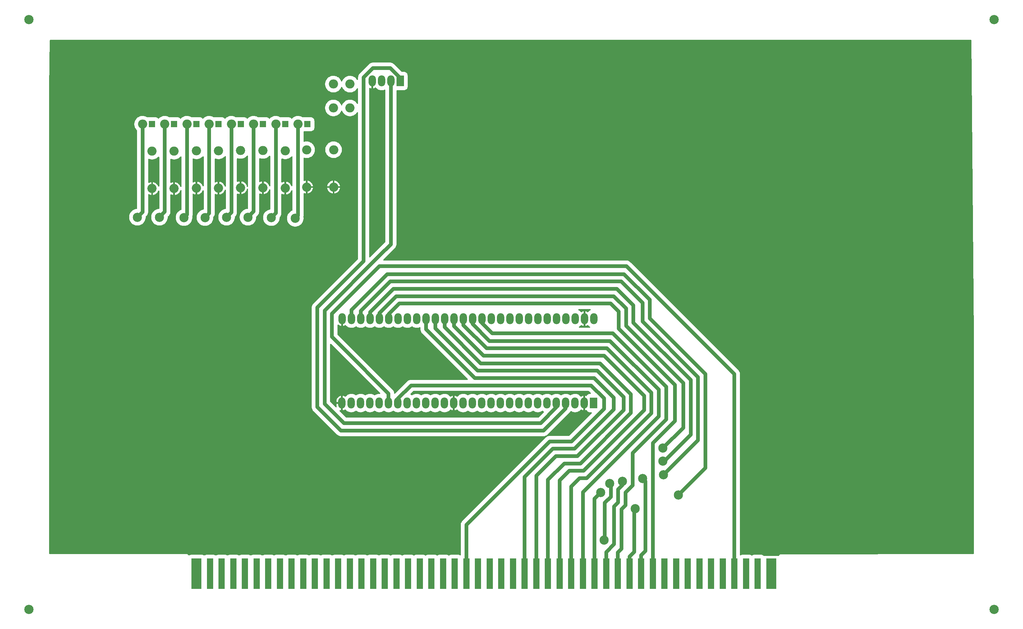
<source format=gbr>
%TF.GenerationSoftware,KiCad,Pcbnew,9.0.2-9.0.2-0~ubuntu22.04.1*%
%TF.CreationDate,2025-06-24T09:43:12-03:00*%
%TF.ProjectId,ram_tester,72616d5f-7465-4737-9465-722e6b696361,rev?*%
%TF.SameCoordinates,Original*%
%TF.FileFunction,Copper,L1,Top*%
%TF.FilePolarity,Positive*%
%FSLAX46Y46*%
G04 Gerber Fmt 4.6, Leading zero omitted, Abs format (unit mm)*
G04 Created by KiCad (PCBNEW 9.0.2-9.0.2-0~ubuntu22.04.1) date 2025-06-24 09:43:12*
%MOMM*%
%LPD*%
G01*
G04 APERTURE LIST*
%TA.AperFunction,ComponentPad*%
%ADD10O,2.000000X3.000000*%
%TD*%
%TA.AperFunction,ComponentPad*%
%ADD11R,2.000000X3.000000*%
%TD*%
%TA.AperFunction,ComponentPad*%
%ADD12O,2.500000X2.500000*%
%TD*%
%TA.AperFunction,ComponentPad*%
%ADD13R,1.800000X1.800000*%
%TD*%
%TA.AperFunction,ConnectorPad*%
%ADD14R,2.794000X8.382000*%
%TD*%
%TA.AperFunction,ConnectorPad*%
%ADD15R,1.778000X8.382000*%
%TD*%
%TA.AperFunction,ViaPad*%
%ADD16C,2.510000*%
%TD*%
%TA.AperFunction,ViaPad*%
%ADD17C,2.500000*%
%TD*%
%TA.AperFunction,Conductor*%
%ADD18C,1.000000*%
%TD*%
G04 APERTURE END LIST*
D10*
%TO.P,U1,1,vout*%
%TO.N,unconnected-(U1A-vout-Pad1)*%
X169102863Y-87999300D03*
%TO.P,U1,2,GND*%
%TO.N,GND*%
X166562863Y-87999300D03*
%TO.P,U1,3,3.3V*%
%TO.N,+3.3V*%
X164022863Y-87999300D03*
%TO.P,U1,4,0*%
%TO.N,Net-(U1A-0)*%
X161482863Y-87999300D03*
%TO.P,U1,5,1*%
%TO.N,Net-(U1A-1)*%
X158942863Y-87999300D03*
%TO.P,U1,6,2*%
%TO.N,Net-(U1A-2)*%
X156402863Y-87999300D03*
%TO.P,U1,7,3*%
%TO.N,Net-(U1A-3)*%
X153862863Y-87999300D03*
%TO.P,U1,8,4*%
%TO.N,Net-(U1A-4)*%
X151322863Y-87999300D03*
%TO.P,U1,9,5*%
%TO.N,Net-(U1A-5)*%
X148782863Y-87999300D03*
%TO.P,U1,10,6*%
%TO.N,Net-(U1A-6)*%
X146242863Y-87999300D03*
%TO.P,U1,11,7*%
%TO.N,Net-(U1A-7)*%
X143702863Y-87999300D03*
%TO.P,U1,12,8*%
%TO.N,Net-(U1A-8)*%
X141162863Y-87999300D03*
%TO.P,U1,13,9*%
%TO.N,Net-(U1A-9)*%
X138622863Y-87999300D03*
%TO.P,U1,14,10*%
%TO.N,Net-(U1A-10)*%
X136082863Y-87999300D03*
%TO.P,U1,15,11*%
%TO.N,Net-(U1A-11)*%
X133542863Y-87999300D03*
%TO.P,U1,16,12*%
%TO.N,Net-(U1A-12)*%
X131002863Y-87999300D03*
%TO.P,U1,17,13*%
%TO.N,Net-(U1A-13)*%
X128462863Y-87999300D03*
%TO.P,U1,18,14*%
%TO.N,Net-(U1A-14)*%
X125922863Y-87999300D03*
%TO.P,U1,19,15*%
%TO.N,Net-(U1A-15)*%
X123382863Y-87999300D03*
%TO.P,U1,20,16*%
%TO.N,Net-(U1A-16)*%
X120842863Y-87999300D03*
%TO.P,U1,21,17*%
%TO.N,Net-(U1A-17)*%
X118302863Y-87999300D03*
%TO.P,U1,22,18*%
%TO.N,Net-(U1A-18)*%
X115762863Y-87999300D03*
%TO.P,U1,23,19*%
%TO.N,Net-(U1A-19)*%
X113222863Y-87999300D03*
%TO.P,U1,24,20*%
%TO.N,Net-(U1A-20)*%
X110682863Y-87999300D03*
%TO.P,U1,25,21*%
%TO.N,Net-(U1A-21)*%
X108142863Y-87999300D03*
%TO.P,U1,26,22*%
%TO.N,Net-(U1A-22)*%
X105602863Y-87999300D03*
%TO.P,U1,27,23*%
%TO.N,Net-(U1A-23)*%
X103062863Y-87999300D03*
%TO.P,U1,28,GND*%
%TO.N,GND*%
X100522863Y-87999300D03*
D11*
%TO.P,U1,29,vin*%
%TO.N,+5V*%
X169052863Y-110999300D03*
D10*
%TO.P,U1,30,GND*%
%TO.N,GND*%
X166512863Y-110999300D03*
%TO.P,U1,31,3.3V*%
%TO.N,+3.3V*%
X163972863Y-110999300D03*
%TO.P,U1,32,29/TX*%
%TO.N,Net-(J1-Pin_1)*%
X161432863Y-110999300D03*
%TO.P,U1,33,28/RX*%
%TO.N,Net-(J1-Pin_2)*%
X158892863Y-110999300D03*
%TO.P,U1,34,44/A0*%
%TO.N,Net-(D1-A)*%
X156352863Y-110999300D03*
%TO.P,U1,35,43/A1*%
%TO.N,Net-(D2-A)*%
X153812863Y-110999300D03*
%TO.P,U1,36,42/A2*%
%TO.N,Net-(D3-A)*%
X151272863Y-110999300D03*
%TO.P,U1,37,41/A3*%
%TO.N,Net-(D4-A)*%
X148732863Y-110999300D03*
%TO.P,U1,38,40/A4*%
%TO.N,Net-(D5-A)*%
X146192863Y-110999300D03*
%TO.P,U1,39,39/A5*%
%TO.N,Net-(D6-A)*%
X143652863Y-110999300D03*
%TO.P,U1,40,38/A6*%
%TO.N,Net-(D7-A)*%
X141112863Y-110999300D03*
%TO.P,U1,41,37/A7*%
%TO.N,Net-(D8-A)*%
X138572863Y-110999300D03*
%TO.P,U1,42,36/A8*%
%TO.N,Net-(U1A-36{slash}A8)*%
X136032863Y-110999300D03*
%TO.P,U1,43,35/A9*%
%TO.N,unconnected-(U1A-35{slash}A9-Pad43)*%
X133492863Y-110999300D03*
%TO.P,U1,44,GND*%
%TO.N,GND*%
X130952863Y-110999300D03*
%TO.P,U1,45,3.3V*%
%TO.N,+3.3V*%
X128412863Y-110999300D03*
%TO.P,U1,46,RESET*%
%TO.N,unconnected-(U1A-RESET-Pad46)*%
X125872863Y-110999300D03*
%TO.P,U1,47,34/A10*%
%TO.N,unconnected-(U1A-34{slash}A10-Pad47)*%
X123332863Y-110999300D03*
%TO.P,U1,48,33/A11*%
%TO.N,unconnected-(U1A-33{slash}A11-Pad48)*%
X120792863Y-110999300D03*
%TO.P,U1,49,32/A12*%
%TO.N,unconnected-(U1A-32{slash}A12-Pad49)*%
X118252863Y-110999300D03*
%TO.P,U1,50,31/A13*%
%TO.N,Net-(U1A-31{slash}A13)*%
X115712863Y-110999300D03*
%TO.P,U1,51,30/A14*%
%TO.N,Net-(U1A-30{slash}A14)*%
X113172863Y-110999300D03*
%TO.P,U1,52,27*%
%TO.N,unconnected-(U1A-27-Pad52)*%
X110632863Y-110999300D03*
%TO.P,U1,53,26*%
%TO.N,unconnected-(U1A-26-Pad53)*%
X108092863Y-110999300D03*
%TO.P,U1,54,25*%
%TO.N,unconnected-(U1A-25-Pad54)*%
X105552863Y-110999300D03*
%TO.P,U1,55,24*%
%TO.N,unconnected-(U1A-24-Pad55)*%
X103012863Y-110999300D03*
%TO.P,U1,56,GND*%
%TO.N,GND*%
X100472863Y-110999300D03*
%TD*%
D12*
%TO.P,R6,1*%
%TO.N,Net-(D6-K)*%
X60850000Y-42320000D03*
%TO.P,R6,2*%
%TO.N,GND*%
X60850000Y-52480000D03*
%TD*%
%TO.P,R2,1*%
%TO.N,Net-(D2-K)*%
X85050000Y-42320000D03*
%TO.P,R2,2*%
%TO.N,GND*%
X85050000Y-52480000D03*
%TD*%
D13*
%TO.P,D6,1,K*%
%TO.N,Net-(D6-K)*%
X60800000Y-35075000D03*
D12*
%TO.P,D6,2,A*%
%TO.N,Net-(D6-A)*%
X58260000Y-35075000D03*
%TD*%
%TO.P,R5,1*%
%TO.N,Net-(D5-K)*%
X66850000Y-42320000D03*
%TO.P,R5,2*%
%TO.N,GND*%
X66850000Y-52480000D03*
%TD*%
D11*
%TO.P,J1,1,Pin_1*%
%TO.N,Net-(J1-Pin_1)*%
X116350000Y-23300000D03*
D10*
%TO.P,J1,2,Pin_2*%
%TO.N,Net-(J1-Pin_2)*%
X113810000Y-23300000D03*
%TO.P,J1,3,Pin_3*%
%TO.N,+5V*%
X111270000Y-23300000D03*
%TO.P,J1,4,Pin_4*%
%TO.N,GND*%
X108730000Y-23300000D03*
%TD*%
D14*
%TO.P,U2,1*%
%TO.N,+5V*%
X60839863Y-157499300D03*
D15*
%TO.P,U2,2*%
%TO.N,unconnected-(U2-Pad2)*%
X64522863Y-157499300D03*
%TO.P,U2,3*%
%TO.N,unconnected-(U2-Pad3)*%
X67697863Y-157499300D03*
%TO.P,U2,4*%
%TO.N,unconnected-(U2-Pad4)*%
X70872863Y-157499300D03*
%TO.P,U2,5*%
%TO.N,unconnected-(U2-Pad5)*%
X74047863Y-157499300D03*
%TO.P,U2,6*%
%TO.N,unconnected-(U2-Pad6)*%
X77222863Y-157499300D03*
%TO.P,U2,7*%
%TO.N,unconnected-(U2-Pad7)*%
X80397863Y-157499300D03*
%TO.P,U2,8*%
%TO.N,unconnected-(U2-Pad8)*%
X83572863Y-157499300D03*
%TO.P,U2,9*%
%TO.N,unconnected-(U2-Pad9)*%
X86747863Y-157499300D03*
%TO.P,U2,10*%
%TO.N,unconnected-(U2-Pad10)*%
X89922863Y-157499300D03*
%TO.P,U2,11*%
%TO.N,unconnected-(U2-Pad11)*%
X93097863Y-157499300D03*
%TO.P,U2,12*%
%TO.N,unconnected-(U2-Pad12)*%
X96272863Y-157499300D03*
%TO.P,U2,13*%
%TO.N,unconnected-(U2-Pad13)*%
X99447863Y-157499300D03*
%TO.P,U2,14*%
%TO.N,unconnected-(U2-Pad14)*%
X102622863Y-157499300D03*
%TO.P,U2,15*%
%TO.N,unconnected-(U2-Pad15)*%
X105797863Y-157499300D03*
%TO.P,U2,16*%
%TO.N,unconnected-(U2-Pad16)*%
X108972863Y-157499300D03*
%TO.P,U2,17*%
%TO.N,unconnected-(U2-Pad17)*%
X112147863Y-157499300D03*
%TO.P,U2,18*%
%TO.N,unconnected-(U2-Pad18)*%
X115322863Y-157499300D03*
%TO.P,U2,19*%
%TO.N,unconnected-(U2-Pad19)*%
X118497863Y-157499300D03*
%TO.P,U2,20*%
%TO.N,unconnected-(U2-Pad20)*%
X121672863Y-157499300D03*
%TO.P,U2,21*%
%TO.N,unconnected-(U2-Pad21)*%
X124847863Y-157499300D03*
%TO.P,U2,22*%
%TO.N,unconnected-(U2-Pad22)*%
X128022863Y-157499300D03*
%TO.P,U2,23*%
%TO.N,unconnected-(U2-Pad23)*%
X131197863Y-157499300D03*
%TO.P,U2,24*%
%TO.N,Net-(U1A-31{slash}A13)*%
X134372863Y-157499300D03*
%TO.P,U2,25*%
%TO.N,unconnected-(U2-Pad25)*%
X137547863Y-157499300D03*
%TO.P,U2,26*%
%TO.N,unconnected-(U2-Pad26)*%
X140722863Y-157499300D03*
%TO.P,U2,27*%
%TO.N,unconnected-(U2-Pad27)*%
X143897863Y-157499300D03*
%TO.P,U2,28*%
%TO.N,unconnected-(U2-Pad28)*%
X147072863Y-157499300D03*
%TO.P,U2,29*%
%TO.N,Net-(U1A-15)*%
X150247863Y-157499300D03*
%TO.P,U2,30*%
%TO.N,Net-(U1A-14)*%
X153422863Y-157499300D03*
%TO.P,U2,31*%
%TO.N,Net-(U1A-13)*%
X156597863Y-157499300D03*
%TO.P,U2,32*%
%TO.N,Net-(U1A-12)*%
X159772863Y-157499300D03*
%TO.P,U2,33*%
%TO.N,Net-(U1A-11)*%
X162947863Y-157499300D03*
%TO.P,U2,34*%
%TO.N,Net-(U1A-10)*%
X166122863Y-157499300D03*
%TO.P,U2,35*%
%TO.N,Net-(U1A-23)*%
X169297863Y-157499300D03*
%TO.P,U2,36*%
%TO.N,Net-(U1A-22)*%
X172472863Y-157499300D03*
%TO.P,U2,37*%
%TO.N,Net-(U1A-9)*%
X175647863Y-157499300D03*
%TO.P,U2,38*%
%TO.N,Net-(U1A-21)*%
X178822863Y-157499300D03*
%TO.P,U2,39*%
%TO.N,Net-(U1A-20)*%
X181997863Y-157499300D03*
%TO.P,U2,40*%
%TO.N,Net-(U1A-19)*%
X185172863Y-157499300D03*
%TO.P,U2,41*%
%TO.N,unconnected-(U2-Pad41)*%
X188347863Y-157499300D03*
%TO.P,U2,42*%
%TO.N,unconnected-(U2-Pad42)*%
X191522863Y-157499300D03*
%TO.P,U2,43*%
%TO.N,unconnected-(U2-Pad43)*%
X194697863Y-157499300D03*
%TO.P,U2,44*%
%TO.N,unconnected-(U2-Pad44)*%
X197872863Y-157499300D03*
%TO.P,U2,45*%
%TO.N,unconnected-(U2-Pad45)*%
X201047863Y-157499300D03*
%TO.P,U2,46*%
%TO.N,unconnected-(U2-Pad46)*%
X204222863Y-157499300D03*
%TO.P,U2,47*%
%TO.N,Net-(U1A-30{slash}A14)*%
X207397863Y-157499300D03*
%TO.P,U2,48*%
%TO.N,unconnected-(U2-Pad48)*%
X210572863Y-157499300D03*
%TO.P,U2,49*%
%TO.N,unconnected-(U2-Pad49)*%
X213747863Y-157499300D03*
D14*
%TO.P,U2,50*%
%TO.N,GND*%
X217430863Y-157499300D03*
%TD*%
D12*
%TO.P,R3,1*%
%TO.N,Net-(D3-K)*%
X78950000Y-42220000D03*
%TO.P,R3,2*%
%TO.N,GND*%
X78950000Y-52380000D03*
%TD*%
%TO.P,R4,1*%
%TO.N,Net-(D4-K)*%
X72850000Y-42220000D03*
%TO.P,R4,2*%
%TO.N,GND*%
X72850000Y-52380000D03*
%TD*%
D13*
%TO.P,D2,1,K*%
%TO.N,Net-(D2-K)*%
X85000000Y-35075000D03*
D12*
%TO.P,D2,2,A*%
%TO.N,Net-(D2-A)*%
X82460000Y-35075000D03*
%TD*%
%TO.P,R8,1*%
%TO.N,Net-(D8-K)*%
X48750000Y-42420000D03*
%TO.P,R8,2*%
%TO.N,GND*%
X48750000Y-52580000D03*
%TD*%
D13*
%TO.P,D1,1,K*%
%TO.N,Net-(D1-K)*%
X91050000Y-35075000D03*
D12*
%TO.P,D1,2,A*%
%TO.N,Net-(D1-A)*%
X88510000Y-35075000D03*
%TD*%
D13*
%TO.P,D5,1,K*%
%TO.N,Net-(D5-K)*%
X66850000Y-35075000D03*
D12*
%TO.P,D5,2,A*%
%TO.N,Net-(D5-A)*%
X64310000Y-35075000D03*
%TD*%
D13*
%TO.P,D7,1,K*%
%TO.N,Net-(D7-K)*%
X54750000Y-35075000D03*
D12*
%TO.P,D7,2,A*%
%TO.N,Net-(D7-A)*%
X52210000Y-35075000D03*
%TD*%
%TO.P,R9,1*%
%TO.N,GND*%
X98200000Y-52180000D03*
%TO.P,R9,2*%
%TO.N,Net-(U1A-36{slash}A8)*%
X98200000Y-42020000D03*
%TD*%
%TO.P,R1,1*%
%TO.N,Net-(D1-K)*%
X90850000Y-42020000D03*
%TO.P,R1,2*%
%TO.N,GND*%
X90850000Y-52180000D03*
%TD*%
%TO.P,R7,1*%
%TO.N,Net-(D7-K)*%
X54750000Y-42420000D03*
%TO.P,R7,2*%
%TO.N,GND*%
X54750000Y-52580000D03*
%TD*%
D13*
%TO.P,D4,1,K*%
%TO.N,Net-(D4-K)*%
X72900000Y-35075000D03*
D12*
%TO.P,D4,2,A*%
%TO.N,Net-(D4-A)*%
X70360000Y-35075000D03*
%TD*%
%TO.P,SW1,1,1*%
%TO.N,Net-(U1A-36{slash}A8)*%
X98150000Y-30650000D03*
X98150000Y-24150000D03*
%TO.P,SW1,2,2*%
%TO.N,+3.3V*%
X102650000Y-30650000D03*
X102650000Y-24150000D03*
%TD*%
D13*
%TO.P,D3,1,K*%
%TO.N,Net-(D3-K)*%
X78950000Y-35075000D03*
D12*
%TO.P,D3,2,A*%
%TO.N,Net-(D3-A)*%
X76410000Y-35075000D03*
%TD*%
D13*
%TO.P,D8,1,K*%
%TO.N,Net-(D8-K)*%
X48700000Y-35075000D03*
D12*
%TO.P,D8,2,A*%
%TO.N,Net-(D8-A)*%
X46160000Y-35075000D03*
%TD*%
D16*
%TO.N,*%
X278147900Y-6600000D03*
X278147900Y-167199300D03*
X15200000Y-167199300D03*
X15200000Y-6600000D03*
D17*
%TO.N,Net-(U1A-22)*%
X188091903Y-130518340D03*
X176921863Y-132288594D03*
%TO.N,Net-(U1A-23)*%
X170977590Y-135403027D03*
X192145286Y-136056470D03*
%TO.N,Net-(D4-A)*%
X69050000Y-60400000D03*
%TO.N,Net-(U1A-21)*%
X187922863Y-126798292D03*
X180329974Y-139759528D03*
%TO.N,Net-(D6-A)*%
X57450000Y-60500000D03*
%TO.N,Net-(D5-A)*%
X63150000Y-60500000D03*
%TO.N,Net-(U1A-7)*%
X171872863Y-148299300D03*
X173452466Y-132928151D03*
%TO.N,Net-(D1-A)*%
X87750000Y-60700000D03*
%TO.N,Net-(D2-A)*%
X81250000Y-60500000D03*
%TO.N,Net-(D7-A)*%
X50750000Y-60400000D03*
%TO.N,Net-(D8-A)*%
X44750000Y-60400000D03*
%TO.N,Net-(U1A-20)*%
X187922863Y-123298289D03*
X182422863Y-131538386D03*
%TO.N,Net-(D3-A)*%
X74850000Y-60400000D03*
%TD*%
D18*
%TO.N,Net-(J1-Pin_1)*%
X116350000Y-23300000D02*
X116350000Y-22515183D01*
X108905183Y-19800000D02*
X106379000Y-22326183D01*
X116350000Y-22515183D02*
X113634817Y-19800000D01*
X113634817Y-19800000D02*
X108905183Y-19800000D01*
X106379000Y-22326183D02*
X106379000Y-72362037D01*
X106379000Y-72362037D02*
X101620519Y-77120518D01*
X101620519Y-77120518D02*
X101620519Y-77120519D01*
%TO.N,Net-(U1A-9)*%
X188801420Y-115449792D02*
X188801420Y-106538333D01*
X179672863Y-133428096D02*
X179672863Y-131149092D01*
X177730590Y-138861916D02*
X177730590Y-135370370D01*
X176672863Y-139919644D02*
X177730590Y-138861916D01*
X141420785Y-91999300D02*
X138622863Y-89201379D01*
X179672863Y-131149092D02*
X179671863Y-131148092D01*
X179671863Y-124579349D02*
X188801420Y-115449792D01*
X188801420Y-106538333D02*
X174262387Y-91999300D01*
X175647863Y-157499300D02*
X175647863Y-151673300D01*
X174262387Y-91999300D02*
X141420785Y-91999300D01*
X175647863Y-151673300D02*
X176672863Y-150648300D01*
X179671863Y-131148092D02*
X179671863Y-124579349D01*
X177730590Y-135370370D02*
X179672863Y-133428096D01*
X176672863Y-150648300D02*
X176672863Y-139919644D01*
X138622863Y-89201379D02*
X138622863Y-87999300D01*
%TO.N,Net-(U1A-22)*%
X113634259Y-77896300D02*
X176529546Y-77896300D01*
X172472863Y-151589802D02*
X174623863Y-149438802D01*
X105602863Y-87999300D02*
X105602863Y-85927695D01*
X176921863Y-133349256D02*
X176921863Y-132288594D01*
X176771757Y-132438700D02*
X176921863Y-132288594D01*
X182372863Y-88790409D02*
X197500420Y-103917966D01*
X105602863Y-85927695D02*
X113634259Y-77896300D01*
X172472863Y-157499300D02*
X172472863Y-151589802D01*
X175729590Y-134541529D02*
X176921863Y-133349256D01*
X182372863Y-83739617D02*
X182372863Y-88790409D01*
X175729590Y-138033075D02*
X175729590Y-134541529D01*
X197500420Y-121109823D02*
X188091903Y-130518340D01*
X188091903Y-130518340D02*
X188313362Y-130739799D01*
X176529546Y-77896300D02*
X182372863Y-83739617D01*
X174623863Y-149438802D02*
X174623863Y-139138802D01*
X197500420Y-103917966D02*
X197500420Y-121109823D01*
X174623863Y-139138802D02*
X175729590Y-138033075D01*
%TO.N,Net-(U1A-23)*%
X199501420Y-103089124D02*
X199501420Y-128700336D01*
X169297863Y-157499300D02*
X169297863Y-137082754D01*
X184373863Y-87961567D02*
X199501420Y-103089124D01*
X199501420Y-128700336D02*
X192145286Y-136056470D01*
X177358388Y-75895300D02*
X184373863Y-82910776D01*
X112805418Y-75895300D02*
X177358388Y-75895300D01*
X169297863Y-137082754D02*
X170977590Y-135403027D01*
X103062863Y-87999300D02*
X103062863Y-85637855D01*
X103062863Y-85637855D02*
X112805418Y-75895300D01*
X184373863Y-82910776D02*
X184373863Y-87961567D01*
%TO.N,Net-(U1A-13)*%
X128462863Y-90360745D02*
X138301420Y-100199300D01*
X179201420Y-108568173D02*
X179201420Y-113730425D01*
X156597863Y-131874300D02*
X156597863Y-157499300D01*
X128462863Y-87999300D02*
X128462863Y-90360745D01*
X165480545Y-127451300D02*
X161020863Y-127451300D01*
X179201420Y-113730425D02*
X165480545Y-127451300D01*
X170832547Y-100199300D02*
X179201420Y-108568173D01*
X161020863Y-127451300D02*
X156597863Y-131874300D01*
X138301420Y-100199300D02*
X170832547Y-100199300D01*
%TO.N,Net-(U1A-12)*%
X171874863Y-98101300D02*
X182798420Y-109024859D01*
X139033262Y-98101300D02*
X171874863Y-98101300D01*
X131002863Y-90070903D02*
X139033262Y-98101300D01*
X162419863Y-129452300D02*
X159772863Y-132099300D01*
X182798420Y-109024859D02*
X182798420Y-112963265D01*
X166309385Y-129452300D02*
X162419863Y-129452300D01*
X131002863Y-87999300D02*
X131002863Y-90070903D01*
X159772863Y-132099300D02*
X159772863Y-157499300D01*
X182798420Y-112963265D02*
X166309385Y-129452300D01*
%TO.N,Net-(D4-A)*%
X70360000Y-59090000D02*
X70360000Y-35075000D01*
X69050000Y-60400000D02*
X70360000Y-59090000D01*
%TO.N,Net-(U1A-21)*%
X195499420Y-119612234D02*
X195499420Y-104746808D01*
X188313362Y-126798292D02*
X195499420Y-119612234D01*
X178822863Y-152819458D02*
X178822863Y-157499300D01*
X108142863Y-86217537D02*
X108142863Y-87999300D01*
X175360384Y-79897300D02*
X114463099Y-79897300D01*
X114463099Y-79897300D02*
X108142863Y-86217537D01*
X187922863Y-126798292D02*
X188313362Y-126798292D01*
X179874863Y-84411778D02*
X175360384Y-79897300D01*
X180072863Y-140016639D02*
X180329974Y-139759528D01*
X195499420Y-104746808D02*
X179874863Y-89122251D01*
X180072863Y-151569458D02*
X180072863Y-140016639D01*
X180072863Y-151569458D02*
X178822863Y-152819458D01*
X179874863Y-89122251D02*
X179874863Y-84411778D01*
X187922863Y-126798292D02*
X188313362Y-127188791D01*
%TO.N,Net-(U1A-30{slash}A14)*%
X97751420Y-86649300D02*
X110702420Y-73698300D01*
X207397863Y-103104933D02*
X207397863Y-157499300D01*
X177991230Y-73698300D02*
X207397863Y-103104933D01*
X97751420Y-92977858D02*
X101137141Y-96363579D01*
X113172863Y-110999300D02*
X113172863Y-108399300D01*
X97751420Y-86649300D02*
X97751420Y-92977858D01*
X113172863Y-108399300D02*
X101137141Y-96363579D01*
X110702420Y-73698300D02*
X177991230Y-73698300D01*
%TO.N,Net-(U1A-31{slash}A13)*%
X171872221Y-112570100D02*
X162994021Y-121448300D01*
X115712863Y-110999300D02*
X115712863Y-109797219D01*
X162994021Y-121448300D02*
X157094021Y-121448300D01*
X115712863Y-109797219D02*
X119307782Y-106202300D01*
X134372863Y-144169458D02*
X134372863Y-157499300D01*
X119307782Y-106202300D02*
X168346021Y-106202300D01*
X157094021Y-121448300D02*
X134372863Y-144169458D01*
X168346021Y-106202300D02*
X171872221Y-109728500D01*
X171872221Y-109728500D02*
X171872221Y-112570100D01*
%TO.N,Net-(U1A-10)*%
X186800420Y-107367175D02*
X186800420Y-114620949D01*
X166122863Y-135298507D02*
X166122863Y-157499300D01*
X136082863Y-89491221D02*
X140690944Y-94099300D01*
X140690944Y-94099300D02*
X173532547Y-94099300D01*
X136082863Y-87999300D02*
X136082863Y-89491221D01*
X186800420Y-114620949D02*
X166122863Y-135298507D01*
X173532547Y-94099300D02*
X186800420Y-107367175D01*
%TO.N,Net-(D6-A)*%
X57450000Y-60500000D02*
X58260000Y-59690000D01*
X58260000Y-59690000D02*
X58260000Y-35075000D01*
%TO.N,Net-(D5-A)*%
X63150000Y-60500000D02*
X64310000Y-59340000D01*
X64310000Y-59340000D02*
X64310000Y-35075000D01*
%TO.N,Net-(U1A-7)*%
X172072863Y-138198256D02*
X173728590Y-136542529D01*
X172072863Y-148099300D02*
X172072863Y-138198256D01*
X173728590Y-133204275D02*
X173452466Y-132928151D01*
X171872863Y-148299300D02*
X172072863Y-148099300D01*
X173728590Y-136542529D02*
X173728590Y-133204275D01*
%TO.N,Net-(U1A-19)*%
X175872863Y-90779934D02*
X191201420Y-106108491D01*
X173702702Y-83899300D02*
X175872863Y-86069461D01*
X113222863Y-87999300D02*
X113222863Y-86797219D01*
X185172863Y-121908190D02*
X185172863Y-157499300D01*
X113222863Y-86797219D02*
X116120782Y-83899300D01*
X191201420Y-115879633D02*
X185172863Y-121908190D01*
X116120782Y-83899300D02*
X173702702Y-83899300D01*
X191201420Y-106108491D02*
X191201420Y-115879633D01*
X175872863Y-86069461D02*
X175872863Y-90779934D01*
%TO.N,Net-(D1-A)*%
X87750000Y-60700000D02*
X88510000Y-59940000D01*
X88510000Y-59940000D02*
X88510000Y-35075000D01*
%TO.N,Net-(U1A-14)*%
X177200420Y-109397015D02*
X177200420Y-112901584D01*
X177200420Y-112901584D02*
X164651704Y-125450300D01*
X153422863Y-130779142D02*
X153422863Y-157499300D01*
X164651704Y-125450300D02*
X158751705Y-125450300D01*
X125922863Y-87999300D02*
X125922863Y-90650585D01*
X170003705Y-102200300D02*
X177200420Y-109397015D01*
X137472579Y-102200300D02*
X170003705Y-102200300D01*
X158751705Y-125450300D02*
X153422863Y-130779142D01*
X125922863Y-90650585D02*
X137472579Y-102200300D01*
%TO.N,Net-(U1A-11)*%
X133542863Y-89781062D02*
X139862103Y-96100300D01*
X167138227Y-131453300D02*
X165218863Y-131453300D01*
X184799420Y-108196017D02*
X184799420Y-113792107D01*
X184799420Y-113792107D02*
X167138227Y-131453300D01*
X162947863Y-133724300D02*
X162947863Y-157499300D01*
X139862103Y-96100300D02*
X172703705Y-96100300D01*
X133542863Y-87999300D02*
X133542863Y-89781062D01*
X165218863Y-131453300D02*
X162947863Y-133724300D01*
X172703705Y-96100300D02*
X184799420Y-108196017D01*
%TO.N,Net-(D2-A)*%
X81250000Y-60500000D02*
X82460000Y-59290000D01*
X82460000Y-59290000D02*
X82460000Y-35075000D01*
%TO.N,Net-(D7-A)*%
X52210000Y-58940000D02*
X52210000Y-35075000D01*
X50750000Y-60400000D02*
X52210000Y-58940000D01*
%TO.N,Net-(D8-A)*%
X46160000Y-58990000D02*
X46160000Y-35075000D01*
X44750000Y-60400000D02*
X46160000Y-58990000D01*
%TO.N,Net-(U1A-20)*%
X110682863Y-87999300D02*
X110682863Y-86507378D01*
X183171863Y-151300300D02*
X183171863Y-132287386D01*
X193498420Y-117722732D02*
X187922863Y-123298289D01*
X181997863Y-157499300D02*
X181997863Y-152474300D01*
X183171863Y-132287386D02*
X182422863Y-131538386D01*
X177873863Y-85240620D02*
X177873863Y-89951093D01*
X193498420Y-105575650D02*
X193498420Y-117722732D01*
X174531543Y-81898300D02*
X177873863Y-85240620D01*
X177873863Y-89951093D02*
X193498420Y-105575650D01*
X181997863Y-152474300D02*
X183171863Y-151300300D01*
X110682863Y-86507378D02*
X115291941Y-81898300D01*
X115291941Y-81898300D02*
X174531543Y-81898300D01*
%TO.N,Net-(U1A-15)*%
X150247863Y-131124300D02*
X150247863Y-157499300D01*
X163822863Y-123449300D02*
X157922863Y-123449300D01*
X136643736Y-104201300D02*
X169174863Y-104201300D01*
X157922863Y-123449300D02*
X150247863Y-131124300D01*
X169174863Y-104201300D02*
X174501420Y-109527857D01*
X123382863Y-90940427D02*
X136643736Y-104201300D01*
X123382863Y-87999300D02*
X123382863Y-90940427D01*
X174501420Y-109527857D02*
X174501420Y-112770743D01*
X174501420Y-112770743D02*
X163822863Y-123449300D01*
%TO.N,Net-(D3-A)*%
X74850000Y-60400000D02*
X76410000Y-58840000D01*
X76410000Y-58840000D02*
X76410000Y-35075000D01*
%TO.N,Net-(J1-Pin_1)*%
X93749420Y-84991618D02*
X93749420Y-112077142D01*
X93749420Y-112077142D02*
X100172579Y-118500300D01*
X155423786Y-118500300D02*
X161432863Y-112491223D01*
X161432863Y-112491223D02*
X161432863Y-110999300D01*
X101620519Y-77120519D02*
X93749420Y-84991618D01*
X100172579Y-118500300D02*
X155423786Y-118500300D01*
X102450420Y-76290618D02*
X101620519Y-77120519D01*
%TO.N,Net-(J1-Pin_2)*%
X110685439Y-70885439D02*
X113710000Y-67860879D01*
X158892863Y-112201381D02*
X154594944Y-116499300D01*
X113810000Y-23300000D02*
X113810000Y-67760878D01*
X158892863Y-110999300D02*
X158892863Y-112201381D01*
X95750420Y-111248300D02*
X95750420Y-85820459D01*
X95750420Y-85820459D02*
X110685439Y-70885439D01*
X113810000Y-67760878D02*
X110685439Y-70885439D01*
X154594944Y-116499300D02*
X101001420Y-116499300D01*
X101001420Y-116499300D02*
X95750420Y-111248300D01*
%TD*%
%TA.AperFunction,Conductor*%
%TO.N,GND*%
G36*
X50642809Y-43926291D02*
G01*
X50694171Y-43991849D01*
X50709500Y-44063261D01*
X50709500Y-51862924D01*
X50689569Y-51943786D01*
X50634343Y-52006123D01*
X50556473Y-52035655D01*
X50473799Y-52025617D01*
X50405259Y-51978307D01*
X50374745Y-51929511D01*
X50322892Y-51804330D01*
X50322889Y-51804322D01*
X50208197Y-51605672D01*
X50208193Y-51605666D01*
X50068544Y-51423671D01*
X49906328Y-51261455D01*
X49724333Y-51121806D01*
X49724327Y-51121802D01*
X49525677Y-51007110D01*
X49525670Y-51007107D01*
X49313722Y-50919315D01*
X49092141Y-50859943D01*
X49092132Y-50859941D01*
X49000000Y-50847811D01*
X49000000Y-52264314D01*
X48995606Y-52259920D01*
X48904394Y-52207259D01*
X48802661Y-52180000D01*
X48697339Y-52180000D01*
X48595606Y-52207259D01*
X48504394Y-52259920D01*
X48500000Y-52264314D01*
X48500000Y-50847812D01*
X48499999Y-50847811D01*
X48407867Y-50859941D01*
X48407858Y-50859943D01*
X48186277Y-50919315D01*
X47974329Y-51007107D01*
X47974322Y-51007110D01*
X47921500Y-51037608D01*
X47841507Y-51060779D01*
X47759908Y-51044121D01*
X47695397Y-50991450D01*
X47662753Y-50914832D01*
X47660500Y-50886920D01*
X47660500Y-44665047D01*
X47680431Y-44584185D01*
X47735657Y-44521848D01*
X47813527Y-44492316D01*
X47896201Y-44502354D01*
X47901027Y-44504267D01*
X48025048Y-44555639D01*
X48310007Y-44631993D01*
X48602494Y-44670500D01*
X48602501Y-44670500D01*
X48897499Y-44670500D01*
X48897506Y-44670500D01*
X49189993Y-44631993D01*
X49474952Y-44555639D01*
X49747507Y-44442743D01*
X49747515Y-44442738D01*
X49747518Y-44442737D01*
X49834849Y-44392316D01*
X50002994Y-44295238D01*
X50237042Y-44115646D01*
X50412465Y-43940222D01*
X50483734Y-43897140D01*
X50566864Y-43892111D01*
X50642809Y-43926291D01*
G37*
%TD.AperFunction*%
%TA.AperFunction,Conductor*%
G36*
X56674007Y-43860799D02*
G01*
X56733488Y-43919089D01*
X56759067Y-43998346D01*
X56759500Y-44010607D01*
X56759500Y-51996414D01*
X56739569Y-52077276D01*
X56684343Y-52139613D01*
X56606473Y-52169145D01*
X56523799Y-52159107D01*
X56455259Y-52111797D01*
X56417429Y-52041449D01*
X56410683Y-52016275D01*
X56322892Y-51804329D01*
X56322889Y-51804322D01*
X56208197Y-51605672D01*
X56208193Y-51605666D01*
X56068544Y-51423671D01*
X55906328Y-51261455D01*
X55724333Y-51121806D01*
X55724327Y-51121802D01*
X55525677Y-51007110D01*
X55525670Y-51007107D01*
X55313722Y-50919315D01*
X55092141Y-50859943D01*
X55092132Y-50859941D01*
X55000000Y-50847811D01*
X55000000Y-52264314D01*
X54995606Y-52259920D01*
X54904394Y-52207259D01*
X54802661Y-52180000D01*
X54697339Y-52180000D01*
X54595606Y-52207259D01*
X54504394Y-52259920D01*
X54500000Y-52264314D01*
X54500000Y-50847812D01*
X54499999Y-50847811D01*
X54407867Y-50859941D01*
X54407858Y-50859943D01*
X54186277Y-50919315D01*
X53974329Y-51007107D01*
X53974328Y-51007108D01*
X53971496Y-51008743D01*
X53970322Y-51009082D01*
X53969213Y-51009630D01*
X53969115Y-51009432D01*
X53891502Y-51031911D01*
X53809903Y-51015250D01*
X53745394Y-50962577D01*
X53712753Y-50885959D01*
X53710500Y-50858052D01*
X53710500Y-44685758D01*
X53730431Y-44604896D01*
X53785657Y-44542559D01*
X53863527Y-44513027D01*
X53946201Y-44523065D01*
X53951045Y-44524985D01*
X54025048Y-44555639D01*
X54310007Y-44631993D01*
X54602494Y-44670500D01*
X54602501Y-44670500D01*
X54897499Y-44670500D01*
X54897506Y-44670500D01*
X55189993Y-44631993D01*
X55474952Y-44555639D01*
X55747507Y-44442743D01*
X55747515Y-44442738D01*
X55747518Y-44442737D01*
X55834849Y-44392316D01*
X56002994Y-44295238D01*
X56237042Y-44115646D01*
X56445646Y-43907042D01*
X56447452Y-43904687D01*
X56448319Y-43903994D01*
X56449407Y-43902754D01*
X56449627Y-43902947D01*
X56512488Y-43852666D01*
X56594249Y-43836827D01*
X56674007Y-43860799D01*
G37*
%TD.AperFunction*%
%TA.AperFunction,Conductor*%
G36*
X62742809Y-43826291D02*
G01*
X62794171Y-43891849D01*
X62809500Y-43963261D01*
X62809500Y-51762924D01*
X62789569Y-51843786D01*
X62734343Y-51906123D01*
X62656473Y-51935655D01*
X62573799Y-51925617D01*
X62505259Y-51878307D01*
X62474745Y-51829511D01*
X62422892Y-51704330D01*
X62422889Y-51704322D01*
X62308197Y-51505672D01*
X62308193Y-51505666D01*
X62168544Y-51323671D01*
X62006328Y-51161455D01*
X61824333Y-51021806D01*
X61824327Y-51021802D01*
X61625677Y-50907110D01*
X61625670Y-50907107D01*
X61413722Y-50819315D01*
X61192141Y-50759943D01*
X61192132Y-50759941D01*
X61100000Y-50747811D01*
X61100000Y-52164314D01*
X61095606Y-52159920D01*
X61004394Y-52107259D01*
X60902661Y-52080000D01*
X60797339Y-52080000D01*
X60695606Y-52107259D01*
X60604394Y-52159920D01*
X60600000Y-52164314D01*
X60600000Y-50747812D01*
X60599999Y-50747811D01*
X60507867Y-50759941D01*
X60507858Y-50759943D01*
X60286277Y-50819315D01*
X60074329Y-50907107D01*
X60074322Y-50907110D01*
X60021500Y-50937608D01*
X59941507Y-50960779D01*
X59859908Y-50944121D01*
X59795397Y-50891450D01*
X59762753Y-50814832D01*
X59760500Y-50786920D01*
X59760500Y-44565047D01*
X59780431Y-44484185D01*
X59835657Y-44421848D01*
X59913527Y-44392316D01*
X59996201Y-44402354D01*
X60001027Y-44404267D01*
X60125048Y-44455639D01*
X60410007Y-44531993D01*
X60702494Y-44570500D01*
X60702501Y-44570500D01*
X60997499Y-44570500D01*
X60997506Y-44570500D01*
X61289993Y-44531993D01*
X61574952Y-44455639D01*
X61847507Y-44342743D01*
X61847515Y-44342738D01*
X61847518Y-44342737D01*
X61929788Y-44295238D01*
X62102994Y-44195238D01*
X62337042Y-44015646D01*
X62512465Y-43840222D01*
X62583734Y-43797140D01*
X62666864Y-43792111D01*
X62742809Y-43826291D01*
G37*
%TD.AperFunction*%
%TA.AperFunction,Conductor*%
G36*
X68774007Y-43760799D02*
G01*
X68833488Y-43819089D01*
X68859067Y-43898346D01*
X68859500Y-43910607D01*
X68859500Y-51896414D01*
X68839569Y-51977276D01*
X68784343Y-52039613D01*
X68706473Y-52069145D01*
X68623799Y-52059107D01*
X68555259Y-52011797D01*
X68517429Y-51941449D01*
X68510683Y-51916275D01*
X68422892Y-51704329D01*
X68422889Y-51704322D01*
X68308197Y-51505672D01*
X68308193Y-51505666D01*
X68168544Y-51323671D01*
X68006328Y-51161455D01*
X67824333Y-51021806D01*
X67824327Y-51021802D01*
X67625677Y-50907110D01*
X67625670Y-50907107D01*
X67413722Y-50819315D01*
X67192141Y-50759943D01*
X67192132Y-50759941D01*
X67100000Y-50747811D01*
X67100000Y-52164314D01*
X67095606Y-52159920D01*
X67004394Y-52107259D01*
X66902661Y-52080000D01*
X66797339Y-52080000D01*
X66695606Y-52107259D01*
X66604394Y-52159920D01*
X66600000Y-52164314D01*
X66600000Y-50747812D01*
X66599999Y-50747811D01*
X66507867Y-50759941D01*
X66507858Y-50759943D01*
X66286277Y-50819315D01*
X66074329Y-50907107D01*
X66074328Y-50907108D01*
X66071496Y-50908743D01*
X66070322Y-50909082D01*
X66069213Y-50909630D01*
X66069115Y-50909432D01*
X65991502Y-50931911D01*
X65909903Y-50915250D01*
X65845394Y-50862577D01*
X65812753Y-50785959D01*
X65810500Y-50758052D01*
X65810500Y-44585758D01*
X65830431Y-44504896D01*
X65885657Y-44442559D01*
X65963527Y-44413027D01*
X66046201Y-44423065D01*
X66051045Y-44424985D01*
X66125048Y-44455639D01*
X66410007Y-44531993D01*
X66702494Y-44570500D01*
X66702501Y-44570500D01*
X66997499Y-44570500D01*
X66997506Y-44570500D01*
X67289993Y-44531993D01*
X67574952Y-44455639D01*
X67847507Y-44342743D01*
X67847515Y-44342738D01*
X67847518Y-44342737D01*
X67929788Y-44295238D01*
X68102994Y-44195238D01*
X68337042Y-44015646D01*
X68545646Y-43807042D01*
X68547452Y-43804687D01*
X68548319Y-43803994D01*
X68549407Y-43802754D01*
X68549627Y-43802947D01*
X68612488Y-43752666D01*
X68694249Y-43736827D01*
X68774007Y-43760799D01*
G37*
%TD.AperFunction*%
%TA.AperFunction,Conductor*%
G36*
X86942809Y-43826291D02*
G01*
X86994171Y-43891849D01*
X87009500Y-43963261D01*
X87009500Y-51762924D01*
X86989569Y-51843786D01*
X86934343Y-51906123D01*
X86856473Y-51935655D01*
X86773799Y-51925617D01*
X86705259Y-51878307D01*
X86674745Y-51829511D01*
X86622892Y-51704330D01*
X86622889Y-51704322D01*
X86508197Y-51505672D01*
X86508193Y-51505666D01*
X86368544Y-51323671D01*
X86206328Y-51161455D01*
X86024333Y-51021806D01*
X86024327Y-51021802D01*
X85825677Y-50907110D01*
X85825670Y-50907107D01*
X85613722Y-50819315D01*
X85392141Y-50759943D01*
X85392132Y-50759941D01*
X85300000Y-50747811D01*
X85300000Y-52164314D01*
X85295606Y-52159920D01*
X85204394Y-52107259D01*
X85102661Y-52080000D01*
X84997339Y-52080000D01*
X84895606Y-52107259D01*
X84804394Y-52159920D01*
X84800000Y-52164314D01*
X84800000Y-50747812D01*
X84799999Y-50747811D01*
X84707867Y-50759941D01*
X84707858Y-50759943D01*
X84486277Y-50819315D01*
X84274329Y-50907107D01*
X84274322Y-50907110D01*
X84221500Y-50937608D01*
X84141507Y-50960779D01*
X84059908Y-50944121D01*
X83995397Y-50891450D01*
X83962753Y-50814832D01*
X83960500Y-50786920D01*
X83960500Y-44565047D01*
X83980431Y-44484185D01*
X84035657Y-44421848D01*
X84113527Y-44392316D01*
X84196201Y-44402354D01*
X84201027Y-44404267D01*
X84325048Y-44455639D01*
X84610007Y-44531993D01*
X84902494Y-44570500D01*
X84902501Y-44570500D01*
X85197499Y-44570500D01*
X85197506Y-44570500D01*
X85489993Y-44531993D01*
X85774952Y-44455639D01*
X86047507Y-44342743D01*
X86047515Y-44342738D01*
X86047518Y-44342737D01*
X86129788Y-44295238D01*
X86302994Y-44195238D01*
X86537042Y-44015646D01*
X86712465Y-43840222D01*
X86783734Y-43797140D01*
X86866864Y-43792111D01*
X86942809Y-43826291D01*
G37*
%TD.AperFunction*%
%TA.AperFunction,Conductor*%
G36*
X74824013Y-43595641D02*
G01*
X74883492Y-43653934D01*
X74909068Y-43733191D01*
X74909500Y-43745446D01*
X74909500Y-51983017D01*
X74889569Y-52063879D01*
X74834343Y-52126216D01*
X74756473Y-52155748D01*
X74673799Y-52145710D01*
X74605259Y-52098400D01*
X74567429Y-52028052D01*
X74510683Y-51816275D01*
X74422892Y-51604329D01*
X74422889Y-51604322D01*
X74308197Y-51405672D01*
X74308193Y-51405666D01*
X74168544Y-51223671D01*
X74006328Y-51061455D01*
X73824333Y-50921806D01*
X73824327Y-50921802D01*
X73625677Y-50807110D01*
X73625670Y-50807107D01*
X73413722Y-50719315D01*
X73192141Y-50659943D01*
X73192132Y-50659941D01*
X73100000Y-50647811D01*
X73100000Y-52064314D01*
X73095606Y-52059920D01*
X73004394Y-52007259D01*
X72902661Y-51980000D01*
X72797339Y-51980000D01*
X72695606Y-52007259D01*
X72604394Y-52059920D01*
X72600000Y-52064314D01*
X72600000Y-50647812D01*
X72599999Y-50647811D01*
X72507867Y-50659941D01*
X72507858Y-50659943D01*
X72286274Y-50719316D01*
X72101086Y-50796023D01*
X72018752Y-50808554D01*
X71940026Y-50781387D01*
X71882943Y-50720746D01*
X71860579Y-50640523D01*
X71860500Y-50635268D01*
X71860500Y-44506469D01*
X71880431Y-44425607D01*
X71935657Y-44363270D01*
X72013527Y-44333738D01*
X72096201Y-44343776D01*
X72101089Y-44345715D01*
X72125048Y-44355639D01*
X72410007Y-44431993D01*
X72702494Y-44470500D01*
X72702501Y-44470500D01*
X72997499Y-44470500D01*
X72997506Y-44470500D01*
X73289993Y-44431993D01*
X73574952Y-44355639D01*
X73847507Y-44242743D01*
X73847515Y-44242738D01*
X73847518Y-44242737D01*
X73929788Y-44195238D01*
X74102994Y-44095238D01*
X74337042Y-43915646D01*
X74545646Y-43707042D01*
X74597456Y-43639521D01*
X74662494Y-43587503D01*
X74744256Y-43571666D01*
X74824013Y-43595641D01*
G37*
%TD.AperFunction*%
%TA.AperFunction,Conductor*%
G36*
X80874007Y-43660799D02*
G01*
X80933488Y-43719089D01*
X80959067Y-43798346D01*
X80959500Y-43810607D01*
X80959500Y-51796414D01*
X80939569Y-51877276D01*
X80884343Y-51939613D01*
X80806473Y-51969145D01*
X80723799Y-51959107D01*
X80655259Y-51911797D01*
X80617429Y-51841449D01*
X80610683Y-51816275D01*
X80522892Y-51604329D01*
X80522889Y-51604322D01*
X80408197Y-51405672D01*
X80408193Y-51405666D01*
X80268544Y-51223671D01*
X80106328Y-51061455D01*
X79924333Y-50921806D01*
X79924327Y-50921802D01*
X79725677Y-50807110D01*
X79725670Y-50807107D01*
X79513722Y-50719315D01*
X79292141Y-50659943D01*
X79292132Y-50659941D01*
X79200000Y-50647811D01*
X79200000Y-52064314D01*
X79195606Y-52059920D01*
X79104394Y-52007259D01*
X79002661Y-51980000D01*
X78897339Y-51980000D01*
X78795606Y-52007259D01*
X78704394Y-52059920D01*
X78700000Y-52064314D01*
X78700000Y-50647812D01*
X78699999Y-50647811D01*
X78607867Y-50659941D01*
X78607858Y-50659943D01*
X78386277Y-50719315D01*
X78174329Y-50807107D01*
X78174328Y-50807108D01*
X78171496Y-50808743D01*
X78170322Y-50809082D01*
X78169213Y-50809630D01*
X78169115Y-50809432D01*
X78091502Y-50831911D01*
X78009903Y-50815250D01*
X77945394Y-50762577D01*
X77912753Y-50685959D01*
X77910500Y-50658052D01*
X77910500Y-44485758D01*
X77930431Y-44404896D01*
X77985657Y-44342559D01*
X78063527Y-44313027D01*
X78146201Y-44323065D01*
X78151045Y-44324985D01*
X78225048Y-44355639D01*
X78510007Y-44431993D01*
X78802494Y-44470500D01*
X78802501Y-44470500D01*
X79097499Y-44470500D01*
X79097506Y-44470500D01*
X79389993Y-44431993D01*
X79674952Y-44355639D01*
X79947507Y-44242743D01*
X79947515Y-44242738D01*
X79947518Y-44242737D01*
X80029788Y-44195238D01*
X80202994Y-44095238D01*
X80437042Y-43915646D01*
X80645646Y-43707042D01*
X80647452Y-43704687D01*
X80648319Y-43703994D01*
X80649407Y-43702754D01*
X80649627Y-43702947D01*
X80712488Y-43652666D01*
X80794249Y-43636827D01*
X80874007Y-43660799D01*
G37*
%TD.AperFunction*%
%TA.AperFunction,Conductor*%
G36*
X271909785Y-12120431D02*
G01*
X271972122Y-12175657D01*
X272001654Y-12253527D01*
X272002918Y-12273139D01*
X272626796Y-92026095D01*
X272626801Y-92027397D01*
X272647134Y-151926010D01*
X272627231Y-152006879D01*
X272572026Y-152069235D01*
X272494166Y-152098793D01*
X272473462Y-152100069D01*
X220047407Y-152198799D01*
X220047404Y-152198800D01*
X219981971Y-152198800D01*
X219981507Y-152198924D01*
X219981029Y-152198925D01*
X219981025Y-152198925D01*
X219981023Y-152198926D01*
X219918189Y-152215888D01*
X219917881Y-152215971D01*
X219854672Y-152232909D01*
X219854162Y-152233120D01*
X219854160Y-152233120D01*
X219853819Y-152233261D01*
X219836220Y-152243466D01*
X219797274Y-152266048D01*
X219797149Y-152266121D01*
X219740543Y-152298803D01*
X219740243Y-152299033D01*
X219739807Y-152299368D01*
X219739799Y-152299373D01*
X219693784Y-152345563D01*
X219693554Y-152345794D01*
X219647358Y-152391990D01*
X219646908Y-152392576D01*
X219646795Y-152392722D01*
X219614382Y-152449108D01*
X219614220Y-152449390D01*
X219581468Y-152506118D01*
X219581247Y-152506650D01*
X219581216Y-152506725D01*
X219577542Y-152515571D01*
X219577350Y-152516138D01*
X219576861Y-152517331D01*
X219575536Y-152516788D01*
X219541248Y-152579310D01*
X219471853Y-152625356D01*
X219412935Y-152635561D01*
X215451002Y-152630857D01*
X215370164Y-152610830D01*
X215341252Y-152591710D01*
X215204339Y-152480074D01*
X215190270Y-152468602D01*
X215009912Y-152374391D01*
X214814281Y-152318414D01*
X214814280Y-152318413D01*
X214814274Y-152318412D01*
X214694903Y-152307800D01*
X212800829Y-152307800D01*
X212800816Y-152307801D01*
X212681450Y-152318413D01*
X212681447Y-152318413D01*
X212681445Y-152318414D01*
X212485814Y-152374391D01*
X212485812Y-152374391D01*
X212485812Y-152374392D01*
X212305454Y-152468603D01*
X212270320Y-152497251D01*
X212195056Y-152532904D01*
X212111844Y-152529496D01*
X212050406Y-152497251D01*
X212020281Y-152472688D01*
X212015270Y-152468602D01*
X211834912Y-152374391D01*
X211639281Y-152318414D01*
X211639280Y-152318413D01*
X211639274Y-152318412D01*
X211519903Y-152307800D01*
X209625829Y-152307800D01*
X209625816Y-152307801D01*
X209506450Y-152318413D01*
X209506447Y-152318413D01*
X209506445Y-152318414D01*
X209310814Y-152374391D01*
X209310812Y-152374391D01*
X209310812Y-152374392D01*
X209310808Y-152374393D01*
X209152923Y-152456865D01*
X209072023Y-152476638D01*
X208991200Y-152456549D01*
X208928971Y-152401201D01*
X208899591Y-152323274D01*
X208898363Y-152302638D01*
X208898363Y-102986843D01*
X208895859Y-102971032D01*
X208861416Y-102753565D01*
X208788431Y-102528941D01*
X208788428Y-102528936D01*
X208788427Y-102528932D01*
X208731632Y-102417466D01*
X208681208Y-102318502D01*
X208681207Y-102318501D01*
X208681206Y-102318499D01*
X208542380Y-102127423D01*
X178968740Y-72553783D01*
X178777664Y-72414957D01*
X178777661Y-72414955D01*
X178777659Y-72414954D01*
X178567230Y-72307735D01*
X178567222Y-72307732D01*
X178342598Y-72234747D01*
X178109322Y-72197800D01*
X178109319Y-72197800D01*
X111915179Y-72197800D01*
X111834317Y-72177869D01*
X111771980Y-72122643D01*
X111742448Y-72044773D01*
X111752486Y-71962099D01*
X111792140Y-71900765D01*
X114854517Y-68838390D01*
X114854518Y-68838387D01*
X114864435Y-68828471D01*
X114864437Y-68828467D01*
X114954518Y-68738388D01*
X115093343Y-68547311D01*
X115200568Y-68336870D01*
X115273553Y-68112246D01*
X115310500Y-67878970D01*
X115310500Y-25974499D01*
X115330431Y-25893637D01*
X115385657Y-25831300D01*
X115463527Y-25801768D01*
X115484500Y-25800499D01*
X117408034Y-25800499D01*
X117408036Y-25800499D01*
X117527418Y-25789886D01*
X117723049Y-25733909D01*
X117903407Y-25639698D01*
X118061109Y-25511109D01*
X118189698Y-25353407D01*
X118283909Y-25173049D01*
X118339886Y-24977418D01*
X118350500Y-24858037D01*
X118350499Y-21741964D01*
X118339886Y-21622582D01*
X118283909Y-21426951D01*
X118189698Y-21246593D01*
X118061109Y-21088891D01*
X117903407Y-20960302D01*
X117723049Y-20866091D01*
X117527418Y-20810114D01*
X117527417Y-20810113D01*
X117527411Y-20810112D01*
X117408045Y-20799500D01*
X117408037Y-20799500D01*
X116828419Y-20799500D01*
X116747557Y-20779569D01*
X116705382Y-20748537D01*
X114612328Y-18655484D01*
X114612327Y-18655483D01*
X114421251Y-18516657D01*
X114421248Y-18516655D01*
X114421246Y-18516654D01*
X114210817Y-18409435D01*
X114210809Y-18409432D01*
X113986185Y-18336447D01*
X113752909Y-18299500D01*
X108787091Y-18299500D01*
X108553815Y-18336447D01*
X108441503Y-18372939D01*
X108329190Y-18409432D01*
X108329182Y-18409435D01*
X108118753Y-18516654D01*
X108118750Y-18516656D01*
X107927671Y-18655484D01*
X105234484Y-21348671D01*
X105177610Y-21426951D01*
X105095657Y-21539749D01*
X104999358Y-21728749D01*
X104988432Y-21750191D01*
X104988431Y-21750192D01*
X104939918Y-21899500D01*
X104915447Y-21974815D01*
X104891303Y-22127259D01*
X104878500Y-22208093D01*
X104878500Y-22859497D01*
X104858569Y-22940359D01*
X104803343Y-23002696D01*
X104725473Y-23032228D01*
X104642799Y-23022190D01*
X104574259Y-22974880D01*
X104553812Y-22946498D01*
X104550268Y-22940359D01*
X104525238Y-22897006D01*
X104450802Y-22800000D01*
X104345651Y-22662964D01*
X104345649Y-22662962D01*
X104345646Y-22662958D01*
X104137042Y-22454354D01*
X104137037Y-22454350D01*
X104137035Y-22454348D01*
X103902995Y-22274763D01*
X103902996Y-22274763D01*
X103902994Y-22274762D01*
X103787520Y-22208093D01*
X103647518Y-22127262D01*
X103647511Y-22127259D01*
X103647509Y-22127258D01*
X103647507Y-22127257D01*
X103546827Y-22085554D01*
X103374951Y-22014360D01*
X103374948Y-22014359D01*
X103153824Y-21955110D01*
X103089993Y-21938007D01*
X103089990Y-21938006D01*
X103089983Y-21938005D01*
X102797518Y-21899501D01*
X102797510Y-21899500D01*
X102797506Y-21899500D01*
X102502494Y-21899500D01*
X102502489Y-21899500D01*
X102502481Y-21899501D01*
X102210016Y-21938005D01*
X102210007Y-21938007D01*
X101925051Y-22014359D01*
X101925048Y-22014360D01*
X101652488Y-22127259D01*
X101652481Y-22127262D01*
X101397004Y-22274763D01*
X101162964Y-22454348D01*
X100954348Y-22662964D01*
X100774763Y-22897004D01*
X100627262Y-23152481D01*
X100627259Y-23152489D01*
X100560755Y-23313043D01*
X100511397Y-23380123D01*
X100436519Y-23416581D01*
X100353275Y-23414065D01*
X100280735Y-23373152D01*
X100239245Y-23313043D01*
X100206576Y-23234174D01*
X100172743Y-23152493D01*
X100172738Y-23152485D01*
X100172737Y-23152481D01*
X100070198Y-22974880D01*
X100025238Y-22897006D01*
X99928217Y-22770566D01*
X99845651Y-22662964D01*
X99845649Y-22662962D01*
X99845646Y-22662958D01*
X99637042Y-22454354D01*
X99637037Y-22454350D01*
X99637035Y-22454348D01*
X99402995Y-22274763D01*
X99402996Y-22274763D01*
X99402994Y-22274762D01*
X99287520Y-22208093D01*
X99147518Y-22127262D01*
X99147511Y-22127259D01*
X99147509Y-22127258D01*
X99147507Y-22127257D01*
X99046827Y-22085554D01*
X98874951Y-22014360D01*
X98874948Y-22014359D01*
X98653824Y-21955110D01*
X98589993Y-21938007D01*
X98589990Y-21938006D01*
X98589983Y-21938005D01*
X98297518Y-21899501D01*
X98297510Y-21899500D01*
X98297506Y-21899500D01*
X98002494Y-21899500D01*
X98002489Y-21899500D01*
X98002481Y-21899501D01*
X97710016Y-21938005D01*
X97710007Y-21938007D01*
X97425051Y-22014359D01*
X97425048Y-22014360D01*
X97152488Y-22127259D01*
X97152481Y-22127262D01*
X96897004Y-22274763D01*
X96662964Y-22454348D01*
X96454348Y-22662964D01*
X96274763Y-22897004D01*
X96127262Y-23152481D01*
X96127259Y-23152488D01*
X96014360Y-23425048D01*
X96014359Y-23425051D01*
X95938007Y-23710007D01*
X95938005Y-23710016D01*
X95899501Y-24002481D01*
X95899500Y-24002500D01*
X95899500Y-24297499D01*
X95899501Y-24297518D01*
X95938005Y-24589983D01*
X95938007Y-24589992D01*
X96014359Y-24874948D01*
X96014360Y-24874951D01*
X96127259Y-25147511D01*
X96127262Y-25147518D01*
X96232882Y-25330456D01*
X96246188Y-25353503D01*
X96274763Y-25402995D01*
X96454348Y-25637035D01*
X96454350Y-25637037D01*
X96454354Y-25637042D01*
X96662958Y-25845646D01*
X96662962Y-25845649D01*
X96662964Y-25845651D01*
X96725501Y-25893637D01*
X96897006Y-26025238D01*
X97018773Y-26095540D01*
X97152481Y-26172737D01*
X97152487Y-26172739D01*
X97152493Y-26172743D01*
X97425048Y-26285639D01*
X97425051Y-26285640D01*
X97471780Y-26298160D01*
X97710007Y-26361993D01*
X98002494Y-26400500D01*
X98002501Y-26400500D01*
X98297499Y-26400500D01*
X98297506Y-26400500D01*
X98589993Y-26361993D01*
X98874952Y-26285639D01*
X99147507Y-26172743D01*
X99147515Y-26172738D01*
X99147518Y-26172737D01*
X99198056Y-26143558D01*
X99402994Y-26025238D01*
X99637042Y-25845646D01*
X99845646Y-25637042D01*
X100025238Y-25402994D01*
X100157996Y-25173050D01*
X100172737Y-25147518D01*
X100172738Y-25147515D01*
X100172743Y-25147507D01*
X100239245Y-24986954D01*
X100288603Y-24919877D01*
X100363481Y-24883419D01*
X100446725Y-24885934D01*
X100519264Y-24926846D01*
X100560753Y-24986954D01*
X100600504Y-25082919D01*
X100627259Y-25147511D01*
X100627262Y-25147518D01*
X100732882Y-25330456D01*
X100746188Y-25353503D01*
X100774763Y-25402995D01*
X100954348Y-25637035D01*
X100954350Y-25637037D01*
X100954354Y-25637042D01*
X101162958Y-25845646D01*
X101162962Y-25845649D01*
X101162964Y-25845651D01*
X101225501Y-25893637D01*
X101397006Y-26025238D01*
X101518773Y-26095540D01*
X101652481Y-26172737D01*
X101652487Y-26172739D01*
X101652493Y-26172743D01*
X101925048Y-26285639D01*
X101925051Y-26285640D01*
X101971780Y-26298160D01*
X102210007Y-26361993D01*
X102502494Y-26400500D01*
X102502501Y-26400500D01*
X102797499Y-26400500D01*
X102797506Y-26400500D01*
X103089993Y-26361993D01*
X103374952Y-26285639D01*
X103647507Y-26172743D01*
X103647515Y-26172738D01*
X103647518Y-26172737D01*
X103698056Y-26143558D01*
X103902994Y-26025238D01*
X104137042Y-25845646D01*
X104345646Y-25637042D01*
X104525238Y-25402994D01*
X104553812Y-25353501D01*
X104611502Y-25293439D01*
X104690498Y-25267066D01*
X104772702Y-25280425D01*
X104839281Y-25330456D01*
X104874983Y-25405697D01*
X104878500Y-25440502D01*
X104878500Y-29359497D01*
X104858569Y-29440359D01*
X104803343Y-29502696D01*
X104725473Y-29532228D01*
X104642799Y-29522190D01*
X104574259Y-29474880D01*
X104553812Y-29446498D01*
X104550268Y-29440359D01*
X104525238Y-29397006D01*
X104345646Y-29162958D01*
X104137042Y-28954354D01*
X104137037Y-28954350D01*
X104137035Y-28954348D01*
X103902995Y-28774763D01*
X103902996Y-28774763D01*
X103902994Y-28774762D01*
X103842110Y-28739610D01*
X103647518Y-28627262D01*
X103647511Y-28627259D01*
X103647509Y-28627258D01*
X103647507Y-28627257D01*
X103546827Y-28585554D01*
X103374951Y-28514360D01*
X103374948Y-28514359D01*
X103153824Y-28455110D01*
X103089993Y-28438007D01*
X103089990Y-28438006D01*
X103089983Y-28438005D01*
X102797518Y-28399501D01*
X102797510Y-28399500D01*
X102797506Y-28399500D01*
X102502494Y-28399500D01*
X102502489Y-28399500D01*
X102502481Y-28399501D01*
X102210016Y-28438005D01*
X102210007Y-28438007D01*
X101925051Y-28514359D01*
X101925048Y-28514360D01*
X101652488Y-28627259D01*
X101652481Y-28627262D01*
X101397004Y-28774763D01*
X101162964Y-28954348D01*
X100954348Y-29162964D01*
X100774763Y-29397004D01*
X100627262Y-29652481D01*
X100627259Y-29652489D01*
X100560755Y-29813043D01*
X100511397Y-29880123D01*
X100436519Y-29916581D01*
X100353275Y-29914065D01*
X100280735Y-29873152D01*
X100239245Y-29813043D01*
X100172743Y-29652493D01*
X100172738Y-29652485D01*
X100172737Y-29652481D01*
X100053812Y-29446498D01*
X100025238Y-29397006D01*
X99845646Y-29162958D01*
X99637042Y-28954354D01*
X99637037Y-28954350D01*
X99637035Y-28954348D01*
X99402995Y-28774763D01*
X99402996Y-28774763D01*
X99402994Y-28774762D01*
X99342110Y-28739610D01*
X99147518Y-28627262D01*
X99147511Y-28627259D01*
X99147509Y-28627258D01*
X99147507Y-28627257D01*
X99046827Y-28585554D01*
X98874951Y-28514360D01*
X98874948Y-28514359D01*
X98653824Y-28455110D01*
X98589993Y-28438007D01*
X98589990Y-28438006D01*
X98589983Y-28438005D01*
X98297518Y-28399501D01*
X98297510Y-28399500D01*
X98297506Y-28399500D01*
X98002494Y-28399500D01*
X98002489Y-28399500D01*
X98002481Y-28399501D01*
X97710016Y-28438005D01*
X97710007Y-28438007D01*
X97425051Y-28514359D01*
X97425048Y-28514360D01*
X97152488Y-28627259D01*
X97152481Y-28627262D01*
X96897004Y-28774763D01*
X96662964Y-28954348D01*
X96454348Y-29162964D01*
X96274763Y-29397004D01*
X96127262Y-29652481D01*
X96127259Y-29652488D01*
X96014360Y-29925048D01*
X96014359Y-29925051D01*
X95938007Y-30210007D01*
X95938005Y-30210016D01*
X95899501Y-30502481D01*
X95899500Y-30502500D01*
X95899500Y-30797499D01*
X95899501Y-30797518D01*
X95938005Y-31089983D01*
X95938007Y-31089992D01*
X96014359Y-31374948D01*
X96014360Y-31374951D01*
X96127259Y-31647511D01*
X96127262Y-31647518D01*
X96232882Y-31830456D01*
X96246188Y-31853503D01*
X96274763Y-31902995D01*
X96454348Y-32137035D01*
X96454350Y-32137037D01*
X96454354Y-32137042D01*
X96662958Y-32345646D01*
X96662962Y-32345649D01*
X96662964Y-32345651D01*
X96770566Y-32428217D01*
X96897006Y-32525238D01*
X97018773Y-32595540D01*
X97152481Y-32672737D01*
X97152487Y-32672739D01*
X97152493Y-32672743D01*
X97425048Y-32785639D01*
X97425051Y-32785640D01*
X97471780Y-32798160D01*
X97710007Y-32861993D01*
X98002494Y-32900500D01*
X98002501Y-32900500D01*
X98297499Y-32900500D01*
X98297506Y-32900500D01*
X98589993Y-32861993D01*
X98874952Y-32785639D01*
X99147507Y-32672743D01*
X99147515Y-32672738D01*
X99147518Y-32672737D01*
X99198056Y-32643558D01*
X99402994Y-32525238D01*
X99637042Y-32345646D01*
X99845646Y-32137042D01*
X100025238Y-31902994D01*
X100172743Y-31647507D01*
X100239245Y-31486954D01*
X100288603Y-31419877D01*
X100363481Y-31383419D01*
X100446725Y-31385934D01*
X100519264Y-31426846D01*
X100560755Y-31486956D01*
X100627259Y-31647511D01*
X100627262Y-31647518D01*
X100732882Y-31830456D01*
X100746188Y-31853503D01*
X100774763Y-31902995D01*
X100954348Y-32137035D01*
X100954350Y-32137037D01*
X100954354Y-32137042D01*
X101162958Y-32345646D01*
X101162962Y-32345649D01*
X101162964Y-32345651D01*
X101270566Y-32428217D01*
X101397006Y-32525238D01*
X101518773Y-32595540D01*
X101652481Y-32672737D01*
X101652487Y-32672739D01*
X101652493Y-32672743D01*
X101925048Y-32785639D01*
X101925051Y-32785640D01*
X101971780Y-32798160D01*
X102210007Y-32861993D01*
X102502494Y-32900500D01*
X102502501Y-32900500D01*
X102797499Y-32900500D01*
X102797506Y-32900500D01*
X103089993Y-32861993D01*
X103374952Y-32785639D01*
X103647507Y-32672743D01*
X103647515Y-32672738D01*
X103647518Y-32672737D01*
X103698056Y-32643558D01*
X103902994Y-32525238D01*
X104137042Y-32345646D01*
X104345646Y-32137042D01*
X104525238Y-31902994D01*
X104553812Y-31853501D01*
X104611502Y-31793439D01*
X104690498Y-31767066D01*
X104772702Y-31780425D01*
X104839281Y-31830456D01*
X104874983Y-31905697D01*
X104878500Y-31940502D01*
X104878500Y-71668436D01*
X104858569Y-71749298D01*
X104827537Y-71791473D01*
X92604904Y-84014106D01*
X92466074Y-84205188D01*
X92428813Y-84278318D01*
X92409813Y-84315609D01*
X92393035Y-84348537D01*
X92358853Y-84415622D01*
X92358852Y-84415625D01*
X92358852Y-84415626D01*
X92285867Y-84640250D01*
X92248920Y-84873526D01*
X92248920Y-111959050D01*
X92248920Y-112195234D01*
X92285867Y-112428511D01*
X92314835Y-112517664D01*
X92358852Y-112653134D01*
X92358855Y-112653142D01*
X92444460Y-112821151D01*
X92466077Y-112863576D01*
X92604903Y-113054652D01*
X99195069Y-119644818D01*
X99195072Y-119644820D01*
X99195073Y-119644821D01*
X99195074Y-119644822D01*
X99386140Y-119783639D01*
X99386146Y-119783643D01*
X99596587Y-119890868D01*
X99821211Y-119963853D01*
X100054487Y-120000800D01*
X100054490Y-120000800D01*
X155541875Y-120000800D01*
X155541878Y-120000800D01*
X155775154Y-119963853D01*
X155999778Y-119890868D01*
X156210220Y-119783643D01*
X156401296Y-119644817D01*
X162577380Y-113468733D01*
X162716206Y-113277657D01*
X162716207Y-113277654D01*
X162720224Y-113272126D01*
X162721434Y-113273005D01*
X162774636Y-113220429D01*
X162854292Y-113196122D01*
X162936120Y-113211616D01*
X162950769Y-113219172D01*
X163086166Y-113297343D01*
X163326855Y-113397040D01*
X163328444Y-113397698D01*
X163328447Y-113397699D01*
X163337703Y-113400179D01*
X163581747Y-113465570D01*
X163841743Y-113499800D01*
X163841748Y-113499800D01*
X164103978Y-113499800D01*
X164103983Y-113499800D01*
X164363979Y-113465570D01*
X164617282Y-113397698D01*
X164859560Y-113297343D01*
X164859569Y-113297337D01*
X164859571Y-113297337D01*
X164918095Y-113263548D01*
X165086666Y-113166224D01*
X165294714Y-113006582D01*
X165480145Y-112821151D01*
X165484384Y-112815625D01*
X165549416Y-112763604D01*
X165631177Y-112747762D01*
X165710935Y-112771731D01*
X165724708Y-112780773D01*
X165726696Y-112782217D01*
X165726701Y-112782221D01*
X165937054Y-112889399D01*
X165937062Y-112889403D01*
X166161610Y-112962363D01*
X166161613Y-112962364D01*
X166262863Y-112978400D01*
X166262863Y-111432312D01*
X166319870Y-111465225D01*
X166447037Y-111499300D01*
X166578689Y-111499300D01*
X166705856Y-111465225D01*
X166762863Y-111432312D01*
X166762863Y-112978400D01*
X166864111Y-112962364D01*
X166982280Y-112923969D01*
X167065343Y-112917937D01*
X167141696Y-112951196D01*
X167190275Y-113008889D01*
X167213162Y-113052703D01*
X167213164Y-113052706D01*
X167213165Y-113052707D01*
X167341754Y-113210409D01*
X167499456Y-113338998D01*
X167679814Y-113433209D01*
X167875445Y-113489186D01*
X167875448Y-113489186D01*
X167875451Y-113489187D01*
X167925583Y-113493643D01*
X167994826Y-113499800D01*
X168400421Y-113499799D01*
X168481280Y-113519729D01*
X168543618Y-113574955D01*
X168573150Y-113652825D01*
X168563112Y-113735500D01*
X168523456Y-113796836D01*
X162423457Y-119896837D01*
X162352186Y-119939921D01*
X162300420Y-119947800D01*
X157212113Y-119947800D01*
X156975929Y-119947800D01*
X156742653Y-119984747D01*
X156630341Y-120021239D01*
X156518028Y-120057732D01*
X156518025Y-120057733D01*
X156307587Y-120164957D01*
X156307582Y-120164960D01*
X156116516Y-120303777D01*
X133228347Y-143191946D01*
X133089519Y-143383025D01*
X133089517Y-143383028D01*
X132982298Y-143593457D01*
X132982295Y-143593465D01*
X132909310Y-143818091D01*
X132872363Y-144051368D01*
X132872363Y-152302638D01*
X132852432Y-152383500D01*
X132797206Y-152445837D01*
X132719336Y-152475369D01*
X132636662Y-152465331D01*
X132617803Y-152456865D01*
X132459917Y-152374393D01*
X132459914Y-152374392D01*
X132459912Y-152374391D01*
X132264281Y-152318414D01*
X132264280Y-152318413D01*
X132264274Y-152318412D01*
X132144903Y-152307800D01*
X130250829Y-152307800D01*
X130250816Y-152307801D01*
X130131450Y-152318413D01*
X130131447Y-152318413D01*
X130131445Y-152318414D01*
X129935814Y-152374391D01*
X129935812Y-152374391D01*
X129935812Y-152374392D01*
X129755457Y-152468601D01*
X129755453Y-152468604D01*
X129729438Y-152489816D01*
X129694843Y-152506202D01*
X129660921Y-152523954D01*
X129656157Y-152524526D01*
X129654172Y-152525467D01*
X129619274Y-152528960D01*
X129601005Y-152528938D01*
X129520168Y-152508910D01*
X129491259Y-152489793D01*
X129465270Y-152468602D01*
X129449321Y-152460271D01*
X129284912Y-152374391D01*
X129089281Y-152318414D01*
X129089280Y-152318413D01*
X129089274Y-152318412D01*
X128969903Y-152307800D01*
X127075829Y-152307800D01*
X127075816Y-152307801D01*
X126956450Y-152318413D01*
X126956447Y-152318413D01*
X126956445Y-152318414D01*
X126760814Y-152374391D01*
X126760812Y-152374391D01*
X126760812Y-152374392D01*
X126580457Y-152468601D01*
X126580454Y-152468603D01*
X126559053Y-152486053D01*
X126524449Y-152502443D01*
X126490544Y-152520188D01*
X126485777Y-152520761D01*
X126483787Y-152521704D01*
X126448898Y-152525196D01*
X126421383Y-152525164D01*
X126340544Y-152505139D01*
X126311627Y-152486016D01*
X126290272Y-152468603D01*
X126259490Y-152452524D01*
X126109912Y-152374391D01*
X125914281Y-152318414D01*
X125914280Y-152318413D01*
X125914274Y-152318412D01*
X125794903Y-152307800D01*
X123900829Y-152307800D01*
X123900816Y-152307801D01*
X123781450Y-152318413D01*
X123781447Y-152318413D01*
X123781445Y-152318414D01*
X123585814Y-152374391D01*
X123585812Y-152374391D01*
X123585812Y-152374392D01*
X123405452Y-152468604D01*
X123388669Y-152482289D01*
X123354076Y-152498674D01*
X123320154Y-152516427D01*
X123315389Y-152516999D01*
X123313404Y-152517940D01*
X123278507Y-152521433D01*
X123241748Y-152521389D01*
X123160910Y-152501361D01*
X123131999Y-152482243D01*
X123129339Y-152480074D01*
X123115270Y-152468602D01*
X122934912Y-152374391D01*
X122739281Y-152318414D01*
X122739280Y-152318413D01*
X122739274Y-152318412D01*
X122619903Y-152307800D01*
X120725829Y-152307800D01*
X120725816Y-152307801D01*
X120606450Y-152318413D01*
X120606447Y-152318413D01*
X120606445Y-152318414D01*
X120410814Y-152374391D01*
X120230456Y-152468602D01*
X120230454Y-152468603D01*
X120230453Y-152468604D01*
X120218284Y-152478526D01*
X120183700Y-152494906D01*
X120149770Y-152512663D01*
X120145002Y-152513236D01*
X120143018Y-152514176D01*
X120108123Y-152517669D01*
X120062119Y-152517614D01*
X119981281Y-152497587D01*
X119952372Y-152478469D01*
X119940273Y-152468604D01*
X119940271Y-152468603D01*
X119940270Y-152468602D01*
X119759912Y-152374391D01*
X119564281Y-152318414D01*
X119564280Y-152318413D01*
X119564274Y-152318412D01*
X119444903Y-152307800D01*
X117550829Y-152307800D01*
X117550816Y-152307801D01*
X117431450Y-152318413D01*
X117431447Y-152318413D01*
X117431445Y-152318414D01*
X117235814Y-152374391D01*
X117235812Y-152374391D01*
X117235812Y-152374392D01*
X117055457Y-152468601D01*
X117055456Y-152468602D01*
X117050299Y-152472807D01*
X117047899Y-152474764D01*
X117013299Y-152491151D01*
X116979387Y-152508898D01*
X116974620Y-152509471D01*
X116972632Y-152510413D01*
X116937740Y-152513905D01*
X116882489Y-152513839D01*
X116801651Y-152493812D01*
X116772742Y-152474694D01*
X116765273Y-152468604D01*
X116765271Y-152468603D01*
X116765270Y-152468602D01*
X116584912Y-152374391D01*
X116389281Y-152318414D01*
X116389280Y-152318413D01*
X116389274Y-152318412D01*
X116269903Y-152307800D01*
X114375829Y-152307800D01*
X114375816Y-152307801D01*
X114256450Y-152318413D01*
X114256447Y-152318413D01*
X114256445Y-152318414D01*
X114060814Y-152374391D01*
X114060812Y-152374391D01*
X114060812Y-152374392D01*
X113880457Y-152468601D01*
X113880452Y-152468605D01*
X113877510Y-152471004D01*
X113875031Y-152472177D01*
X113873089Y-152473458D01*
X113872908Y-152473183D01*
X113842922Y-152487384D01*
X113809006Y-152505134D01*
X113804230Y-152505708D01*
X113802242Y-152506650D01*
X113767359Y-152510141D01*
X113702863Y-152510065D01*
X113622025Y-152490039D01*
X113593112Y-152470919D01*
X113590271Y-152468602D01*
X113496060Y-152419390D01*
X113409912Y-152374391D01*
X113214281Y-152318414D01*
X113214280Y-152318413D01*
X113214274Y-152318412D01*
X113094903Y-152307800D01*
X111200829Y-152307800D01*
X111200816Y-152307801D01*
X111081450Y-152318413D01*
X111081447Y-152318413D01*
X111081445Y-152318414D01*
X110885814Y-152374391D01*
X110885812Y-152374391D01*
X110885812Y-152374392D01*
X110705457Y-152468601D01*
X110698089Y-152473457D01*
X110697116Y-152471982D01*
X110672531Y-152483623D01*
X110638621Y-152501370D01*
X110633837Y-152501945D01*
X110631844Y-152502889D01*
X110596974Y-152506377D01*
X110523233Y-152506290D01*
X110442394Y-152486264D01*
X110422755Y-152473276D01*
X110422637Y-152473457D01*
X110415273Y-152468603D01*
X110317374Y-152417465D01*
X110234912Y-152374391D01*
X110039281Y-152318414D01*
X110039280Y-152318413D01*
X110039274Y-152318412D01*
X109919903Y-152307800D01*
X108025829Y-152307800D01*
X108025816Y-152307801D01*
X107906450Y-152318413D01*
X107906447Y-152318413D01*
X107906445Y-152318414D01*
X107710814Y-152374391D01*
X107710812Y-152374391D01*
X107710812Y-152374392D01*
X107530452Y-152468604D01*
X107523083Y-152473461D01*
X107521327Y-152470796D01*
X107502079Y-152479894D01*
X107468234Y-152497607D01*
X107463371Y-152498191D01*
X107461346Y-152499149D01*
X107426587Y-152502614D01*
X107343601Y-152502515D01*
X107262763Y-152482488D01*
X107248082Y-152472783D01*
X107247638Y-152473458D01*
X107240271Y-152468603D01*
X107240270Y-152468602D01*
X107059912Y-152374391D01*
X106864281Y-152318414D01*
X106864280Y-152318413D01*
X106864274Y-152318412D01*
X106744903Y-152307800D01*
X104850829Y-152307800D01*
X104850816Y-152307801D01*
X104731450Y-152318413D01*
X104731447Y-152318413D01*
X104731445Y-152318414D01*
X104535814Y-152374391D01*
X104355456Y-152468602D01*
X104355454Y-152468603D01*
X104355451Y-152468605D01*
X104353119Y-152470142D01*
X104351216Y-152470816D01*
X104347635Y-152472688D01*
X104347370Y-152472181D01*
X104325129Y-152480074D01*
X104298817Y-152493844D01*
X104279922Y-152496115D01*
X104274632Y-152497993D01*
X104257170Y-152498851D01*
X104162972Y-152498739D01*
X104082134Y-152478712D01*
X104067430Y-152470025D01*
X104065274Y-152468604D01*
X104021690Y-152445838D01*
X103884912Y-152374391D01*
X103689281Y-152318414D01*
X103689280Y-152318413D01*
X103689274Y-152318412D01*
X103569903Y-152307800D01*
X101675829Y-152307800D01*
X101675816Y-152307801D01*
X101556450Y-152318413D01*
X101556447Y-152318413D01*
X101556445Y-152318414D01*
X101360814Y-152374391D01*
X101180456Y-152468602D01*
X101180453Y-152468603D01*
X101172635Y-152472688D01*
X101171607Y-152470720D01*
X101155826Y-152476317D01*
X101129527Y-152490081D01*
X101110604Y-152492355D01*
X101105312Y-152494233D01*
X101087880Y-152495088D01*
X100982242Y-152494963D01*
X100901404Y-152474937D01*
X100893833Y-152470464D01*
X100890272Y-152468604D01*
X100890270Y-152468602D01*
X100709912Y-152374391D01*
X100514281Y-152318414D01*
X100514280Y-152318413D01*
X100514274Y-152318412D01*
X100394903Y-152307800D01*
X98500829Y-152307800D01*
X98500816Y-152307801D01*
X98381450Y-152318413D01*
X98381447Y-152318413D01*
X98381445Y-152318414D01*
X98185814Y-152374391D01*
X98185812Y-152374391D01*
X98185812Y-152374392D01*
X98185807Y-152374393D01*
X97999803Y-152471553D01*
X97979315Y-152476568D01*
X97960684Y-152486319D01*
X97919037Y-152491326D01*
X97801007Y-152491186D01*
X97720652Y-152471413D01*
X97631383Y-152424783D01*
X97534912Y-152374391D01*
X97339281Y-152318414D01*
X97339280Y-152318413D01*
X97339274Y-152318412D01*
X97219903Y-152307800D01*
X95325829Y-152307800D01*
X95325816Y-152307801D01*
X95206450Y-152318413D01*
X95206447Y-152318413D01*
X95206445Y-152318414D01*
X95010814Y-152374391D01*
X95010812Y-152374391D01*
X95010812Y-152374392D01*
X95010808Y-152374393D01*
X94832004Y-152467792D01*
X94811516Y-152472807D01*
X94792885Y-152482558D01*
X94751238Y-152487565D01*
X94618775Y-152487408D01*
X94538420Y-152467635D01*
X94436047Y-152414160D01*
X94359912Y-152374391D01*
X94164281Y-152318414D01*
X94164280Y-152318413D01*
X94164274Y-152318412D01*
X94044903Y-152307800D01*
X92150829Y-152307800D01*
X92150816Y-152307801D01*
X92031450Y-152318413D01*
X92031447Y-152318413D01*
X92031445Y-152318414D01*
X91835814Y-152374391D01*
X91835812Y-152374391D01*
X91835812Y-152374392D01*
X91664204Y-152464032D01*
X91643713Y-152469048D01*
X91625083Y-152478798D01*
X91583436Y-152483805D01*
X91436540Y-152483630D01*
X91356186Y-152463857D01*
X91349321Y-152460271D01*
X91184912Y-152374391D01*
X90989281Y-152318414D01*
X90989280Y-152318413D01*
X90989274Y-152318412D01*
X90869903Y-152307800D01*
X88975829Y-152307800D01*
X88975816Y-152307801D01*
X88856450Y-152318413D01*
X88856447Y-152318413D01*
X88856445Y-152318414D01*
X88660814Y-152374391D01*
X88660812Y-152374391D01*
X88660812Y-152374392D01*
X88660807Y-152374393D01*
X88496402Y-152460271D01*
X88475912Y-152465287D01*
X88457282Y-152475037D01*
X88415635Y-152480044D01*
X88254307Y-152479852D01*
X88173953Y-152460079D01*
X88009912Y-152374391D01*
X87814281Y-152318414D01*
X87814280Y-152318413D01*
X87814274Y-152318412D01*
X87694903Y-152307800D01*
X85800829Y-152307800D01*
X85800816Y-152307801D01*
X85681450Y-152318413D01*
X85681447Y-152318413D01*
X85681445Y-152318414D01*
X85485814Y-152374391D01*
X85485812Y-152374391D01*
X85485812Y-152374392D01*
X85485807Y-152374393D01*
X85328602Y-152456510D01*
X85308112Y-152461526D01*
X85289482Y-152471276D01*
X85247835Y-152476283D01*
X85072075Y-152476074D01*
X84991721Y-152456301D01*
X84965727Y-152442723D01*
X84834912Y-152374391D01*
X84639281Y-152318414D01*
X84639280Y-152318413D01*
X84639274Y-152318412D01*
X84519903Y-152307800D01*
X82625829Y-152307800D01*
X82625816Y-152307801D01*
X82506450Y-152318413D01*
X82506447Y-152318413D01*
X82506445Y-152318414D01*
X82310814Y-152374391D01*
X82310812Y-152374391D01*
X82310812Y-152374392D01*
X82310807Y-152374393D01*
X82160802Y-152452749D01*
X82140313Y-152457764D01*
X82121683Y-152467515D01*
X82080036Y-152472522D01*
X81889845Y-152472297D01*
X81809490Y-152452524D01*
X81659912Y-152374391D01*
X81464281Y-152318414D01*
X81464280Y-152318413D01*
X81464274Y-152318412D01*
X81344903Y-152307800D01*
X79450829Y-152307800D01*
X79450816Y-152307801D01*
X79331450Y-152318413D01*
X79331447Y-152318413D01*
X79331445Y-152318414D01*
X79135814Y-152374391D01*
X79135812Y-152374391D01*
X79135812Y-152374392D01*
X78993003Y-152448989D01*
X78972512Y-152454005D01*
X78953882Y-152463755D01*
X78912235Y-152468762D01*
X78707612Y-152468519D01*
X78627258Y-152448746D01*
X78581383Y-152424783D01*
X78484912Y-152374391D01*
X78289281Y-152318414D01*
X78289280Y-152318413D01*
X78289274Y-152318412D01*
X78169903Y-152307800D01*
X76275829Y-152307800D01*
X76275816Y-152307801D01*
X76156450Y-152318413D01*
X76156447Y-152318413D01*
X76156445Y-152318414D01*
X76061563Y-152345563D01*
X75960809Y-152374392D01*
X75960806Y-152374394D01*
X75825200Y-152445228D01*
X75804711Y-152450243D01*
X75786080Y-152459994D01*
X75744433Y-152465001D01*
X75525379Y-152464741D01*
X75445025Y-152444968D01*
X75407221Y-152425221D01*
X75309912Y-152374391D01*
X75114281Y-152318414D01*
X75114280Y-152318413D01*
X75114274Y-152318412D01*
X74994903Y-152307800D01*
X73100829Y-152307800D01*
X73100816Y-152307801D01*
X72981450Y-152318413D01*
X72981447Y-152318413D01*
X72981445Y-152318414D01*
X72785814Y-152374391D01*
X72785812Y-152374391D01*
X72785812Y-152374392D01*
X72657401Y-152441468D01*
X72636910Y-152446484D01*
X72618280Y-152456234D01*
X72576633Y-152461241D01*
X72343147Y-152460963D01*
X72262794Y-152441190D01*
X72169390Y-152392401D01*
X72134912Y-152374391D01*
X71939281Y-152318414D01*
X71939280Y-152318413D01*
X71939274Y-152318412D01*
X71819903Y-152307800D01*
X69925829Y-152307800D01*
X69925816Y-152307801D01*
X69806450Y-152318413D01*
X69806447Y-152318413D01*
X69806445Y-152318414D01*
X69668762Y-152357810D01*
X69610810Y-152374392D01*
X69489600Y-152437707D01*
X69469109Y-152442723D01*
X69450479Y-152452473D01*
X69408832Y-152457480D01*
X69160915Y-152457185D01*
X69080562Y-152437412D01*
X68959918Y-152374393D01*
X68959914Y-152374392D01*
X68959912Y-152374391D01*
X68764281Y-152318414D01*
X68764280Y-152318413D01*
X68764274Y-152318412D01*
X68644903Y-152307800D01*
X66750829Y-152307800D01*
X66750816Y-152307801D01*
X66631450Y-152318413D01*
X66631447Y-152318413D01*
X66631445Y-152318414D01*
X66536563Y-152345563D01*
X66435809Y-152374392D01*
X66435806Y-152374394D01*
X66321799Y-152433946D01*
X66301309Y-152438962D01*
X66282679Y-152448712D01*
X66241032Y-152453719D01*
X65978682Y-152453407D01*
X65898329Y-152433634D01*
X65802350Y-152383500D01*
X65784912Y-152374391D01*
X65589281Y-152318414D01*
X65589280Y-152318413D01*
X65589274Y-152318412D01*
X65469903Y-152307800D01*
X63575829Y-152307800D01*
X63575816Y-152307801D01*
X63456450Y-152318413D01*
X63456447Y-152318413D01*
X63456445Y-152318414D01*
X63361563Y-152345563D01*
X63260809Y-152374392D01*
X63260806Y-152374394D01*
X63153999Y-152430185D01*
X63133509Y-152435201D01*
X63114879Y-152444951D01*
X63073232Y-152449958D01*
X62796449Y-152449629D01*
X62716096Y-152429856D01*
X62644390Y-152392401D01*
X62609912Y-152374391D01*
X62414281Y-152318414D01*
X62414280Y-152318413D01*
X62414274Y-152318412D01*
X62294903Y-152307800D01*
X59384829Y-152307800D01*
X59384816Y-152307801D01*
X59265450Y-152318413D01*
X59265447Y-152318413D01*
X59265445Y-152318414D01*
X59170563Y-152345563D01*
X59069809Y-152374392D01*
X59069806Y-152374394D01*
X58972502Y-152425221D01*
X58952013Y-152430236D01*
X58933382Y-152439987D01*
X58891735Y-152444994D01*
X58736848Y-152444810D01*
X58656010Y-152424783D01*
X58593738Y-152369483D01*
X58586367Y-152357810D01*
X58557493Y-152307800D01*
X58548363Y-152291986D01*
X58455177Y-152198800D01*
X58455174Y-152198798D01*
X58455170Y-152198795D01*
X58341052Y-152132909D01*
X58341049Y-152132908D01*
X58306942Y-152123769D01*
X58213757Y-152098800D01*
X58213755Y-152098800D01*
X20822374Y-152098800D01*
X20741512Y-152078869D01*
X20679175Y-152023643D01*
X20649643Y-151945773D01*
X20648374Y-151924797D01*
X20648629Y-135236116D01*
X20649775Y-60252500D01*
X42499500Y-60252500D01*
X42499500Y-60547499D01*
X42499501Y-60547518D01*
X42538005Y-60839983D01*
X42538006Y-60839990D01*
X42538007Y-60839993D01*
X42555110Y-60903824D01*
X42614359Y-61124948D01*
X42614360Y-61124951D01*
X42727259Y-61397511D01*
X42727262Y-61397518D01*
X42874763Y-61652995D01*
X43054348Y-61887035D01*
X43054350Y-61887037D01*
X43054354Y-61887042D01*
X43262958Y-62095646D01*
X43262962Y-62095649D01*
X43262964Y-62095651D01*
X43370566Y-62178217D01*
X43497006Y-62275238D01*
X43618773Y-62345540D01*
X43752481Y-62422737D01*
X43752487Y-62422739D01*
X43752493Y-62422743D01*
X44025048Y-62535639D01*
X44025051Y-62535640D01*
X44071780Y-62548160D01*
X44310007Y-62611993D01*
X44602494Y-62650500D01*
X44602501Y-62650500D01*
X44897499Y-62650500D01*
X44897506Y-62650500D01*
X45189993Y-62611993D01*
X45474952Y-62535639D01*
X45747507Y-62422743D01*
X45747515Y-62422738D01*
X45747518Y-62422737D01*
X45829788Y-62375238D01*
X46002994Y-62275238D01*
X46237042Y-62095646D01*
X46445646Y-61887042D01*
X46625238Y-61652994D01*
X46772743Y-61397507D01*
X46885639Y-61124952D01*
X46961993Y-60839993D01*
X47000500Y-60547506D01*
X47000500Y-60343600D01*
X47020431Y-60262739D01*
X47051463Y-60220564D01*
X47145594Y-60126433D01*
X47304517Y-59967510D01*
X47443343Y-59776434D01*
X47550568Y-59565992D01*
X47623553Y-59341369D01*
X47660500Y-59108092D01*
X47660500Y-58871908D01*
X47660500Y-54273079D01*
X47680431Y-54192217D01*
X47735657Y-54129880D01*
X47813527Y-54100348D01*
X47896201Y-54110386D01*
X47921502Y-54122392D01*
X47974325Y-54152890D01*
X47974329Y-54152892D01*
X48186277Y-54240684D01*
X48407852Y-54300055D01*
X48407862Y-54300056D01*
X48500000Y-54312186D01*
X48500000Y-52895686D01*
X48504394Y-52900080D01*
X48595606Y-52952741D01*
X48697339Y-52980000D01*
X48802661Y-52980000D01*
X48904394Y-52952741D01*
X48995606Y-52900080D01*
X49000000Y-52895686D01*
X49000000Y-54312185D01*
X49092137Y-54300056D01*
X49092147Y-54300055D01*
X49313722Y-54240684D01*
X49525670Y-54152892D01*
X49525677Y-54152889D01*
X49724327Y-54038197D01*
X49724333Y-54038193D01*
X49906328Y-53898544D01*
X50068544Y-53736328D01*
X50208193Y-53554333D01*
X50208197Y-53554327D01*
X50322889Y-53355677D01*
X50322892Y-53355670D01*
X50374745Y-53230488D01*
X50424103Y-53163409D01*
X50498981Y-53126951D01*
X50582225Y-53129466D01*
X50654764Y-53170378D01*
X50699982Y-53240316D01*
X50709500Y-53297075D01*
X50709500Y-57982818D01*
X50689569Y-58063680D01*
X50634343Y-58126017D01*
X50558212Y-58155329D01*
X50310016Y-58188005D01*
X50310007Y-58188007D01*
X50025051Y-58264359D01*
X50025048Y-58264360D01*
X49752488Y-58377259D01*
X49752481Y-58377262D01*
X49497004Y-58524763D01*
X49262964Y-58704348D01*
X49054348Y-58912964D01*
X48874763Y-59147004D01*
X48727262Y-59402481D01*
X48727259Y-59402488D01*
X48614360Y-59675048D01*
X48614359Y-59675051D01*
X48538007Y-59960007D01*
X48538005Y-59960016D01*
X48499501Y-60252481D01*
X48499500Y-60252500D01*
X48499500Y-60547499D01*
X48499501Y-60547518D01*
X48538005Y-60839983D01*
X48538006Y-60839990D01*
X48538007Y-60839993D01*
X48555110Y-60903824D01*
X48614359Y-61124948D01*
X48614360Y-61124951D01*
X48727259Y-61397511D01*
X48727262Y-61397518D01*
X48874763Y-61652995D01*
X49054348Y-61887035D01*
X49054350Y-61887037D01*
X49054354Y-61887042D01*
X49262958Y-62095646D01*
X49262962Y-62095649D01*
X49262964Y-62095651D01*
X49370566Y-62178217D01*
X49497006Y-62275238D01*
X49618773Y-62345540D01*
X49752481Y-62422737D01*
X49752487Y-62422739D01*
X49752493Y-62422743D01*
X50025048Y-62535639D01*
X50025051Y-62535640D01*
X50071780Y-62548160D01*
X50310007Y-62611993D01*
X50602494Y-62650500D01*
X50602501Y-62650500D01*
X50897499Y-62650500D01*
X50897506Y-62650500D01*
X51189993Y-62611993D01*
X51474952Y-62535639D01*
X51747507Y-62422743D01*
X51747515Y-62422738D01*
X51747518Y-62422737D01*
X51829788Y-62375238D01*
X52002994Y-62275238D01*
X52237042Y-62095646D01*
X52445646Y-61887042D01*
X52625238Y-61652994D01*
X52772743Y-61397507D01*
X52885639Y-61124952D01*
X52961993Y-60839993D01*
X53000500Y-60547506D01*
X53000500Y-60343600D01*
X53020431Y-60262738D01*
X53051464Y-60220563D01*
X53195594Y-60076434D01*
X53354518Y-59917510D01*
X53493343Y-59726433D01*
X53600568Y-59515992D01*
X53673553Y-59291368D01*
X53710500Y-59058092D01*
X53710500Y-58821908D01*
X53710500Y-54301947D01*
X53730431Y-54221085D01*
X53785657Y-54158748D01*
X53863527Y-54129216D01*
X53946201Y-54139254D01*
X53971510Y-54151265D01*
X53974324Y-54152890D01*
X53974329Y-54152892D01*
X54186277Y-54240684D01*
X54407852Y-54300055D01*
X54407862Y-54300056D01*
X54500000Y-54312186D01*
X54500000Y-52895686D01*
X54504394Y-52900080D01*
X54595606Y-52952741D01*
X54697339Y-52980000D01*
X54802661Y-52980000D01*
X54904394Y-52952741D01*
X54995606Y-52900080D01*
X55000000Y-52895686D01*
X55000000Y-54312185D01*
X55092137Y-54300056D01*
X55092147Y-54300055D01*
X55313722Y-54240684D01*
X55525670Y-54152892D01*
X55525677Y-54152889D01*
X55724327Y-54038197D01*
X55724333Y-54038193D01*
X55906328Y-53898544D01*
X56068544Y-53736328D01*
X56208193Y-53554333D01*
X56208197Y-53554327D01*
X56322889Y-53355677D01*
X56322892Y-53355670D01*
X56410684Y-53143722D01*
X56417429Y-53118551D01*
X56457608Y-53045603D01*
X56527087Y-52999683D01*
X56609947Y-52991311D01*
X56687206Y-53022405D01*
X56741166Y-53085841D01*
X56759500Y-53163585D01*
X56759500Y-58233827D01*
X56739569Y-58314689D01*
X56684343Y-58377026D01*
X56652087Y-58394582D01*
X56452489Y-58477258D01*
X56452481Y-58477262D01*
X56197004Y-58624763D01*
X55962964Y-58804348D01*
X55754348Y-59012964D01*
X55574763Y-59247004D01*
X55427262Y-59502481D01*
X55427259Y-59502488D01*
X55314361Y-59775047D01*
X55314359Y-59775051D01*
X55238007Y-60060007D01*
X55238005Y-60060016D01*
X55199501Y-60352481D01*
X55199500Y-60352500D01*
X55199500Y-60647499D01*
X55199501Y-60647518D01*
X55238005Y-60939983D01*
X55238007Y-60939992D01*
X55314359Y-61224948D01*
X55314360Y-61224951D01*
X55427259Y-61497511D01*
X55427262Y-61497518D01*
X55574763Y-61752995D01*
X55754348Y-61987035D01*
X55754350Y-61987037D01*
X55754354Y-61987042D01*
X55962958Y-62195646D01*
X55962962Y-62195649D01*
X55962964Y-62195651D01*
X56066681Y-62275236D01*
X56197006Y-62375238D01*
X56318773Y-62445540D01*
X56452481Y-62522737D01*
X56452487Y-62522739D01*
X56452493Y-62522743D01*
X56667962Y-62611993D01*
X56725048Y-62635639D01*
X56725051Y-62635640D01*
X56771780Y-62648160D01*
X57010007Y-62711993D01*
X57302494Y-62750500D01*
X57302501Y-62750500D01*
X57597499Y-62750500D01*
X57597506Y-62750500D01*
X57889993Y-62711993D01*
X58174952Y-62635639D01*
X58447507Y-62522743D01*
X58447515Y-62522738D01*
X58447518Y-62522737D01*
X58498056Y-62493558D01*
X58702994Y-62375238D01*
X58937042Y-62195646D01*
X59145646Y-61987042D01*
X59325238Y-61752994D01*
X59472743Y-61497507D01*
X59585639Y-61224952D01*
X59661993Y-60939993D01*
X59700500Y-60647506D01*
X59700500Y-60352494D01*
X59683136Y-60220607D01*
X59690164Y-60144127D01*
X59723550Y-60041377D01*
X59723549Y-60041377D01*
X59723553Y-60041368D01*
X59760500Y-59808092D01*
X59760500Y-59571908D01*
X59760500Y-54173079D01*
X59780431Y-54092217D01*
X59835657Y-54029880D01*
X59913527Y-54000348D01*
X59996201Y-54010386D01*
X60021502Y-54022392D01*
X60074325Y-54052890D01*
X60074329Y-54052892D01*
X60286277Y-54140684D01*
X60507852Y-54200055D01*
X60507862Y-54200056D01*
X60600000Y-54212186D01*
X60600000Y-52795686D01*
X60604394Y-52800080D01*
X60695606Y-52852741D01*
X60797339Y-52880000D01*
X60902661Y-52880000D01*
X61004394Y-52852741D01*
X61095606Y-52800080D01*
X61100000Y-52795686D01*
X61100000Y-54212185D01*
X61192137Y-54200056D01*
X61192147Y-54200055D01*
X61413722Y-54140684D01*
X61625670Y-54052892D01*
X61625677Y-54052889D01*
X61824327Y-53938197D01*
X61824333Y-53938193D01*
X62006328Y-53798544D01*
X62168544Y-53636328D01*
X62308193Y-53454333D01*
X62308197Y-53454327D01*
X62422889Y-53255677D01*
X62422892Y-53255670D01*
X62474745Y-53130488D01*
X62524103Y-53063409D01*
X62598981Y-53026951D01*
X62682225Y-53029466D01*
X62754764Y-53070378D01*
X62799982Y-53140316D01*
X62809500Y-53197075D01*
X62809500Y-58127833D01*
X62789569Y-58208695D01*
X62734343Y-58271032D01*
X62680534Y-58295904D01*
X62425051Y-58364359D01*
X62425048Y-58364360D01*
X62152488Y-58477259D01*
X62152481Y-58477262D01*
X61897004Y-58624763D01*
X61662964Y-58804348D01*
X61454348Y-59012964D01*
X61274763Y-59247004D01*
X61127262Y-59502481D01*
X61127259Y-59502488D01*
X61014361Y-59775047D01*
X61014359Y-59775051D01*
X60938007Y-60060007D01*
X60938005Y-60060016D01*
X60899501Y-60352481D01*
X60899500Y-60352500D01*
X60899500Y-60647499D01*
X60899501Y-60647518D01*
X60938005Y-60939983D01*
X60938007Y-60939992D01*
X61014359Y-61224948D01*
X61014360Y-61224951D01*
X61127259Y-61497511D01*
X61127262Y-61497518D01*
X61274763Y-61752995D01*
X61454348Y-61987035D01*
X61454350Y-61987037D01*
X61454354Y-61987042D01*
X61662958Y-62195646D01*
X61662962Y-62195649D01*
X61662964Y-62195651D01*
X61766681Y-62275236D01*
X61897006Y-62375238D01*
X62018773Y-62445540D01*
X62152481Y-62522737D01*
X62152487Y-62522739D01*
X62152493Y-62522743D01*
X62367962Y-62611993D01*
X62425048Y-62635639D01*
X62425051Y-62635640D01*
X62471780Y-62648160D01*
X62710007Y-62711993D01*
X63002494Y-62750500D01*
X63002501Y-62750500D01*
X63297499Y-62750500D01*
X63297506Y-62750500D01*
X63589993Y-62711993D01*
X63874952Y-62635639D01*
X64147507Y-62522743D01*
X64147515Y-62522738D01*
X64147518Y-62522737D01*
X64198056Y-62493558D01*
X64402994Y-62375238D01*
X64637042Y-62195646D01*
X64845646Y-61987042D01*
X65025238Y-61752994D01*
X65172743Y-61497507D01*
X65285639Y-61224952D01*
X65361993Y-60939993D01*
X65400500Y-60647506D01*
X65400500Y-60443600D01*
X65420431Y-60362738D01*
X65451468Y-60320559D01*
X65454518Y-60317510D01*
X65593343Y-60126433D01*
X65700568Y-59915992D01*
X65773553Y-59691368D01*
X65810500Y-59458092D01*
X65810500Y-59221908D01*
X65810500Y-54201947D01*
X65830431Y-54121085D01*
X65885657Y-54058748D01*
X65963527Y-54029216D01*
X66046201Y-54039254D01*
X66071510Y-54051265D01*
X66074324Y-54052890D01*
X66074329Y-54052892D01*
X66286277Y-54140684D01*
X66507852Y-54200055D01*
X66507862Y-54200056D01*
X66600000Y-54212186D01*
X66600000Y-52795686D01*
X66604394Y-52800080D01*
X66695606Y-52852741D01*
X66797339Y-52880000D01*
X66902661Y-52880000D01*
X67004394Y-52852741D01*
X67095606Y-52800080D01*
X67100000Y-52795686D01*
X67100000Y-54212185D01*
X67192137Y-54200056D01*
X67192147Y-54200055D01*
X67413722Y-54140684D01*
X67625670Y-54052892D01*
X67625677Y-54052889D01*
X67824327Y-53938197D01*
X67824333Y-53938193D01*
X68006328Y-53798544D01*
X68168544Y-53636328D01*
X68308193Y-53454333D01*
X68308197Y-53454327D01*
X68422889Y-53255677D01*
X68422892Y-53255670D01*
X68510684Y-53043722D01*
X68517429Y-53018551D01*
X68557608Y-52945603D01*
X68627087Y-52899683D01*
X68709947Y-52891311D01*
X68787206Y-52922405D01*
X68841166Y-52985841D01*
X68859500Y-53063585D01*
X68859500Y-58002566D01*
X68839569Y-58083428D01*
X68784343Y-58145765D01*
X68708213Y-58175077D01*
X68610014Y-58188005D01*
X68610007Y-58188007D01*
X68325051Y-58264359D01*
X68325048Y-58264360D01*
X68052488Y-58377259D01*
X68052481Y-58377262D01*
X67797004Y-58524763D01*
X67562964Y-58704348D01*
X67354348Y-58912964D01*
X67174763Y-59147004D01*
X67027262Y-59402481D01*
X67027259Y-59402488D01*
X66914360Y-59675048D01*
X66914359Y-59675051D01*
X66838007Y-59960007D01*
X66838005Y-59960016D01*
X66799501Y-60252481D01*
X66799500Y-60252500D01*
X66799500Y-60547499D01*
X66799501Y-60547518D01*
X66838005Y-60839983D01*
X66838006Y-60839990D01*
X66838007Y-60839993D01*
X66855110Y-60903824D01*
X66914359Y-61124948D01*
X66914360Y-61124951D01*
X67027259Y-61397511D01*
X67027262Y-61397518D01*
X67174763Y-61652995D01*
X67354348Y-61887035D01*
X67354350Y-61887037D01*
X67354354Y-61887042D01*
X67562958Y-62095646D01*
X67562962Y-62095649D01*
X67562964Y-62095651D01*
X67670566Y-62178217D01*
X67797006Y-62275238D01*
X67918773Y-62345540D01*
X68052481Y-62422737D01*
X68052487Y-62422739D01*
X68052493Y-62422743D01*
X68325048Y-62535639D01*
X68325051Y-62535640D01*
X68371780Y-62548160D01*
X68610007Y-62611993D01*
X68902494Y-62650500D01*
X68902501Y-62650500D01*
X69197499Y-62650500D01*
X69197506Y-62650500D01*
X69489993Y-62611993D01*
X69774952Y-62535639D01*
X70047507Y-62422743D01*
X70047515Y-62422738D01*
X70047518Y-62422737D01*
X70129788Y-62375238D01*
X70302994Y-62275238D01*
X70537042Y-62095646D01*
X70745646Y-61887042D01*
X70925238Y-61652994D01*
X71072743Y-61397507D01*
X71185639Y-61124952D01*
X71261993Y-60839993D01*
X71300500Y-60547506D01*
X71300500Y-60343600D01*
X71320431Y-60262738D01*
X71351464Y-60220563D01*
X71427901Y-60144127D01*
X71504518Y-60067510D01*
X71643343Y-59876433D01*
X71750568Y-59665992D01*
X71823553Y-59441368D01*
X71860500Y-59208092D01*
X71860500Y-58971908D01*
X71860500Y-54124731D01*
X71880431Y-54043869D01*
X71935657Y-53981532D01*
X72013527Y-53952000D01*
X72096201Y-53962038D01*
X72101087Y-53963976D01*
X72286277Y-54040684D01*
X72507852Y-54100055D01*
X72507862Y-54100056D01*
X72600000Y-54112186D01*
X72600000Y-52695686D01*
X72604394Y-52700080D01*
X72695606Y-52752741D01*
X72797339Y-52780000D01*
X72902661Y-52780000D01*
X73004394Y-52752741D01*
X73095606Y-52700080D01*
X73100000Y-52695686D01*
X73100000Y-54112185D01*
X73192137Y-54100056D01*
X73192147Y-54100055D01*
X73413722Y-54040684D01*
X73625670Y-53952892D01*
X73625677Y-53952889D01*
X73824327Y-53838197D01*
X73824333Y-53838193D01*
X74006328Y-53698544D01*
X74168544Y-53536328D01*
X74308193Y-53354333D01*
X74308197Y-53354327D01*
X74422889Y-53155677D01*
X74422892Y-53155670D01*
X74510684Y-52943722D01*
X74567429Y-52731948D01*
X74607609Y-52659000D01*
X74677087Y-52613080D01*
X74759947Y-52604708D01*
X74837207Y-52635802D01*
X74891166Y-52699239D01*
X74909500Y-52776982D01*
X74909500Y-57975500D01*
X74889569Y-58056362D01*
X74834343Y-58118699D01*
X74756473Y-58148231D01*
X74735500Y-58149500D01*
X74702494Y-58149500D01*
X74702489Y-58149500D01*
X74702481Y-58149501D01*
X74410016Y-58188005D01*
X74410007Y-58188007D01*
X74125051Y-58264359D01*
X74125048Y-58264360D01*
X73852488Y-58377259D01*
X73852481Y-58377262D01*
X73597004Y-58524763D01*
X73362964Y-58704348D01*
X73154348Y-58912964D01*
X72974763Y-59147004D01*
X72827262Y-59402481D01*
X72827259Y-59402488D01*
X72714360Y-59675048D01*
X72714359Y-59675051D01*
X72638007Y-59960007D01*
X72638005Y-59960016D01*
X72599501Y-60252481D01*
X72599500Y-60252500D01*
X72599500Y-60547499D01*
X72599501Y-60547518D01*
X72638005Y-60839983D01*
X72638006Y-60839990D01*
X72638007Y-60839993D01*
X72655110Y-60903824D01*
X72714359Y-61124948D01*
X72714360Y-61124951D01*
X72827259Y-61397511D01*
X72827262Y-61397518D01*
X72974763Y-61652995D01*
X73154348Y-61887035D01*
X73154350Y-61887037D01*
X73154354Y-61887042D01*
X73362958Y-62095646D01*
X73362962Y-62095649D01*
X73362964Y-62095651D01*
X73470566Y-62178217D01*
X73597006Y-62275238D01*
X73718773Y-62345540D01*
X73852481Y-62422737D01*
X73852487Y-62422739D01*
X73852493Y-62422743D01*
X74125048Y-62535639D01*
X74125051Y-62535640D01*
X74171780Y-62548160D01*
X74410007Y-62611993D01*
X74702494Y-62650500D01*
X74702501Y-62650500D01*
X74997499Y-62650500D01*
X74997506Y-62650500D01*
X75289993Y-62611993D01*
X75574952Y-62535639D01*
X75847507Y-62422743D01*
X75847515Y-62422738D01*
X75847518Y-62422737D01*
X75929788Y-62375238D01*
X76102994Y-62275238D01*
X76337042Y-62095646D01*
X76545646Y-61887042D01*
X76725238Y-61652994D01*
X76872743Y-61397507D01*
X76985639Y-61124952D01*
X77061993Y-60839993D01*
X77100500Y-60547506D01*
X77100500Y-60343600D01*
X77120431Y-60262739D01*
X77151463Y-60220564D01*
X77330661Y-60041366D01*
X77554517Y-59817510D01*
X77693343Y-59626434D01*
X77800568Y-59415992D01*
X77873553Y-59191369D01*
X77910500Y-58958092D01*
X77910500Y-58721908D01*
X77910500Y-54101947D01*
X77930431Y-54021085D01*
X77985657Y-53958748D01*
X78063527Y-53929216D01*
X78146201Y-53939254D01*
X78171510Y-53951265D01*
X78174324Y-53952890D01*
X78174329Y-53952892D01*
X78386277Y-54040684D01*
X78607852Y-54100055D01*
X78607862Y-54100056D01*
X78700000Y-54112186D01*
X78700000Y-52695686D01*
X78704394Y-52700080D01*
X78795606Y-52752741D01*
X78897339Y-52780000D01*
X79002661Y-52780000D01*
X79104394Y-52752741D01*
X79195606Y-52700080D01*
X79200000Y-52695686D01*
X79200000Y-54112185D01*
X79292137Y-54100056D01*
X79292147Y-54100055D01*
X79513722Y-54040684D01*
X79725670Y-53952892D01*
X79725677Y-53952889D01*
X79924327Y-53838197D01*
X79924333Y-53838193D01*
X80106328Y-53698544D01*
X80268544Y-53536328D01*
X80408193Y-53354333D01*
X80408197Y-53354327D01*
X80522889Y-53155677D01*
X80522892Y-53155670D01*
X80610684Y-52943722D01*
X80617429Y-52918551D01*
X80657608Y-52845603D01*
X80727087Y-52799683D01*
X80809947Y-52791311D01*
X80887206Y-52822405D01*
X80941166Y-52885841D01*
X80959500Y-52963585D01*
X80959500Y-58115731D01*
X80939569Y-58196593D01*
X80884343Y-58258930D01*
X80815328Y-58285509D01*
X80815604Y-58286893D01*
X80810014Y-58288005D01*
X80525051Y-58364359D01*
X80525048Y-58364360D01*
X80252488Y-58477259D01*
X80252481Y-58477262D01*
X79997004Y-58624763D01*
X79762964Y-58804348D01*
X79554348Y-59012964D01*
X79374763Y-59247004D01*
X79227262Y-59502481D01*
X79227259Y-59502488D01*
X79114361Y-59775047D01*
X79114359Y-59775051D01*
X79038007Y-60060007D01*
X79038005Y-60060016D01*
X78999501Y-60352481D01*
X78999500Y-60352500D01*
X78999500Y-60647499D01*
X78999501Y-60647518D01*
X79038005Y-60939983D01*
X79038007Y-60939992D01*
X79114359Y-61224948D01*
X79114360Y-61224951D01*
X79227259Y-61497511D01*
X79227262Y-61497518D01*
X79374763Y-61752995D01*
X79554348Y-61987035D01*
X79554350Y-61987037D01*
X79554354Y-61987042D01*
X79762958Y-62195646D01*
X79762962Y-62195649D01*
X79762964Y-62195651D01*
X79866681Y-62275236D01*
X79997006Y-62375238D01*
X80118773Y-62445540D01*
X80252481Y-62522737D01*
X80252487Y-62522739D01*
X80252493Y-62522743D01*
X80467962Y-62611993D01*
X80525048Y-62635639D01*
X80525051Y-62635640D01*
X80571780Y-62648160D01*
X80810007Y-62711993D01*
X81102494Y-62750500D01*
X81102501Y-62750500D01*
X81397499Y-62750500D01*
X81397506Y-62750500D01*
X81689993Y-62711993D01*
X81974952Y-62635639D01*
X82247507Y-62522743D01*
X82247515Y-62522738D01*
X82247518Y-62522737D01*
X82298056Y-62493558D01*
X82502994Y-62375238D01*
X82737042Y-62195646D01*
X82945646Y-61987042D01*
X83125238Y-61752994D01*
X83272743Y-61497507D01*
X83385639Y-61224952D01*
X83461993Y-60939993D01*
X83500500Y-60647506D01*
X83500500Y-60443600D01*
X83520431Y-60362739D01*
X83551463Y-60320564D01*
X83564383Y-60307644D01*
X83604517Y-60267510D01*
X83743343Y-60076434D01*
X83850568Y-59865993D01*
X83880118Y-59775048D01*
X83923553Y-59641368D01*
X83960500Y-59408092D01*
X83960500Y-54173079D01*
X83980431Y-54092217D01*
X84035657Y-54029880D01*
X84113527Y-54000348D01*
X84196201Y-54010386D01*
X84221502Y-54022392D01*
X84274325Y-54052890D01*
X84274329Y-54052892D01*
X84486277Y-54140684D01*
X84707852Y-54200055D01*
X84707862Y-54200056D01*
X84800000Y-54212186D01*
X84800000Y-52795686D01*
X84804394Y-52800080D01*
X84895606Y-52852741D01*
X84997339Y-52880000D01*
X85102661Y-52880000D01*
X85204394Y-52852741D01*
X85295606Y-52800080D01*
X85300000Y-52795686D01*
X85300000Y-54212185D01*
X85392137Y-54200056D01*
X85392147Y-54200055D01*
X85613722Y-54140684D01*
X85825670Y-54052892D01*
X85825677Y-54052889D01*
X86024327Y-53938197D01*
X86024333Y-53938193D01*
X86206328Y-53798544D01*
X86368544Y-53636328D01*
X86508193Y-53454333D01*
X86508197Y-53454327D01*
X86622889Y-53255677D01*
X86622892Y-53255670D01*
X86674745Y-53130488D01*
X86724103Y-53063409D01*
X86798981Y-53026951D01*
X86882225Y-53029466D01*
X86954764Y-53070378D01*
X86999982Y-53140316D01*
X87009500Y-53197075D01*
X87009500Y-58454538D01*
X86989569Y-58535400D01*
X86934343Y-58597737D01*
X86902087Y-58615293D01*
X86752490Y-58677258D01*
X86752484Y-58677261D01*
X86497004Y-58824763D01*
X86262964Y-59004348D01*
X86054348Y-59212964D01*
X85874763Y-59447004D01*
X85727262Y-59702481D01*
X85727259Y-59702488D01*
X85614360Y-59975048D01*
X85614359Y-59975051D01*
X85538007Y-60260007D01*
X85538005Y-60260016D01*
X85499501Y-60552481D01*
X85499500Y-60552500D01*
X85499500Y-60847499D01*
X85499501Y-60847518D01*
X85538005Y-61139983D01*
X85538007Y-61139992D01*
X85614359Y-61424948D01*
X85614360Y-61424951D01*
X85727259Y-61697511D01*
X85727262Y-61697518D01*
X85874763Y-61952995D01*
X86054348Y-62187035D01*
X86054350Y-62187037D01*
X86054354Y-62187042D01*
X86262958Y-62395646D01*
X86262962Y-62395649D01*
X86262964Y-62395651D01*
X86298267Y-62422740D01*
X86497006Y-62575238D01*
X86601624Y-62635639D01*
X86752481Y-62722737D01*
X86752487Y-62722739D01*
X86752493Y-62722743D01*
X87025048Y-62835639D01*
X87025051Y-62835640D01*
X87071780Y-62848160D01*
X87310007Y-62911993D01*
X87602494Y-62950500D01*
X87602501Y-62950500D01*
X87897499Y-62950500D01*
X87897506Y-62950500D01*
X88189993Y-62911993D01*
X88474952Y-62835639D01*
X88747507Y-62722743D01*
X88747515Y-62722738D01*
X88747518Y-62722737D01*
X88798056Y-62693558D01*
X89002994Y-62575238D01*
X89237042Y-62395646D01*
X89445646Y-62187042D01*
X89625238Y-61952994D01*
X89772743Y-61697507D01*
X89885639Y-61424952D01*
X89961993Y-61139993D01*
X90000500Y-60847506D01*
X90000500Y-60552494D01*
X89972787Y-60341999D01*
X89973440Y-60292072D01*
X89973550Y-60291376D01*
X89973553Y-60291368D01*
X90010500Y-60058092D01*
X90010500Y-53986863D01*
X90030431Y-53906001D01*
X90085657Y-53843664D01*
X90163527Y-53814132D01*
X90246201Y-53824170D01*
X90251087Y-53826108D01*
X90286277Y-53840684D01*
X90507852Y-53900055D01*
X90507862Y-53900056D01*
X90600000Y-53912186D01*
X90600000Y-52495686D01*
X90604394Y-52500080D01*
X90695606Y-52552741D01*
X90797339Y-52580000D01*
X90902661Y-52580000D01*
X91004394Y-52552741D01*
X91095606Y-52500080D01*
X91100000Y-52495686D01*
X91100000Y-53912185D01*
X91192137Y-53900056D01*
X91192147Y-53900055D01*
X91413722Y-53840684D01*
X91625670Y-53752892D01*
X91625677Y-53752889D01*
X91824327Y-53638197D01*
X91824333Y-53638193D01*
X92006328Y-53498544D01*
X92168544Y-53336328D01*
X92308193Y-53154333D01*
X92308197Y-53154327D01*
X92422889Y-52955677D01*
X92422892Y-52955670D01*
X92510684Y-52743722D01*
X92570056Y-52522141D01*
X92570058Y-52522132D01*
X92582188Y-52430000D01*
X91165686Y-52430000D01*
X91170080Y-52425606D01*
X91222741Y-52334394D01*
X91250000Y-52232661D01*
X91250000Y-52127339D01*
X91222741Y-52025606D01*
X91170080Y-51934394D01*
X91165686Y-51930000D01*
X92582188Y-51930000D01*
X92582188Y-51929999D01*
X96467811Y-51929999D01*
X96467812Y-51930000D01*
X97884314Y-51930000D01*
X97879920Y-51934394D01*
X97827259Y-52025606D01*
X97800000Y-52127339D01*
X97800000Y-52232661D01*
X97827259Y-52334394D01*
X97879920Y-52425606D01*
X97884314Y-52430000D01*
X96467811Y-52430000D01*
X96479941Y-52522132D01*
X96479943Y-52522141D01*
X96539315Y-52743722D01*
X96627107Y-52955670D01*
X96627110Y-52955677D01*
X96741802Y-53154327D01*
X96741806Y-53154333D01*
X96881455Y-53336328D01*
X97043671Y-53498544D01*
X97225666Y-53638193D01*
X97225672Y-53638197D01*
X97424322Y-53752889D01*
X97424329Y-53752892D01*
X97636277Y-53840684D01*
X97857852Y-53900055D01*
X97857862Y-53900056D01*
X97950000Y-53912186D01*
X97950000Y-52495686D01*
X97954394Y-52500080D01*
X98045606Y-52552741D01*
X98147339Y-52580000D01*
X98252661Y-52580000D01*
X98354394Y-52552741D01*
X98445606Y-52500080D01*
X98450000Y-52495686D01*
X98450000Y-53912185D01*
X98542137Y-53900056D01*
X98542147Y-53900055D01*
X98763722Y-53840684D01*
X98975670Y-53752892D01*
X98975677Y-53752889D01*
X99174327Y-53638197D01*
X99174333Y-53638193D01*
X99356328Y-53498544D01*
X99518544Y-53336328D01*
X99658193Y-53154333D01*
X99658197Y-53154327D01*
X99772889Y-52955677D01*
X99772892Y-52955670D01*
X99860684Y-52743722D01*
X99920056Y-52522141D01*
X99920058Y-52522132D01*
X99932188Y-52430000D01*
X98515686Y-52430000D01*
X98520080Y-52425606D01*
X98572741Y-52334394D01*
X98600000Y-52232661D01*
X98600000Y-52127339D01*
X98572741Y-52025606D01*
X98520080Y-51934394D01*
X98515686Y-51930000D01*
X99932188Y-51930000D01*
X99932188Y-51929999D01*
X99920058Y-51837867D01*
X99920056Y-51837858D01*
X99860684Y-51616277D01*
X99772892Y-51404329D01*
X99772889Y-51404322D01*
X99658197Y-51205672D01*
X99658193Y-51205666D01*
X99518544Y-51023671D01*
X99356328Y-50861455D01*
X99174333Y-50721806D01*
X99174327Y-50721802D01*
X98975677Y-50607110D01*
X98975670Y-50607107D01*
X98763722Y-50519315D01*
X98542141Y-50459943D01*
X98542132Y-50459941D01*
X98450000Y-50447811D01*
X98450000Y-51864314D01*
X98445606Y-51859920D01*
X98354394Y-51807259D01*
X98252661Y-51780000D01*
X98147339Y-51780000D01*
X98045606Y-51807259D01*
X97954394Y-51859920D01*
X97950000Y-51864314D01*
X97950000Y-50447812D01*
X97949999Y-50447811D01*
X97857867Y-50459941D01*
X97857858Y-50459943D01*
X97636277Y-50519315D01*
X97424329Y-50607107D01*
X97424322Y-50607110D01*
X97225672Y-50721802D01*
X97225666Y-50721806D01*
X97043671Y-50861455D01*
X96881455Y-51023671D01*
X96741806Y-51205666D01*
X96741802Y-51205672D01*
X96627110Y-51404322D01*
X96627107Y-51404329D01*
X96539315Y-51616277D01*
X96479943Y-51837858D01*
X96479941Y-51837867D01*
X96467811Y-51929999D01*
X92582188Y-51929999D01*
X92570058Y-51837867D01*
X92570056Y-51837858D01*
X92510684Y-51616277D01*
X92422892Y-51404329D01*
X92422889Y-51404322D01*
X92308197Y-51205672D01*
X92308193Y-51205666D01*
X92168544Y-51023671D01*
X92006328Y-50861455D01*
X91824333Y-50721806D01*
X91824327Y-50721802D01*
X91625677Y-50607110D01*
X91625670Y-50607107D01*
X91413722Y-50519315D01*
X91192141Y-50459943D01*
X91192132Y-50459941D01*
X91100000Y-50447811D01*
X91100000Y-51864314D01*
X91095606Y-51859920D01*
X91004394Y-51807259D01*
X90902661Y-51780000D01*
X90797339Y-51780000D01*
X90695606Y-51807259D01*
X90604394Y-51859920D01*
X90600000Y-51864314D01*
X90600000Y-50447812D01*
X90599999Y-50447811D01*
X90507867Y-50459941D01*
X90507858Y-50459943D01*
X90286275Y-50519316D01*
X90251084Y-50533892D01*
X90168750Y-50546422D01*
X90090024Y-50519253D01*
X90032942Y-50458611D01*
X90010579Y-50378388D01*
X90010500Y-50373136D01*
X90010500Y-44351706D01*
X90030431Y-44270844D01*
X90085657Y-44208507D01*
X90163527Y-44178975D01*
X90229529Y-44183634D01*
X90410007Y-44231993D01*
X90702494Y-44270500D01*
X90702501Y-44270500D01*
X90997499Y-44270500D01*
X90997506Y-44270500D01*
X91289993Y-44231993D01*
X91574952Y-44155639D01*
X91847507Y-44042743D01*
X91847515Y-44042738D01*
X91847518Y-44042737D01*
X91935658Y-43991849D01*
X92102994Y-43895238D01*
X92337042Y-43715646D01*
X92545646Y-43507042D01*
X92725238Y-43272994D01*
X92872743Y-43017507D01*
X92985639Y-42744952D01*
X93061993Y-42459993D01*
X93100500Y-42167506D01*
X93100500Y-41872500D01*
X95949500Y-41872500D01*
X95949500Y-42167499D01*
X95949501Y-42167518D01*
X95988005Y-42459983D01*
X95988007Y-42459992D01*
X96064359Y-42744948D01*
X96064360Y-42744951D01*
X96177259Y-43017511D01*
X96177262Y-43017518D01*
X96289610Y-43212110D01*
X96305969Y-43240444D01*
X96324763Y-43272995D01*
X96504348Y-43507035D01*
X96504350Y-43507037D01*
X96504354Y-43507042D01*
X96712958Y-43715646D01*
X96712962Y-43715649D01*
X96712964Y-43715651D01*
X96751794Y-43745446D01*
X96947006Y-43895238D01*
X97064826Y-43963261D01*
X97202481Y-44042737D01*
X97202487Y-44042739D01*
X97202493Y-44042743D01*
X97475048Y-44155639D01*
X97475051Y-44155640D01*
X97521780Y-44168160D01*
X97760007Y-44231993D01*
X98052494Y-44270500D01*
X98052501Y-44270500D01*
X98347499Y-44270500D01*
X98347506Y-44270500D01*
X98639993Y-44231993D01*
X98924952Y-44155639D01*
X99197507Y-44042743D01*
X99197515Y-44042738D01*
X99197518Y-44042737D01*
X99285658Y-43991849D01*
X99452994Y-43895238D01*
X99687042Y-43715646D01*
X99895646Y-43507042D01*
X100075238Y-43272994D01*
X100222743Y-43017507D01*
X100335639Y-42744952D01*
X100411993Y-42459993D01*
X100450500Y-42167506D01*
X100450500Y-41872494D01*
X100411993Y-41580007D01*
X100340436Y-41312952D01*
X100335640Y-41295051D01*
X100335639Y-41295048D01*
X100222743Y-41022493D01*
X100222739Y-41022487D01*
X100222737Y-41022481D01*
X100122848Y-40849470D01*
X100075238Y-40767006D01*
X99965772Y-40624348D01*
X99895651Y-40532964D01*
X99895649Y-40532962D01*
X99895646Y-40532958D01*
X99687042Y-40324354D01*
X99687037Y-40324350D01*
X99687035Y-40324348D01*
X99452995Y-40144763D01*
X99452996Y-40144763D01*
X99452994Y-40144762D01*
X99376087Y-40100360D01*
X99197518Y-39997262D01*
X99197511Y-39997259D01*
X99197509Y-39997258D01*
X99197507Y-39997257D01*
X99056331Y-39938780D01*
X98924951Y-39884360D01*
X98924948Y-39884359D01*
X98687849Y-39820830D01*
X98639993Y-39808007D01*
X98639990Y-39808006D01*
X98639983Y-39808005D01*
X98347518Y-39769501D01*
X98347510Y-39769500D01*
X98347506Y-39769500D01*
X98052494Y-39769500D01*
X98052489Y-39769500D01*
X98052481Y-39769501D01*
X97760016Y-39808005D01*
X97760007Y-39808007D01*
X97475051Y-39884359D01*
X97475048Y-39884360D01*
X97202488Y-39997259D01*
X97202481Y-39997262D01*
X96947004Y-40144763D01*
X96712964Y-40324348D01*
X96504348Y-40532964D01*
X96324763Y-40767004D01*
X96177262Y-41022481D01*
X96177259Y-41022488D01*
X96064360Y-41295048D01*
X96064359Y-41295051D01*
X95988007Y-41580007D01*
X95988005Y-41580016D01*
X95949501Y-41872481D01*
X95949500Y-41872500D01*
X93100500Y-41872500D01*
X93100500Y-41872494D01*
X93061993Y-41580007D01*
X92990436Y-41312952D01*
X92985640Y-41295051D01*
X92985639Y-41295048D01*
X92872743Y-41022493D01*
X92872739Y-41022487D01*
X92872737Y-41022481D01*
X92772848Y-40849470D01*
X92725238Y-40767006D01*
X92615772Y-40624348D01*
X92545651Y-40532964D01*
X92545649Y-40532962D01*
X92545646Y-40532958D01*
X92337042Y-40324354D01*
X92337037Y-40324350D01*
X92337035Y-40324348D01*
X92102995Y-40144763D01*
X92102996Y-40144763D01*
X92102994Y-40144762D01*
X92026087Y-40100360D01*
X91847518Y-39997262D01*
X91847511Y-39997259D01*
X91847509Y-39997258D01*
X91847507Y-39997257D01*
X91706331Y-39938780D01*
X91574951Y-39884360D01*
X91574948Y-39884359D01*
X91337849Y-39820830D01*
X91289993Y-39808007D01*
X91289990Y-39808006D01*
X91289983Y-39808005D01*
X90997518Y-39769501D01*
X90997510Y-39769500D01*
X90997506Y-39769500D01*
X90702494Y-39769500D01*
X90702489Y-39769500D01*
X90702481Y-39769501D01*
X90410016Y-39808005D01*
X90410007Y-39808007D01*
X90229534Y-39856364D01*
X90146269Y-39858041D01*
X90071762Y-39820830D01*
X90023082Y-39753257D01*
X90010500Y-39688293D01*
X90010500Y-37149499D01*
X90030431Y-37068637D01*
X90085657Y-37006300D01*
X90163527Y-36976768D01*
X90184484Y-36975499D01*
X92008036Y-36975499D01*
X92127418Y-36964886D01*
X92323049Y-36908909D01*
X92503407Y-36814698D01*
X92661109Y-36686109D01*
X92789698Y-36528407D01*
X92883909Y-36348049D01*
X92939886Y-36152418D01*
X92950500Y-36033037D01*
X92950499Y-34116964D01*
X92939886Y-33997582D01*
X92883909Y-33801951D01*
X92789698Y-33621593D01*
X92661109Y-33463891D01*
X92503407Y-33335302D01*
X92323049Y-33241091D01*
X92127418Y-33185114D01*
X92127417Y-33185113D01*
X92127411Y-33185112D01*
X92008040Y-33174500D01*
X90091966Y-33174500D01*
X90091953Y-33174501D01*
X89972592Y-33185112D01*
X89972584Y-33185113D01*
X89972582Y-33185114D01*
X89972579Y-33185115D01*
X89886432Y-33209764D01*
X89803207Y-33212846D01*
X89751568Y-33193165D01*
X89700248Y-33163535D01*
X89507518Y-33052262D01*
X89507511Y-33052259D01*
X89507509Y-33052258D01*
X89507507Y-33052257D01*
X89406827Y-33010554D01*
X89234951Y-32939360D01*
X89234948Y-32939359D01*
X89013824Y-32880110D01*
X88949993Y-32863007D01*
X88949990Y-32863006D01*
X88949983Y-32863005D01*
X88657518Y-32824501D01*
X88657510Y-32824500D01*
X88657506Y-32824500D01*
X88362494Y-32824500D01*
X88362489Y-32824500D01*
X88362481Y-32824501D01*
X88070016Y-32863005D01*
X88070007Y-32863007D01*
X87785051Y-32939359D01*
X87785048Y-32939360D01*
X87512488Y-33052259D01*
X87512481Y-33052262D01*
X87257004Y-33199763D01*
X87022961Y-33379350D01*
X86894304Y-33508007D01*
X86823033Y-33551092D01*
X86739903Y-33556120D01*
X86663958Y-33521940D01*
X86636417Y-33494929D01*
X86611109Y-33463891D01*
X86453407Y-33335302D01*
X86273049Y-33241091D01*
X86077418Y-33185114D01*
X86077417Y-33185113D01*
X86077411Y-33185112D01*
X85958040Y-33174500D01*
X84041966Y-33174500D01*
X84041953Y-33174501D01*
X83922592Y-33185112D01*
X83922584Y-33185113D01*
X83922582Y-33185114D01*
X83922579Y-33185115D01*
X83836432Y-33209764D01*
X83753207Y-33212846D01*
X83701568Y-33193165D01*
X83650248Y-33163535D01*
X83457518Y-33052262D01*
X83457511Y-33052259D01*
X83457509Y-33052258D01*
X83457507Y-33052257D01*
X83356827Y-33010554D01*
X83184951Y-32939360D01*
X83184948Y-32939359D01*
X82963824Y-32880110D01*
X82899993Y-32863007D01*
X82899990Y-32863006D01*
X82899983Y-32863005D01*
X82607518Y-32824501D01*
X82607510Y-32824500D01*
X82607506Y-32824500D01*
X82312494Y-32824500D01*
X82312489Y-32824500D01*
X82312481Y-32824501D01*
X82020016Y-32863005D01*
X82020007Y-32863007D01*
X81735051Y-32939359D01*
X81735048Y-32939360D01*
X81462488Y-33052259D01*
X81462481Y-33052262D01*
X81207004Y-33199763D01*
X80972961Y-33379350D01*
X80844304Y-33508007D01*
X80773033Y-33551092D01*
X80689903Y-33556120D01*
X80613958Y-33521940D01*
X80586417Y-33494929D01*
X80561109Y-33463891D01*
X80403407Y-33335302D01*
X80223049Y-33241091D01*
X80027418Y-33185114D01*
X80027417Y-33185113D01*
X80027411Y-33185112D01*
X79908040Y-33174500D01*
X77991966Y-33174500D01*
X77991953Y-33174501D01*
X77872592Y-33185112D01*
X77872584Y-33185113D01*
X77872582Y-33185114D01*
X77872579Y-33185115D01*
X77786432Y-33209764D01*
X77703207Y-33212846D01*
X77651568Y-33193165D01*
X77600248Y-33163535D01*
X77407518Y-33052262D01*
X77407511Y-33052259D01*
X77407509Y-33052258D01*
X77407507Y-33052257D01*
X77306827Y-33010554D01*
X77134951Y-32939360D01*
X77134948Y-32939359D01*
X76913824Y-32880110D01*
X76849993Y-32863007D01*
X76849990Y-32863006D01*
X76849983Y-32863005D01*
X76557518Y-32824501D01*
X76557510Y-32824500D01*
X76557506Y-32824500D01*
X76262494Y-32824500D01*
X76262489Y-32824500D01*
X76262481Y-32824501D01*
X75970016Y-32863005D01*
X75970007Y-32863007D01*
X75685051Y-32939359D01*
X75685048Y-32939360D01*
X75412488Y-33052259D01*
X75412481Y-33052262D01*
X75157004Y-33199763D01*
X74922961Y-33379350D01*
X74794304Y-33508007D01*
X74723033Y-33551092D01*
X74639903Y-33556120D01*
X74563958Y-33521940D01*
X74536417Y-33494929D01*
X74511109Y-33463891D01*
X74353407Y-33335302D01*
X74173049Y-33241091D01*
X73977418Y-33185114D01*
X73977417Y-33185113D01*
X73977411Y-33185112D01*
X73858040Y-33174500D01*
X71941966Y-33174500D01*
X71941953Y-33174501D01*
X71822592Y-33185112D01*
X71822584Y-33185113D01*
X71822582Y-33185114D01*
X71822579Y-33185115D01*
X71736432Y-33209764D01*
X71653207Y-33212846D01*
X71601568Y-33193165D01*
X71550248Y-33163535D01*
X71357518Y-33052262D01*
X71357511Y-33052259D01*
X71357509Y-33052258D01*
X71357507Y-33052257D01*
X71256827Y-33010554D01*
X71084951Y-32939360D01*
X71084948Y-32939359D01*
X70863824Y-32880110D01*
X70799993Y-32863007D01*
X70799990Y-32863006D01*
X70799983Y-32863005D01*
X70507518Y-32824501D01*
X70507510Y-32824500D01*
X70507506Y-32824500D01*
X70212494Y-32824500D01*
X70212489Y-32824500D01*
X70212481Y-32824501D01*
X69920016Y-32863005D01*
X69920007Y-32863007D01*
X69635051Y-32939359D01*
X69635048Y-32939360D01*
X69362488Y-33052259D01*
X69362481Y-33052262D01*
X69107004Y-33199763D01*
X68872961Y-33379350D01*
X68744304Y-33508007D01*
X68673033Y-33551092D01*
X68589903Y-33556120D01*
X68513958Y-33521940D01*
X68486417Y-33494929D01*
X68461109Y-33463891D01*
X68303407Y-33335302D01*
X68123049Y-33241091D01*
X67927418Y-33185114D01*
X67927417Y-33185113D01*
X67927411Y-33185112D01*
X67808040Y-33174500D01*
X65891966Y-33174500D01*
X65891953Y-33174501D01*
X65772592Y-33185112D01*
X65772584Y-33185113D01*
X65772582Y-33185114D01*
X65772579Y-33185115D01*
X65686432Y-33209764D01*
X65603207Y-33212846D01*
X65551568Y-33193165D01*
X65500248Y-33163535D01*
X65307518Y-33052262D01*
X65307511Y-33052259D01*
X65307509Y-33052258D01*
X65307507Y-33052257D01*
X65206827Y-33010554D01*
X65034951Y-32939360D01*
X65034948Y-32939359D01*
X64813824Y-32880110D01*
X64749993Y-32863007D01*
X64749990Y-32863006D01*
X64749983Y-32863005D01*
X64457518Y-32824501D01*
X64457510Y-32824500D01*
X64457506Y-32824500D01*
X64162494Y-32824500D01*
X64162489Y-32824500D01*
X64162481Y-32824501D01*
X63870016Y-32863005D01*
X63870007Y-32863007D01*
X63585051Y-32939359D01*
X63585048Y-32939360D01*
X63312488Y-33052259D01*
X63312481Y-33052262D01*
X63057004Y-33199763D01*
X62822961Y-33379350D01*
X62694304Y-33508007D01*
X62623033Y-33551092D01*
X62539903Y-33556120D01*
X62463958Y-33521940D01*
X62436417Y-33494929D01*
X62411109Y-33463891D01*
X62253407Y-33335302D01*
X62073049Y-33241091D01*
X61877418Y-33185114D01*
X61877417Y-33185113D01*
X61877411Y-33185112D01*
X61758040Y-33174500D01*
X59841966Y-33174500D01*
X59841953Y-33174501D01*
X59722592Y-33185112D01*
X59722584Y-33185113D01*
X59722582Y-33185114D01*
X59722579Y-33185115D01*
X59636432Y-33209764D01*
X59553207Y-33212846D01*
X59501568Y-33193165D01*
X59450248Y-33163535D01*
X59257518Y-33052262D01*
X59257511Y-33052259D01*
X59257509Y-33052258D01*
X59257507Y-33052257D01*
X59156827Y-33010554D01*
X58984951Y-32939360D01*
X58984948Y-32939359D01*
X58763824Y-32880110D01*
X58699993Y-32863007D01*
X58699990Y-32863006D01*
X58699983Y-32863005D01*
X58407518Y-32824501D01*
X58407510Y-32824500D01*
X58407506Y-32824500D01*
X58112494Y-32824500D01*
X58112489Y-32824500D01*
X58112481Y-32824501D01*
X57820016Y-32863005D01*
X57820007Y-32863007D01*
X57535051Y-32939359D01*
X57535048Y-32939360D01*
X57262488Y-33052259D01*
X57262481Y-33052262D01*
X57007004Y-33199763D01*
X56772961Y-33379350D01*
X56644304Y-33508007D01*
X56573033Y-33551092D01*
X56489903Y-33556120D01*
X56413958Y-33521940D01*
X56386417Y-33494929D01*
X56361109Y-33463891D01*
X56203407Y-33335302D01*
X56023049Y-33241091D01*
X55827418Y-33185114D01*
X55827417Y-33185113D01*
X55827411Y-33185112D01*
X55708040Y-33174500D01*
X53791966Y-33174500D01*
X53791953Y-33174501D01*
X53672592Y-33185112D01*
X53672584Y-33185113D01*
X53672582Y-33185114D01*
X53672579Y-33185115D01*
X53586432Y-33209764D01*
X53503207Y-33212846D01*
X53451568Y-33193165D01*
X53400248Y-33163535D01*
X53207518Y-33052262D01*
X53207511Y-33052259D01*
X53207509Y-33052258D01*
X53207507Y-33052257D01*
X53106827Y-33010554D01*
X52934951Y-32939360D01*
X52934948Y-32939359D01*
X52713824Y-32880110D01*
X52649993Y-32863007D01*
X52649990Y-32863006D01*
X52649983Y-32863005D01*
X52357518Y-32824501D01*
X52357510Y-32824500D01*
X52357506Y-32824500D01*
X52062494Y-32824500D01*
X52062489Y-32824500D01*
X52062481Y-32824501D01*
X51770016Y-32863005D01*
X51770007Y-32863007D01*
X51485051Y-32939359D01*
X51485048Y-32939360D01*
X51212488Y-33052259D01*
X51212481Y-33052262D01*
X50957004Y-33199763D01*
X50722961Y-33379350D01*
X50594304Y-33508007D01*
X50523033Y-33551092D01*
X50439903Y-33556120D01*
X50363958Y-33521940D01*
X50336417Y-33494929D01*
X50311109Y-33463891D01*
X50153407Y-33335302D01*
X49973049Y-33241091D01*
X49777418Y-33185114D01*
X49777417Y-33185113D01*
X49777411Y-33185112D01*
X49658040Y-33174500D01*
X47741966Y-33174500D01*
X47741953Y-33174501D01*
X47622592Y-33185112D01*
X47622584Y-33185113D01*
X47622582Y-33185114D01*
X47622579Y-33185115D01*
X47536432Y-33209764D01*
X47453207Y-33212846D01*
X47401568Y-33193165D01*
X47350248Y-33163535D01*
X47157518Y-33052262D01*
X47157511Y-33052259D01*
X47157509Y-33052258D01*
X47157507Y-33052257D01*
X47056827Y-33010554D01*
X46884951Y-32939360D01*
X46884948Y-32939359D01*
X46663824Y-32880110D01*
X46599993Y-32863007D01*
X46599990Y-32863006D01*
X46599983Y-32863005D01*
X46307518Y-32824501D01*
X46307510Y-32824500D01*
X46307506Y-32824500D01*
X46012494Y-32824500D01*
X46012489Y-32824500D01*
X46012481Y-32824501D01*
X45720016Y-32863005D01*
X45720007Y-32863007D01*
X45435051Y-32939359D01*
X45435048Y-32939360D01*
X45162488Y-33052259D01*
X45162481Y-33052262D01*
X44907004Y-33199763D01*
X44672964Y-33379348D01*
X44464348Y-33587964D01*
X44284763Y-33822004D01*
X44137262Y-34077481D01*
X44137259Y-34077488D01*
X44024360Y-34350048D01*
X44024359Y-34350051D01*
X43948007Y-34635007D01*
X43948005Y-34635016D01*
X43909501Y-34927481D01*
X43909500Y-34927500D01*
X43909500Y-35222499D01*
X43909501Y-35222518D01*
X43948005Y-35514983D01*
X43948007Y-35514992D01*
X44024359Y-35799948D01*
X44024360Y-35799951D01*
X44095554Y-35971827D01*
X44120911Y-36033045D01*
X44137259Y-36072511D01*
X44137262Y-36072518D01*
X44284763Y-36327995D01*
X44464348Y-36562035D01*
X44464350Y-36562037D01*
X44464354Y-36562042D01*
X44608538Y-36706226D01*
X44651621Y-36777495D01*
X44659500Y-36829261D01*
X44659500Y-57989401D01*
X44639569Y-58070263D01*
X44584343Y-58132600D01*
X44508212Y-58161912D01*
X44310016Y-58188005D01*
X44310007Y-58188007D01*
X44025051Y-58264359D01*
X44025048Y-58264360D01*
X43752488Y-58377259D01*
X43752481Y-58377262D01*
X43497004Y-58524763D01*
X43262964Y-58704348D01*
X43054348Y-58912964D01*
X42874763Y-59147004D01*
X42727262Y-59402481D01*
X42727259Y-59402488D01*
X42614360Y-59675048D01*
X42614359Y-59675051D01*
X42538007Y-59960007D01*
X42538005Y-59960016D01*
X42499501Y-60252481D01*
X42499500Y-60252500D01*
X20649775Y-60252500D01*
X20650315Y-24921952D01*
X20650343Y-24919079D01*
X20889212Y-12271214D01*
X20910666Y-12190743D01*
X20967059Y-12129460D01*
X21045473Y-12101403D01*
X21063181Y-12100500D01*
X271828923Y-12100500D01*
X271909785Y-12120431D01*
G37*
%TD.AperFunction*%
%TA.AperFunction,Conductor*%
G36*
X131202863Y-112978400D02*
G01*
X131304112Y-112962364D01*
X131304115Y-112962363D01*
X131528663Y-112889403D01*
X131528671Y-112889400D01*
X131739026Y-112782219D01*
X131740998Y-112780786D01*
X131742093Y-112780339D01*
X131744864Y-112778642D01*
X131745143Y-112779097D01*
X131818128Y-112749371D01*
X131901022Y-112757398D01*
X131970690Y-112803029D01*
X131981334Y-112815617D01*
X131985575Y-112821144D01*
X131985577Y-112821146D01*
X131985581Y-112821151D01*
X132171012Y-113006582D01*
X132171016Y-113006585D01*
X132171018Y-113006587D01*
X132233659Y-113054653D01*
X132379060Y-113166224D01*
X132487300Y-113228716D01*
X132606154Y-113297337D01*
X132606158Y-113297338D01*
X132606166Y-113297343D01*
X132846855Y-113397040D01*
X132848444Y-113397698D01*
X132848447Y-113397699D01*
X132857703Y-113400179D01*
X133101747Y-113465570D01*
X133361743Y-113499800D01*
X133361748Y-113499800D01*
X133623978Y-113499800D01*
X133623983Y-113499800D01*
X133883979Y-113465570D01*
X134137282Y-113397698D01*
X134379560Y-113297343D01*
X134379569Y-113297337D01*
X134379571Y-113297337D01*
X134438095Y-113263548D01*
X134606666Y-113166224D01*
X134656938Y-113127647D01*
X134733221Y-113094234D01*
X134816296Y-113100098D01*
X134868786Y-113127647D01*
X134919060Y-113166224D01*
X134995586Y-113210406D01*
X135146154Y-113297337D01*
X135146158Y-113297338D01*
X135146166Y-113297343D01*
X135386855Y-113397040D01*
X135388444Y-113397698D01*
X135388447Y-113397699D01*
X135397703Y-113400179D01*
X135641747Y-113465570D01*
X135901743Y-113499800D01*
X135901748Y-113499800D01*
X136163978Y-113499800D01*
X136163983Y-113499800D01*
X136423979Y-113465570D01*
X136677282Y-113397698D01*
X136919560Y-113297343D01*
X136919569Y-113297337D01*
X136919571Y-113297337D01*
X136978095Y-113263548D01*
X137146666Y-113166224D01*
X137196938Y-113127647D01*
X137273221Y-113094234D01*
X137356296Y-113100098D01*
X137408786Y-113127647D01*
X137459060Y-113166224D01*
X137535586Y-113210406D01*
X137686154Y-113297337D01*
X137686158Y-113297338D01*
X137686166Y-113297343D01*
X137926855Y-113397040D01*
X137928444Y-113397698D01*
X137928447Y-113397699D01*
X137937703Y-113400179D01*
X138181747Y-113465570D01*
X138441743Y-113499800D01*
X138441748Y-113499800D01*
X138703978Y-113499800D01*
X138703983Y-113499800D01*
X138963979Y-113465570D01*
X139217282Y-113397698D01*
X139459560Y-113297343D01*
X139459569Y-113297337D01*
X139459571Y-113297337D01*
X139518095Y-113263548D01*
X139686666Y-113166224D01*
X139736938Y-113127647D01*
X139813221Y-113094234D01*
X139896296Y-113100098D01*
X139948786Y-113127647D01*
X139999060Y-113166224D01*
X140075586Y-113210406D01*
X140226154Y-113297337D01*
X140226158Y-113297338D01*
X140226166Y-113297343D01*
X140466855Y-113397040D01*
X140468444Y-113397698D01*
X140468447Y-113397699D01*
X140477703Y-113400179D01*
X140721747Y-113465570D01*
X140981743Y-113499800D01*
X140981748Y-113499800D01*
X141243978Y-113499800D01*
X141243983Y-113499800D01*
X141503979Y-113465570D01*
X141757282Y-113397698D01*
X141999560Y-113297343D01*
X141999569Y-113297337D01*
X141999571Y-113297337D01*
X142058095Y-113263548D01*
X142226666Y-113166224D01*
X142276938Y-113127647D01*
X142353221Y-113094234D01*
X142436296Y-113100098D01*
X142488786Y-113127647D01*
X142539060Y-113166224D01*
X142615586Y-113210406D01*
X142766154Y-113297337D01*
X142766158Y-113297338D01*
X142766166Y-113297343D01*
X143006855Y-113397040D01*
X143008444Y-113397698D01*
X143008447Y-113397699D01*
X143017703Y-113400179D01*
X143261747Y-113465570D01*
X143521743Y-113499800D01*
X143521748Y-113499800D01*
X143783978Y-113499800D01*
X143783983Y-113499800D01*
X144043979Y-113465570D01*
X144297282Y-113397698D01*
X144539560Y-113297343D01*
X144539569Y-113297337D01*
X144539571Y-113297337D01*
X144598095Y-113263548D01*
X144766666Y-113166224D01*
X144816938Y-113127647D01*
X144893221Y-113094234D01*
X144976296Y-113100098D01*
X145028786Y-113127647D01*
X145079060Y-113166224D01*
X145155586Y-113210406D01*
X145306154Y-113297337D01*
X145306158Y-113297338D01*
X145306166Y-113297343D01*
X145546855Y-113397040D01*
X145548444Y-113397698D01*
X145548447Y-113397699D01*
X145557703Y-113400179D01*
X145801747Y-113465570D01*
X146061743Y-113499800D01*
X146061748Y-113499800D01*
X146323978Y-113499800D01*
X146323983Y-113499800D01*
X146583979Y-113465570D01*
X146837282Y-113397698D01*
X147079560Y-113297343D01*
X147079569Y-113297337D01*
X147079571Y-113297337D01*
X147138095Y-113263548D01*
X147306666Y-113166224D01*
X147356938Y-113127647D01*
X147433221Y-113094234D01*
X147516296Y-113100098D01*
X147568786Y-113127647D01*
X147619060Y-113166224D01*
X147695586Y-113210406D01*
X147846154Y-113297337D01*
X147846158Y-113297338D01*
X147846166Y-113297343D01*
X148086855Y-113397040D01*
X148088444Y-113397698D01*
X148088447Y-113397699D01*
X148097703Y-113400179D01*
X148341747Y-113465570D01*
X148601743Y-113499800D01*
X148601748Y-113499800D01*
X148863978Y-113499800D01*
X148863983Y-113499800D01*
X149123979Y-113465570D01*
X149377282Y-113397698D01*
X149619560Y-113297343D01*
X149619569Y-113297337D01*
X149619571Y-113297337D01*
X149678095Y-113263548D01*
X149846666Y-113166224D01*
X149896938Y-113127647D01*
X149973221Y-113094234D01*
X150056296Y-113100098D01*
X150108786Y-113127647D01*
X150159060Y-113166224D01*
X150235586Y-113210406D01*
X150386154Y-113297337D01*
X150386158Y-113297338D01*
X150386166Y-113297343D01*
X150626855Y-113397040D01*
X150628444Y-113397698D01*
X150628447Y-113397699D01*
X150637703Y-113400179D01*
X150881747Y-113465570D01*
X151141743Y-113499800D01*
X151141748Y-113499800D01*
X151403978Y-113499800D01*
X151403983Y-113499800D01*
X151663979Y-113465570D01*
X151917282Y-113397698D01*
X152159560Y-113297343D01*
X152159569Y-113297337D01*
X152159571Y-113297337D01*
X152218095Y-113263548D01*
X152386666Y-113166224D01*
X152436938Y-113127647D01*
X152513221Y-113094234D01*
X152596296Y-113100098D01*
X152648786Y-113127647D01*
X152699060Y-113166224D01*
X152775586Y-113210406D01*
X152926154Y-113297337D01*
X152926158Y-113297338D01*
X152926166Y-113297343D01*
X153166855Y-113397040D01*
X153168444Y-113397698D01*
X153168447Y-113397699D01*
X153177703Y-113400179D01*
X153421747Y-113465570D01*
X153681743Y-113499800D01*
X153681748Y-113499800D01*
X153943978Y-113499800D01*
X153943983Y-113499800D01*
X154203979Y-113465570D01*
X154457282Y-113397698D01*
X154699560Y-113297343D01*
X154699569Y-113297337D01*
X154699571Y-113297337D01*
X154758095Y-113263548D01*
X154926666Y-113166224D01*
X154976938Y-113127647D01*
X154977383Y-113127453D01*
X154977689Y-113127075D01*
X155015418Y-113110792D01*
X155053221Y-113094234D01*
X155053708Y-113094268D01*
X155054154Y-113094076D01*
X155095160Y-113097194D01*
X155136296Y-113100098D01*
X155136872Y-113100366D01*
X155137196Y-113100391D01*
X155139201Y-113101450D01*
X155175176Y-113118197D01*
X155182200Y-113122593D01*
X155239060Y-113166224D01*
X155404806Y-113261917D01*
X155407412Y-113263548D01*
X155434305Y-113291287D01*
X155462162Y-113318045D01*
X155463168Y-113321059D01*
X155465382Y-113323343D01*
X155476299Y-113360392D01*
X155488535Y-113397040D01*
X155488024Y-113400179D01*
X155488923Y-113403228D01*
X155481375Y-113441093D01*
X155475176Y-113479244D01*
X155473184Y-113482192D01*
X155472644Y-113484903D01*
X155464811Y-113494587D01*
X155438136Y-113534078D01*
X154024380Y-114947836D01*
X153953109Y-114990921D01*
X153901343Y-114998800D01*
X101695021Y-114998800D01*
X101614159Y-114978869D01*
X101571984Y-114947837D01*
X99841449Y-113217302D01*
X99798365Y-113146031D01*
X99793336Y-113062901D01*
X99827516Y-112986956D01*
X99893074Y-112935594D01*
X99974992Y-112920582D01*
X100018256Y-112928781D01*
X100121614Y-112962364D01*
X100121613Y-112962364D01*
X100222863Y-112978400D01*
X100222863Y-111432312D01*
X100279870Y-111465225D01*
X100407037Y-111499300D01*
X100538689Y-111499300D01*
X100665856Y-111465225D01*
X100722863Y-111432312D01*
X100722863Y-112978400D01*
X100824112Y-112962364D01*
X100824115Y-112962363D01*
X101048663Y-112889403D01*
X101048671Y-112889400D01*
X101259026Y-112782219D01*
X101260998Y-112780786D01*
X101262093Y-112780339D01*
X101264864Y-112778642D01*
X101265143Y-112779097D01*
X101338128Y-112749371D01*
X101421022Y-112757398D01*
X101490690Y-112803029D01*
X101501334Y-112815617D01*
X101505575Y-112821144D01*
X101505577Y-112821146D01*
X101505581Y-112821151D01*
X101691012Y-113006582D01*
X101691016Y-113006585D01*
X101691018Y-113006587D01*
X101753659Y-113054653D01*
X101899060Y-113166224D01*
X102007300Y-113228716D01*
X102126154Y-113297337D01*
X102126158Y-113297338D01*
X102126166Y-113297343D01*
X102366855Y-113397040D01*
X102368444Y-113397698D01*
X102368447Y-113397699D01*
X102377703Y-113400179D01*
X102621747Y-113465570D01*
X102881743Y-113499800D01*
X102881748Y-113499800D01*
X103143978Y-113499800D01*
X103143983Y-113499800D01*
X103403979Y-113465570D01*
X103657282Y-113397698D01*
X103899560Y-113297343D01*
X103899569Y-113297337D01*
X103899571Y-113297337D01*
X103958095Y-113263548D01*
X104126666Y-113166224D01*
X104176938Y-113127647D01*
X104253221Y-113094234D01*
X104336296Y-113100098D01*
X104388786Y-113127647D01*
X104439060Y-113166224D01*
X104515586Y-113210406D01*
X104666154Y-113297337D01*
X104666158Y-113297338D01*
X104666166Y-113297343D01*
X104906855Y-113397040D01*
X104908444Y-113397698D01*
X104908447Y-113397699D01*
X104917703Y-113400179D01*
X105161747Y-113465570D01*
X105421743Y-113499800D01*
X105421748Y-113499800D01*
X105683978Y-113499800D01*
X105683983Y-113499800D01*
X105943979Y-113465570D01*
X106197282Y-113397698D01*
X106439560Y-113297343D01*
X106439569Y-113297337D01*
X106439571Y-113297337D01*
X106498095Y-113263548D01*
X106666666Y-113166224D01*
X106716938Y-113127647D01*
X106793221Y-113094234D01*
X106876296Y-113100098D01*
X106928786Y-113127647D01*
X106979060Y-113166224D01*
X107055586Y-113210406D01*
X107206154Y-113297337D01*
X107206158Y-113297338D01*
X107206166Y-113297343D01*
X107446855Y-113397040D01*
X107448444Y-113397698D01*
X107448447Y-113397699D01*
X107457703Y-113400179D01*
X107701747Y-113465570D01*
X107961743Y-113499800D01*
X107961748Y-113499800D01*
X108223978Y-113499800D01*
X108223983Y-113499800D01*
X108483979Y-113465570D01*
X108737282Y-113397698D01*
X108979560Y-113297343D01*
X108979569Y-113297337D01*
X108979571Y-113297337D01*
X109038095Y-113263548D01*
X109206666Y-113166224D01*
X109256938Y-113127647D01*
X109333221Y-113094234D01*
X109416296Y-113100098D01*
X109468786Y-113127647D01*
X109519060Y-113166224D01*
X109595586Y-113210406D01*
X109746154Y-113297337D01*
X109746158Y-113297338D01*
X109746166Y-113297343D01*
X109986855Y-113397040D01*
X109988444Y-113397698D01*
X109988447Y-113397699D01*
X109997703Y-113400179D01*
X110241747Y-113465570D01*
X110501743Y-113499800D01*
X110501748Y-113499800D01*
X110763978Y-113499800D01*
X110763983Y-113499800D01*
X111023979Y-113465570D01*
X111277282Y-113397698D01*
X111519560Y-113297343D01*
X111519569Y-113297337D01*
X111519571Y-113297337D01*
X111578095Y-113263548D01*
X111746666Y-113166224D01*
X111796938Y-113127647D01*
X111873221Y-113094234D01*
X111956296Y-113100098D01*
X112008786Y-113127647D01*
X112059060Y-113166224D01*
X112135586Y-113210406D01*
X112286154Y-113297337D01*
X112286158Y-113297338D01*
X112286166Y-113297343D01*
X112526855Y-113397040D01*
X112528444Y-113397698D01*
X112528447Y-113397699D01*
X112537703Y-113400179D01*
X112781747Y-113465570D01*
X113041743Y-113499800D01*
X113041748Y-113499800D01*
X113303978Y-113499800D01*
X113303983Y-113499800D01*
X113563979Y-113465570D01*
X113817282Y-113397698D01*
X114059560Y-113297343D01*
X114059569Y-113297337D01*
X114059571Y-113297337D01*
X114118095Y-113263548D01*
X114286666Y-113166224D01*
X114336938Y-113127647D01*
X114413221Y-113094234D01*
X114496296Y-113100098D01*
X114548786Y-113127647D01*
X114599060Y-113166224D01*
X114675586Y-113210406D01*
X114826154Y-113297337D01*
X114826158Y-113297338D01*
X114826166Y-113297343D01*
X115066855Y-113397040D01*
X115068444Y-113397698D01*
X115068447Y-113397699D01*
X115077703Y-113400179D01*
X115321747Y-113465570D01*
X115581743Y-113499800D01*
X115581748Y-113499800D01*
X115843978Y-113499800D01*
X115843983Y-113499800D01*
X116103979Y-113465570D01*
X116357282Y-113397698D01*
X116599560Y-113297343D01*
X116599569Y-113297337D01*
X116599571Y-113297337D01*
X116658095Y-113263548D01*
X116826666Y-113166224D01*
X116876938Y-113127647D01*
X116953221Y-113094234D01*
X117036296Y-113100098D01*
X117088786Y-113127647D01*
X117139060Y-113166224D01*
X117215586Y-113210406D01*
X117366154Y-113297337D01*
X117366158Y-113297338D01*
X117366166Y-113297343D01*
X117606855Y-113397040D01*
X117608444Y-113397698D01*
X117608447Y-113397699D01*
X117617703Y-113400179D01*
X117861747Y-113465570D01*
X118121743Y-113499800D01*
X118121748Y-113499800D01*
X118383978Y-113499800D01*
X118383983Y-113499800D01*
X118643979Y-113465570D01*
X118897282Y-113397698D01*
X119139560Y-113297343D01*
X119139569Y-113297337D01*
X119139571Y-113297337D01*
X119198095Y-113263548D01*
X119366666Y-113166224D01*
X119416938Y-113127647D01*
X119493221Y-113094234D01*
X119576296Y-113100098D01*
X119628786Y-113127647D01*
X119679060Y-113166224D01*
X119755586Y-113210406D01*
X119906154Y-113297337D01*
X119906158Y-113297338D01*
X119906166Y-113297343D01*
X120146855Y-113397040D01*
X120148444Y-113397698D01*
X120148447Y-113397699D01*
X120157703Y-113400179D01*
X120401747Y-113465570D01*
X120661743Y-113499800D01*
X120661748Y-113499800D01*
X120923978Y-113499800D01*
X120923983Y-113499800D01*
X121183979Y-113465570D01*
X121437282Y-113397698D01*
X121679560Y-113297343D01*
X121679569Y-113297337D01*
X121679571Y-113297337D01*
X121738095Y-113263548D01*
X121906666Y-113166224D01*
X121956938Y-113127647D01*
X122033221Y-113094234D01*
X122116296Y-113100098D01*
X122168786Y-113127647D01*
X122219060Y-113166224D01*
X122295586Y-113210406D01*
X122446154Y-113297337D01*
X122446158Y-113297338D01*
X122446166Y-113297343D01*
X122686855Y-113397040D01*
X122688444Y-113397698D01*
X122688447Y-113397699D01*
X122697703Y-113400179D01*
X122941747Y-113465570D01*
X123201743Y-113499800D01*
X123201748Y-113499800D01*
X123463978Y-113499800D01*
X123463983Y-113499800D01*
X123723979Y-113465570D01*
X123977282Y-113397698D01*
X124219560Y-113297343D01*
X124219569Y-113297337D01*
X124219571Y-113297337D01*
X124278095Y-113263548D01*
X124446666Y-113166224D01*
X124496938Y-113127647D01*
X124573221Y-113094234D01*
X124656296Y-113100098D01*
X124708786Y-113127647D01*
X124759060Y-113166224D01*
X124835586Y-113210406D01*
X124986154Y-113297337D01*
X124986158Y-113297338D01*
X124986166Y-113297343D01*
X125226855Y-113397040D01*
X125228444Y-113397698D01*
X125228447Y-113397699D01*
X125237703Y-113400179D01*
X125481747Y-113465570D01*
X125741743Y-113499800D01*
X125741748Y-113499800D01*
X126003978Y-113499800D01*
X126003983Y-113499800D01*
X126263979Y-113465570D01*
X126517282Y-113397698D01*
X126759560Y-113297343D01*
X126759569Y-113297337D01*
X126759571Y-113297337D01*
X126818095Y-113263548D01*
X126986666Y-113166224D01*
X127036938Y-113127647D01*
X127113221Y-113094234D01*
X127196296Y-113100098D01*
X127248786Y-113127647D01*
X127299060Y-113166224D01*
X127375586Y-113210406D01*
X127526154Y-113297337D01*
X127526158Y-113297338D01*
X127526166Y-113297343D01*
X127766855Y-113397040D01*
X127768444Y-113397698D01*
X127768447Y-113397699D01*
X127777703Y-113400179D01*
X128021747Y-113465570D01*
X128281743Y-113499800D01*
X128281748Y-113499800D01*
X128543978Y-113499800D01*
X128543983Y-113499800D01*
X128803979Y-113465570D01*
X129057282Y-113397698D01*
X129299560Y-113297343D01*
X129299569Y-113297337D01*
X129299571Y-113297337D01*
X129358095Y-113263548D01*
X129526666Y-113166224D01*
X129734714Y-113006582D01*
X129920145Y-112821151D01*
X129924384Y-112815625D01*
X129989416Y-112763604D01*
X130071177Y-112747762D01*
X130150935Y-112771731D01*
X130164708Y-112780773D01*
X130166696Y-112782217D01*
X130166701Y-112782221D01*
X130377054Y-112889399D01*
X130377062Y-112889403D01*
X130601610Y-112962363D01*
X130601613Y-112962364D01*
X130702863Y-112978400D01*
X130702863Y-111432312D01*
X130759870Y-111465225D01*
X130887037Y-111499300D01*
X131018689Y-111499300D01*
X131145856Y-111465225D01*
X131202863Y-111432312D01*
X131202863Y-112978400D01*
G37*
%TD.AperFunction*%
%TA.AperFunction,Conductor*%
G36*
X97486621Y-94856766D02*
G01*
X97547956Y-94896421D01*
X100159631Y-97508097D01*
X100159634Y-97508099D01*
X110853298Y-108201763D01*
X110896382Y-108273034D01*
X110901411Y-108356164D01*
X110867231Y-108432109D01*
X110801673Y-108483471D01*
X110730261Y-108498800D01*
X110501743Y-108498800D01*
X110501739Y-108498800D01*
X110501729Y-108498801D01*
X110241756Y-108533028D01*
X110241747Y-108533030D01*
X109988447Y-108600900D01*
X109988444Y-108600901D01*
X109808940Y-108675255D01*
X109746166Y-108701257D01*
X109746163Y-108701258D01*
X109746162Y-108701259D01*
X109746154Y-108701262D01*
X109519058Y-108832376D01*
X109468788Y-108870951D01*
X109392503Y-108904365D01*
X109309428Y-108898500D01*
X109256938Y-108870951D01*
X109206667Y-108832376D01*
X108979571Y-108701262D01*
X108979563Y-108701259D01*
X108979564Y-108701259D01*
X108979560Y-108701257D01*
X108842947Y-108644670D01*
X108737281Y-108600901D01*
X108737278Y-108600900D01*
X108540719Y-108548233D01*
X108483979Y-108533030D01*
X108483976Y-108533029D01*
X108483969Y-108533028D01*
X108223996Y-108498801D01*
X108223986Y-108498800D01*
X108223983Y-108498800D01*
X107961743Y-108498800D01*
X107961739Y-108498800D01*
X107961729Y-108498801D01*
X107701756Y-108533028D01*
X107701747Y-108533030D01*
X107448447Y-108600900D01*
X107448444Y-108600901D01*
X107268940Y-108675255D01*
X107206166Y-108701257D01*
X107206163Y-108701258D01*
X107206162Y-108701259D01*
X107206154Y-108701262D01*
X106979058Y-108832376D01*
X106928788Y-108870951D01*
X106852503Y-108904365D01*
X106769428Y-108898500D01*
X106716938Y-108870951D01*
X106666667Y-108832376D01*
X106439571Y-108701262D01*
X106439563Y-108701259D01*
X106439564Y-108701259D01*
X106439560Y-108701257D01*
X106302947Y-108644670D01*
X106197281Y-108600901D01*
X106197278Y-108600900D01*
X106000719Y-108548233D01*
X105943979Y-108533030D01*
X105943976Y-108533029D01*
X105943969Y-108533028D01*
X105683996Y-108498801D01*
X105683986Y-108498800D01*
X105683983Y-108498800D01*
X105421743Y-108498800D01*
X105421739Y-108498800D01*
X105421729Y-108498801D01*
X105161756Y-108533028D01*
X105161747Y-108533030D01*
X104908447Y-108600900D01*
X104908444Y-108600901D01*
X104728940Y-108675255D01*
X104666166Y-108701257D01*
X104666163Y-108701258D01*
X104666162Y-108701259D01*
X104666154Y-108701262D01*
X104439058Y-108832376D01*
X104388788Y-108870951D01*
X104312503Y-108904365D01*
X104229428Y-108898500D01*
X104176938Y-108870951D01*
X104126667Y-108832376D01*
X103899571Y-108701262D01*
X103899563Y-108701259D01*
X103899564Y-108701259D01*
X103899560Y-108701257D01*
X103762947Y-108644670D01*
X103657281Y-108600901D01*
X103657278Y-108600900D01*
X103460719Y-108548233D01*
X103403979Y-108533030D01*
X103403976Y-108533029D01*
X103403969Y-108533028D01*
X103143996Y-108498801D01*
X103143986Y-108498800D01*
X103143983Y-108498800D01*
X102881743Y-108498800D01*
X102881739Y-108498800D01*
X102881729Y-108498801D01*
X102621756Y-108533028D01*
X102621747Y-108533030D01*
X102368447Y-108600900D01*
X102368444Y-108600901D01*
X102188940Y-108675255D01*
X102126166Y-108701257D01*
X102126163Y-108701258D01*
X102126162Y-108701259D01*
X102126154Y-108701262D01*
X101899058Y-108832377D01*
X101691018Y-108992012D01*
X101505579Y-109177451D01*
X101501330Y-109182989D01*
X101436290Y-109235004D01*
X101354526Y-109250836D01*
X101274771Y-109226857D01*
X101261020Y-109217828D01*
X101259030Y-109216382D01*
X101048671Y-109109199D01*
X101048663Y-109109196D01*
X100824114Y-109036235D01*
X100722863Y-109020198D01*
X100722863Y-110566288D01*
X100665856Y-110533375D01*
X100538689Y-110499300D01*
X100407037Y-110499300D01*
X100279870Y-110533375D01*
X100222863Y-110566288D01*
X100222863Y-109020198D01*
X100121611Y-109036235D01*
X99897062Y-109109196D01*
X99897054Y-109109200D01*
X99686701Y-109216378D01*
X99686689Y-109216386D01*
X99495685Y-109355159D01*
X99495683Y-109355160D01*
X99328723Y-109522120D01*
X99328722Y-109522122D01*
X99189949Y-109713126D01*
X99189941Y-109713138D01*
X99082763Y-109923491D01*
X99082759Y-109923499D01*
X99009798Y-110148049D01*
X98972863Y-110381250D01*
X98972863Y-110749299D01*
X98972864Y-110749300D01*
X100039851Y-110749300D01*
X100006938Y-110806307D01*
X99972863Y-110933474D01*
X99972863Y-111065126D01*
X100006938Y-111192293D01*
X100039851Y-111249300D01*
X98972864Y-111249300D01*
X98972863Y-111249301D01*
X98972863Y-111617349D01*
X99009798Y-111850550D01*
X99043381Y-111953907D01*
X99049413Y-112036970D01*
X99016153Y-112113322D01*
X98951221Y-112165472D01*
X98869490Y-112181473D01*
X98789686Y-112157659D01*
X98754860Y-112130713D01*
X97301883Y-110677736D01*
X97299101Y-110673134D01*
X97294679Y-110670082D01*
X97277701Y-110637733D01*
X97258799Y-110606465D01*
X97257781Y-110599780D01*
X97255976Y-110596340D01*
X97250920Y-110554699D01*
X97250920Y-95019459D01*
X97270851Y-94938597D01*
X97326077Y-94876260D01*
X97403947Y-94846728D01*
X97486621Y-94856766D01*
G37*
%TD.AperFunction*%
%TA.AperFunction,Conductor*%
G36*
X167733282Y-107722731D02*
G01*
X167775457Y-107753763D01*
X168223457Y-108201763D01*
X168266541Y-108273034D01*
X168271570Y-108356164D01*
X168237390Y-108432109D01*
X168171832Y-108483471D01*
X168100422Y-108498800D01*
X167994830Y-108498800D01*
X167994816Y-108498801D01*
X167875450Y-108509413D01*
X167875447Y-108509413D01*
X167875445Y-108509414D01*
X167679814Y-108565391D01*
X167679812Y-108565391D01*
X167679812Y-108565392D01*
X167499457Y-108659601D01*
X167341756Y-108788189D01*
X167341752Y-108788193D01*
X167213164Y-108945894D01*
X167190277Y-108989709D01*
X167135172Y-109052153D01*
X167057360Y-109081836D01*
X166982283Y-109074630D01*
X166864115Y-109036235D01*
X166864117Y-109036235D01*
X166762863Y-109020198D01*
X166762863Y-110566288D01*
X166705856Y-110533375D01*
X166578689Y-110499300D01*
X166447037Y-110499300D01*
X166319870Y-110533375D01*
X166262863Y-110566288D01*
X166262863Y-109020198D01*
X166161611Y-109036235D01*
X165937062Y-109109196D01*
X165937054Y-109109199D01*
X165726696Y-109216381D01*
X165726690Y-109216386D01*
X165724697Y-109217834D01*
X165723596Y-109218282D01*
X165720863Y-109219957D01*
X165720587Y-109219506D01*
X165647561Y-109249232D01*
X165564668Y-109241187D01*
X165495009Y-109195542D01*
X165484394Y-109182986D01*
X165480148Y-109177453D01*
X165480145Y-109177449D01*
X165294714Y-108992018D01*
X165294709Y-108992014D01*
X165294707Y-108992012D01*
X165086667Y-108832377D01*
X165086668Y-108832377D01*
X165086666Y-108832376D01*
X165032545Y-108801129D01*
X164859571Y-108701262D01*
X164859563Y-108701259D01*
X164859564Y-108701259D01*
X164859560Y-108701257D01*
X164722947Y-108644670D01*
X164617281Y-108600901D01*
X164617278Y-108600900D01*
X164420719Y-108548233D01*
X164363979Y-108533030D01*
X164363976Y-108533029D01*
X164363969Y-108533028D01*
X164103996Y-108498801D01*
X164103986Y-108498800D01*
X164103983Y-108498800D01*
X163841743Y-108498800D01*
X163841739Y-108498800D01*
X163841729Y-108498801D01*
X163581756Y-108533028D01*
X163581747Y-108533030D01*
X163328447Y-108600900D01*
X163328444Y-108600901D01*
X163148940Y-108675255D01*
X163086166Y-108701257D01*
X163086163Y-108701258D01*
X163086162Y-108701259D01*
X163086154Y-108701262D01*
X162859058Y-108832376D01*
X162808788Y-108870951D01*
X162732503Y-108904365D01*
X162649428Y-108898500D01*
X162596938Y-108870951D01*
X162546667Y-108832376D01*
X162319571Y-108701262D01*
X162319563Y-108701259D01*
X162319564Y-108701259D01*
X162319560Y-108701257D01*
X162182947Y-108644670D01*
X162077281Y-108600901D01*
X162077278Y-108600900D01*
X161880719Y-108548233D01*
X161823979Y-108533030D01*
X161823976Y-108533029D01*
X161823969Y-108533028D01*
X161563996Y-108498801D01*
X161563986Y-108498800D01*
X161563983Y-108498800D01*
X161301743Y-108498800D01*
X161301739Y-108498800D01*
X161301729Y-108498801D01*
X161041756Y-108533028D01*
X161041747Y-108533030D01*
X160788447Y-108600900D01*
X160788444Y-108600901D01*
X160608940Y-108675255D01*
X160546166Y-108701257D01*
X160546163Y-108701258D01*
X160546162Y-108701259D01*
X160546154Y-108701262D01*
X160319058Y-108832376D01*
X160268788Y-108870951D01*
X160192503Y-108904365D01*
X160109428Y-108898500D01*
X160056938Y-108870951D01*
X160006667Y-108832376D01*
X159779571Y-108701262D01*
X159779563Y-108701259D01*
X159779564Y-108701259D01*
X159779560Y-108701257D01*
X159642947Y-108644670D01*
X159537281Y-108600901D01*
X159537278Y-108600900D01*
X159340719Y-108548233D01*
X159283979Y-108533030D01*
X159283976Y-108533029D01*
X159283969Y-108533028D01*
X159023996Y-108498801D01*
X159023986Y-108498800D01*
X159023983Y-108498800D01*
X158761743Y-108498800D01*
X158761739Y-108498800D01*
X158761729Y-108498801D01*
X158501756Y-108533028D01*
X158501747Y-108533030D01*
X158248447Y-108600900D01*
X158248444Y-108600901D01*
X158068940Y-108675255D01*
X158006166Y-108701257D01*
X158006163Y-108701258D01*
X158006162Y-108701259D01*
X158006154Y-108701262D01*
X157779058Y-108832376D01*
X157728788Y-108870951D01*
X157652503Y-108904365D01*
X157569428Y-108898500D01*
X157516938Y-108870951D01*
X157466667Y-108832376D01*
X157239571Y-108701262D01*
X157239563Y-108701259D01*
X157239564Y-108701259D01*
X157239560Y-108701257D01*
X157102947Y-108644670D01*
X156997281Y-108600901D01*
X156997278Y-108600900D01*
X156800719Y-108548233D01*
X156743979Y-108533030D01*
X156743976Y-108533029D01*
X156743969Y-108533028D01*
X156483996Y-108498801D01*
X156483986Y-108498800D01*
X156483983Y-108498800D01*
X156221743Y-108498800D01*
X156221739Y-108498800D01*
X156221729Y-108498801D01*
X155961756Y-108533028D01*
X155961747Y-108533030D01*
X155708447Y-108600900D01*
X155708444Y-108600901D01*
X155528940Y-108675255D01*
X155466166Y-108701257D01*
X155466163Y-108701258D01*
X155466162Y-108701259D01*
X155466154Y-108701262D01*
X155239058Y-108832376D01*
X155188788Y-108870951D01*
X155112503Y-108904365D01*
X155029428Y-108898500D01*
X154976938Y-108870951D01*
X154926667Y-108832376D01*
X154699571Y-108701262D01*
X154699563Y-108701259D01*
X154699564Y-108701259D01*
X154699560Y-108701257D01*
X154562947Y-108644670D01*
X154457281Y-108600901D01*
X154457278Y-108600900D01*
X154260719Y-108548233D01*
X154203979Y-108533030D01*
X154203976Y-108533029D01*
X154203969Y-108533028D01*
X153943996Y-108498801D01*
X153943986Y-108498800D01*
X153943983Y-108498800D01*
X153681743Y-108498800D01*
X153681739Y-108498800D01*
X153681729Y-108498801D01*
X153421756Y-108533028D01*
X153421747Y-108533030D01*
X153168447Y-108600900D01*
X153168444Y-108600901D01*
X152988940Y-108675255D01*
X152926166Y-108701257D01*
X152926163Y-108701258D01*
X152926162Y-108701259D01*
X152926154Y-108701262D01*
X152699058Y-108832376D01*
X152648788Y-108870951D01*
X152572503Y-108904365D01*
X152489428Y-108898500D01*
X152436938Y-108870951D01*
X152386667Y-108832376D01*
X152159571Y-108701262D01*
X152159563Y-108701259D01*
X152159564Y-108701259D01*
X152159560Y-108701257D01*
X152022947Y-108644670D01*
X151917281Y-108600901D01*
X151917278Y-108600900D01*
X151720719Y-108548233D01*
X151663979Y-108533030D01*
X151663976Y-108533029D01*
X151663969Y-108533028D01*
X151403996Y-108498801D01*
X151403986Y-108498800D01*
X151403983Y-108498800D01*
X151141743Y-108498800D01*
X151141739Y-108498800D01*
X151141729Y-108498801D01*
X150881756Y-108533028D01*
X150881747Y-108533030D01*
X150628447Y-108600900D01*
X150628444Y-108600901D01*
X150448940Y-108675255D01*
X150386166Y-108701257D01*
X150386163Y-108701258D01*
X150386162Y-108701259D01*
X150386154Y-108701262D01*
X150159058Y-108832376D01*
X150108788Y-108870951D01*
X150032503Y-108904365D01*
X149949428Y-108898500D01*
X149896938Y-108870951D01*
X149846667Y-108832376D01*
X149619571Y-108701262D01*
X149619563Y-108701259D01*
X149619564Y-108701259D01*
X149619560Y-108701257D01*
X149482947Y-108644670D01*
X149377281Y-108600901D01*
X149377278Y-108600900D01*
X149180719Y-108548233D01*
X149123979Y-108533030D01*
X149123976Y-108533029D01*
X149123969Y-108533028D01*
X148863996Y-108498801D01*
X148863986Y-108498800D01*
X148863983Y-108498800D01*
X148601743Y-108498800D01*
X148601739Y-108498800D01*
X148601729Y-108498801D01*
X148341756Y-108533028D01*
X148341747Y-108533030D01*
X148088447Y-108600900D01*
X148088444Y-108600901D01*
X147908940Y-108675255D01*
X147846166Y-108701257D01*
X147846163Y-108701258D01*
X147846162Y-108701259D01*
X147846154Y-108701262D01*
X147619058Y-108832376D01*
X147568788Y-108870951D01*
X147492503Y-108904365D01*
X147409428Y-108898500D01*
X147356938Y-108870951D01*
X147306667Y-108832376D01*
X147079571Y-108701262D01*
X147079563Y-108701259D01*
X147079564Y-108701259D01*
X147079560Y-108701257D01*
X146942947Y-108644670D01*
X146837281Y-108600901D01*
X146837278Y-108600900D01*
X146640719Y-108548233D01*
X146583979Y-108533030D01*
X146583976Y-108533029D01*
X146583969Y-108533028D01*
X146323996Y-108498801D01*
X146323986Y-108498800D01*
X146323983Y-108498800D01*
X146061743Y-108498800D01*
X146061739Y-108498800D01*
X146061729Y-108498801D01*
X145801756Y-108533028D01*
X145801747Y-108533030D01*
X145548447Y-108600900D01*
X145548444Y-108600901D01*
X145368940Y-108675255D01*
X145306166Y-108701257D01*
X145306163Y-108701258D01*
X145306162Y-108701259D01*
X145306154Y-108701262D01*
X145079058Y-108832376D01*
X145028788Y-108870951D01*
X144952503Y-108904365D01*
X144869428Y-108898500D01*
X144816938Y-108870951D01*
X144766667Y-108832376D01*
X144539571Y-108701262D01*
X144539563Y-108701259D01*
X144539564Y-108701259D01*
X144539560Y-108701257D01*
X144402947Y-108644670D01*
X144297281Y-108600901D01*
X144297278Y-108600900D01*
X144100719Y-108548233D01*
X144043979Y-108533030D01*
X144043976Y-108533029D01*
X144043969Y-108533028D01*
X143783996Y-108498801D01*
X143783986Y-108498800D01*
X143783983Y-108498800D01*
X143521743Y-108498800D01*
X143521739Y-108498800D01*
X143521729Y-108498801D01*
X143261756Y-108533028D01*
X143261747Y-108533030D01*
X143008447Y-108600900D01*
X143008444Y-108600901D01*
X142828940Y-108675255D01*
X142766166Y-108701257D01*
X142766163Y-108701258D01*
X142766162Y-108701259D01*
X142766154Y-108701262D01*
X142539058Y-108832376D01*
X142488788Y-108870951D01*
X142412503Y-108904365D01*
X142329428Y-108898500D01*
X142276938Y-108870951D01*
X142226667Y-108832376D01*
X141999571Y-108701262D01*
X141999563Y-108701259D01*
X141999564Y-108701259D01*
X141999560Y-108701257D01*
X141862947Y-108644670D01*
X141757281Y-108600901D01*
X141757278Y-108600900D01*
X141560719Y-108548233D01*
X141503979Y-108533030D01*
X141503976Y-108533029D01*
X141503969Y-108533028D01*
X141243996Y-108498801D01*
X141243986Y-108498800D01*
X141243983Y-108498800D01*
X140981743Y-108498800D01*
X140981739Y-108498800D01*
X140981729Y-108498801D01*
X140721756Y-108533028D01*
X140721747Y-108533030D01*
X140468447Y-108600900D01*
X140468444Y-108600901D01*
X140288940Y-108675255D01*
X140226166Y-108701257D01*
X140226163Y-108701258D01*
X140226162Y-108701259D01*
X140226154Y-108701262D01*
X139999058Y-108832376D01*
X139948788Y-108870951D01*
X139872503Y-108904365D01*
X139789428Y-108898500D01*
X139736938Y-108870951D01*
X139686667Y-108832376D01*
X139459571Y-108701262D01*
X139459563Y-108701259D01*
X139459564Y-108701259D01*
X139459560Y-108701257D01*
X139322947Y-108644670D01*
X139217281Y-108600901D01*
X139217278Y-108600900D01*
X139020719Y-108548233D01*
X138963979Y-108533030D01*
X138963976Y-108533029D01*
X138963969Y-108533028D01*
X138703996Y-108498801D01*
X138703986Y-108498800D01*
X138703983Y-108498800D01*
X138441743Y-108498800D01*
X138441739Y-108498800D01*
X138441729Y-108498801D01*
X138181756Y-108533028D01*
X138181747Y-108533030D01*
X137928447Y-108600900D01*
X137928444Y-108600901D01*
X137748940Y-108675255D01*
X137686166Y-108701257D01*
X137686163Y-108701258D01*
X137686162Y-108701259D01*
X137686154Y-108701262D01*
X137459058Y-108832376D01*
X137408788Y-108870951D01*
X137332503Y-108904365D01*
X137249428Y-108898500D01*
X137196938Y-108870951D01*
X137146667Y-108832376D01*
X136919571Y-108701262D01*
X136919563Y-108701259D01*
X136919564Y-108701259D01*
X136919560Y-108701257D01*
X136782947Y-108644670D01*
X136677281Y-108600901D01*
X136677278Y-108600900D01*
X136480719Y-108548233D01*
X136423979Y-108533030D01*
X136423976Y-108533029D01*
X136423969Y-108533028D01*
X136163996Y-108498801D01*
X136163986Y-108498800D01*
X136163983Y-108498800D01*
X135901743Y-108498800D01*
X135901739Y-108498800D01*
X135901729Y-108498801D01*
X135641756Y-108533028D01*
X135641747Y-108533030D01*
X135388447Y-108600900D01*
X135388444Y-108600901D01*
X135208940Y-108675255D01*
X135146166Y-108701257D01*
X135146163Y-108701258D01*
X135146162Y-108701259D01*
X135146154Y-108701262D01*
X134919058Y-108832376D01*
X134868788Y-108870951D01*
X134792503Y-108904365D01*
X134709428Y-108898500D01*
X134656938Y-108870951D01*
X134606667Y-108832376D01*
X134379571Y-108701262D01*
X134379563Y-108701259D01*
X134379564Y-108701259D01*
X134379560Y-108701257D01*
X134242947Y-108644670D01*
X134137281Y-108600901D01*
X134137278Y-108600900D01*
X133940719Y-108548233D01*
X133883979Y-108533030D01*
X133883976Y-108533029D01*
X133883969Y-108533028D01*
X133623996Y-108498801D01*
X133623986Y-108498800D01*
X133623983Y-108498800D01*
X133361743Y-108498800D01*
X133361739Y-108498800D01*
X133361729Y-108498801D01*
X133101756Y-108533028D01*
X133101747Y-108533030D01*
X132848447Y-108600900D01*
X132848444Y-108600901D01*
X132668940Y-108675255D01*
X132606166Y-108701257D01*
X132606163Y-108701258D01*
X132606162Y-108701259D01*
X132606154Y-108701262D01*
X132379058Y-108832377D01*
X132171018Y-108992012D01*
X131985579Y-109177451D01*
X131981330Y-109182989D01*
X131916290Y-109235004D01*
X131834526Y-109250836D01*
X131754771Y-109226857D01*
X131741020Y-109217828D01*
X131739030Y-109216382D01*
X131528671Y-109109199D01*
X131528663Y-109109196D01*
X131304114Y-109036235D01*
X131202863Y-109020198D01*
X131202863Y-110566288D01*
X131145856Y-110533375D01*
X131018689Y-110499300D01*
X130887037Y-110499300D01*
X130759870Y-110533375D01*
X130702863Y-110566288D01*
X130702863Y-109020198D01*
X130601611Y-109036235D01*
X130377062Y-109109196D01*
X130377054Y-109109199D01*
X130166696Y-109216381D01*
X130166690Y-109216386D01*
X130164697Y-109217834D01*
X130163596Y-109218282D01*
X130160863Y-109219957D01*
X130160587Y-109219506D01*
X130087561Y-109249232D01*
X130004668Y-109241187D01*
X129935009Y-109195542D01*
X129924394Y-109182986D01*
X129920148Y-109177453D01*
X129920145Y-109177449D01*
X129734714Y-108992018D01*
X129734709Y-108992014D01*
X129734707Y-108992012D01*
X129526667Y-108832377D01*
X129526668Y-108832377D01*
X129526666Y-108832376D01*
X129472545Y-108801129D01*
X129299571Y-108701262D01*
X129299563Y-108701259D01*
X129299564Y-108701259D01*
X129299560Y-108701257D01*
X129162947Y-108644670D01*
X129057281Y-108600901D01*
X129057278Y-108600900D01*
X128860719Y-108548233D01*
X128803979Y-108533030D01*
X128803976Y-108533029D01*
X128803969Y-108533028D01*
X128543996Y-108498801D01*
X128543986Y-108498800D01*
X128543983Y-108498800D01*
X128281743Y-108498800D01*
X128281739Y-108498800D01*
X128281729Y-108498801D01*
X128021756Y-108533028D01*
X128021747Y-108533030D01*
X127768447Y-108600900D01*
X127768444Y-108600901D01*
X127588940Y-108675255D01*
X127526166Y-108701257D01*
X127526163Y-108701258D01*
X127526162Y-108701259D01*
X127526154Y-108701262D01*
X127299058Y-108832376D01*
X127248788Y-108870951D01*
X127172503Y-108904365D01*
X127089428Y-108898500D01*
X127036938Y-108870951D01*
X126986667Y-108832376D01*
X126759571Y-108701262D01*
X126759563Y-108701259D01*
X126759564Y-108701259D01*
X126759560Y-108701257D01*
X126622947Y-108644670D01*
X126517281Y-108600901D01*
X126517278Y-108600900D01*
X126320719Y-108548233D01*
X126263979Y-108533030D01*
X126263976Y-108533029D01*
X126263969Y-108533028D01*
X126003996Y-108498801D01*
X126003986Y-108498800D01*
X126003983Y-108498800D01*
X125741743Y-108498800D01*
X125741739Y-108498800D01*
X125741729Y-108498801D01*
X125481756Y-108533028D01*
X125481747Y-108533030D01*
X125228447Y-108600900D01*
X125228444Y-108600901D01*
X125048940Y-108675255D01*
X124986166Y-108701257D01*
X124986163Y-108701258D01*
X124986162Y-108701259D01*
X124986154Y-108701262D01*
X124759058Y-108832376D01*
X124708788Y-108870951D01*
X124632503Y-108904365D01*
X124549428Y-108898500D01*
X124496938Y-108870951D01*
X124446667Y-108832376D01*
X124219571Y-108701262D01*
X124219563Y-108701259D01*
X124219564Y-108701259D01*
X124219560Y-108701257D01*
X124082947Y-108644670D01*
X123977281Y-108600901D01*
X123977278Y-108600900D01*
X123780719Y-108548233D01*
X123723979Y-108533030D01*
X123723976Y-108533029D01*
X123723969Y-108533028D01*
X123463996Y-108498801D01*
X123463986Y-108498800D01*
X123463983Y-108498800D01*
X123201743Y-108498800D01*
X123201739Y-108498800D01*
X123201729Y-108498801D01*
X122941756Y-108533028D01*
X122941747Y-108533030D01*
X122688447Y-108600900D01*
X122688444Y-108600901D01*
X122508940Y-108675255D01*
X122446166Y-108701257D01*
X122446163Y-108701258D01*
X122446162Y-108701259D01*
X122446154Y-108701262D01*
X122219058Y-108832376D01*
X122168788Y-108870951D01*
X122092503Y-108904365D01*
X122009428Y-108898500D01*
X121956938Y-108870951D01*
X121906667Y-108832376D01*
X121679571Y-108701262D01*
X121679563Y-108701259D01*
X121679564Y-108701259D01*
X121679560Y-108701257D01*
X121542947Y-108644670D01*
X121437281Y-108600901D01*
X121437278Y-108600900D01*
X121240719Y-108548233D01*
X121183979Y-108533030D01*
X121183976Y-108533029D01*
X121183969Y-108533028D01*
X120923996Y-108498801D01*
X120923986Y-108498800D01*
X120923983Y-108498800D01*
X120661743Y-108498800D01*
X120661739Y-108498800D01*
X120661729Y-108498801D01*
X120401756Y-108533028D01*
X120401747Y-108533030D01*
X120148447Y-108600900D01*
X120148444Y-108600901D01*
X119968940Y-108675255D01*
X119906166Y-108701257D01*
X119906163Y-108701258D01*
X119906162Y-108701259D01*
X119906154Y-108701262D01*
X119679058Y-108832376D01*
X119628788Y-108870951D01*
X119628342Y-108871146D01*
X119628037Y-108871524D01*
X119590249Y-108887831D01*
X119552503Y-108904365D01*
X119552017Y-108904330D01*
X119551572Y-108904523D01*
X119510498Y-108901399D01*
X119469428Y-108898500D01*
X119468853Y-108898232D01*
X119468530Y-108898208D01*
X119466523Y-108897147D01*
X119430550Y-108880402D01*
X119423521Y-108876002D01*
X119366666Y-108832376D01*
X119200935Y-108736691D01*
X119198312Y-108735050D01*
X119171418Y-108707309D01*
X119143562Y-108680553D01*
X119142554Y-108677536D01*
X119140343Y-108675255D01*
X119129427Y-108638215D01*
X119117189Y-108601557D01*
X119117699Y-108598417D01*
X119116801Y-108595370D01*
X119124350Y-108557491D01*
X119130549Y-108519354D01*
X119132539Y-108516407D01*
X119133080Y-108513695D01*
X119140917Y-108504004D01*
X119167589Y-108464519D01*
X119878347Y-107753763D01*
X119949618Y-107710678D01*
X120001383Y-107702800D01*
X167652420Y-107702800D01*
X167733282Y-107722731D01*
G37*
%TD.AperFunction*%
%TA.AperFunction,Conductor*%
G36*
X100772863Y-89978400D02*
G01*
X100874112Y-89962364D01*
X100874115Y-89962363D01*
X101098663Y-89889403D01*
X101098671Y-89889400D01*
X101309026Y-89782219D01*
X101310998Y-89780786D01*
X101312093Y-89780339D01*
X101314864Y-89778642D01*
X101315143Y-89779097D01*
X101388128Y-89749371D01*
X101471022Y-89757398D01*
X101540690Y-89803029D01*
X101551334Y-89815617D01*
X101555575Y-89821144D01*
X101555577Y-89821146D01*
X101555581Y-89821151D01*
X101741012Y-90006582D01*
X101741016Y-90006585D01*
X101741018Y-90006587D01*
X101792862Y-90046368D01*
X101949060Y-90166224D01*
X102023362Y-90209122D01*
X102176154Y-90297337D01*
X102176158Y-90297338D01*
X102176166Y-90297343D01*
X102407109Y-90393003D01*
X102418444Y-90397698D01*
X102418447Y-90397699D01*
X102448166Y-90405662D01*
X102671747Y-90465570D01*
X102931743Y-90499800D01*
X102931748Y-90499800D01*
X103193978Y-90499800D01*
X103193983Y-90499800D01*
X103453979Y-90465570D01*
X103707282Y-90397698D01*
X103949560Y-90297343D01*
X103949569Y-90297337D01*
X103949571Y-90297337D01*
X104063077Y-90231804D01*
X104176666Y-90166224D01*
X104226938Y-90127647D01*
X104303221Y-90094234D01*
X104386296Y-90100098D01*
X104438786Y-90127647D01*
X104489060Y-90166224D01*
X104538138Y-90194559D01*
X104716154Y-90297337D01*
X104716158Y-90297338D01*
X104716166Y-90297343D01*
X104947109Y-90393003D01*
X104958444Y-90397698D01*
X104958447Y-90397699D01*
X104988166Y-90405662D01*
X105211747Y-90465570D01*
X105471743Y-90499800D01*
X105471748Y-90499800D01*
X105733978Y-90499800D01*
X105733983Y-90499800D01*
X105993979Y-90465570D01*
X106247282Y-90397698D01*
X106489560Y-90297343D01*
X106489569Y-90297337D01*
X106489571Y-90297337D01*
X106603077Y-90231804D01*
X106716666Y-90166224D01*
X106766938Y-90127647D01*
X106843221Y-90094234D01*
X106926296Y-90100098D01*
X106978786Y-90127647D01*
X107029060Y-90166224D01*
X107078138Y-90194559D01*
X107256154Y-90297337D01*
X107256158Y-90297338D01*
X107256166Y-90297343D01*
X107487109Y-90393003D01*
X107498444Y-90397698D01*
X107498447Y-90397699D01*
X107528166Y-90405662D01*
X107751747Y-90465570D01*
X108011743Y-90499800D01*
X108011748Y-90499800D01*
X108273978Y-90499800D01*
X108273983Y-90499800D01*
X108533979Y-90465570D01*
X108787282Y-90397698D01*
X109029560Y-90297343D01*
X109029569Y-90297337D01*
X109029571Y-90297337D01*
X109143077Y-90231804D01*
X109256666Y-90166224D01*
X109306938Y-90127647D01*
X109383221Y-90094234D01*
X109466296Y-90100098D01*
X109518786Y-90127647D01*
X109569060Y-90166224D01*
X109618138Y-90194559D01*
X109796154Y-90297337D01*
X109796158Y-90297338D01*
X109796166Y-90297343D01*
X110027109Y-90393003D01*
X110038444Y-90397698D01*
X110038447Y-90397699D01*
X110068166Y-90405662D01*
X110291747Y-90465570D01*
X110551743Y-90499800D01*
X110551748Y-90499800D01*
X110813978Y-90499800D01*
X110813983Y-90499800D01*
X111073979Y-90465570D01*
X111327282Y-90397698D01*
X111569560Y-90297343D01*
X111569569Y-90297337D01*
X111569571Y-90297337D01*
X111683077Y-90231804D01*
X111796666Y-90166224D01*
X111846938Y-90127647D01*
X111923221Y-90094234D01*
X112006296Y-90100098D01*
X112058786Y-90127647D01*
X112109060Y-90166224D01*
X112158138Y-90194559D01*
X112336154Y-90297337D01*
X112336158Y-90297338D01*
X112336166Y-90297343D01*
X112567109Y-90393003D01*
X112578444Y-90397698D01*
X112578447Y-90397699D01*
X112608166Y-90405662D01*
X112831747Y-90465570D01*
X113091743Y-90499800D01*
X113091748Y-90499800D01*
X113353978Y-90499800D01*
X113353983Y-90499800D01*
X113613979Y-90465570D01*
X113867282Y-90397698D01*
X114109560Y-90297343D01*
X114109569Y-90297337D01*
X114109571Y-90297337D01*
X114223077Y-90231804D01*
X114336666Y-90166224D01*
X114386938Y-90127647D01*
X114463221Y-90094234D01*
X114546296Y-90100098D01*
X114598786Y-90127647D01*
X114649060Y-90166224D01*
X114698138Y-90194559D01*
X114876154Y-90297337D01*
X114876158Y-90297338D01*
X114876166Y-90297343D01*
X115107109Y-90393003D01*
X115118444Y-90397698D01*
X115118447Y-90397699D01*
X115148166Y-90405662D01*
X115371747Y-90465570D01*
X115631743Y-90499800D01*
X115631748Y-90499800D01*
X115893978Y-90499800D01*
X115893983Y-90499800D01*
X116153979Y-90465570D01*
X116407282Y-90397698D01*
X116649560Y-90297343D01*
X116649569Y-90297337D01*
X116649571Y-90297337D01*
X116763077Y-90231804D01*
X116876666Y-90166224D01*
X116926938Y-90127647D01*
X117003221Y-90094234D01*
X117086296Y-90100098D01*
X117138786Y-90127647D01*
X117189060Y-90166224D01*
X117238138Y-90194559D01*
X117416154Y-90297337D01*
X117416158Y-90297338D01*
X117416166Y-90297343D01*
X117647109Y-90393003D01*
X117658444Y-90397698D01*
X117658447Y-90397699D01*
X117688166Y-90405662D01*
X117911747Y-90465570D01*
X118171743Y-90499800D01*
X118171748Y-90499800D01*
X118433978Y-90499800D01*
X118433983Y-90499800D01*
X118693979Y-90465570D01*
X118947282Y-90397698D01*
X119189560Y-90297343D01*
X119189569Y-90297337D01*
X119189571Y-90297337D01*
X119303077Y-90231804D01*
X119416666Y-90166224D01*
X119466938Y-90127647D01*
X119543221Y-90094234D01*
X119626296Y-90100098D01*
X119678786Y-90127647D01*
X119729060Y-90166224D01*
X119778138Y-90194559D01*
X119956154Y-90297337D01*
X119956158Y-90297338D01*
X119956166Y-90297343D01*
X120187109Y-90393003D01*
X120198444Y-90397698D01*
X120198447Y-90397699D01*
X120228166Y-90405662D01*
X120451747Y-90465570D01*
X120711743Y-90499800D01*
X120711748Y-90499800D01*
X120973978Y-90499800D01*
X120973983Y-90499800D01*
X121233979Y-90465570D01*
X121487282Y-90397698D01*
X121641777Y-90333703D01*
X121724109Y-90321173D01*
X121802836Y-90348340D01*
X121859920Y-90408980D01*
X121882284Y-90489203D01*
X121882363Y-90494459D01*
X121882363Y-90822335D01*
X121882363Y-91058519D01*
X121919310Y-91291795D01*
X121992295Y-91516419D01*
X121992298Y-91516427D01*
X122099517Y-91726856D01*
X122099519Y-91726859D01*
X122238347Y-91917938D01*
X134725172Y-104404763D01*
X134768256Y-104476034D01*
X134773285Y-104559164D01*
X134739105Y-104635109D01*
X134673547Y-104686471D01*
X134602135Y-104701800D01*
X119189690Y-104701800D01*
X118956414Y-104738747D01*
X118918321Y-104751123D01*
X118801084Y-104789216D01*
X118801084Y-104789217D01*
X118765035Y-104800929D01*
X118731786Y-104811733D01*
X118731781Y-104811735D01*
X118521352Y-104918954D01*
X118521349Y-104918956D01*
X118330270Y-105057784D01*
X114970400Y-108417655D01*
X114899129Y-108460739D01*
X114815999Y-108465768D01*
X114740054Y-108431588D01*
X114688692Y-108366030D01*
X114673363Y-108294618D01*
X114673363Y-108281210D01*
X114660780Y-108201763D01*
X114636416Y-108047932D01*
X114563431Y-107823308D01*
X114456206Y-107612867D01*
X114456202Y-107612861D01*
X114385715Y-107515843D01*
X114385713Y-107515841D01*
X114317381Y-107421790D01*
X102281661Y-95386072D01*
X102281659Y-95386069D01*
X99302883Y-92407293D01*
X99259799Y-92336022D01*
X99251920Y-92284256D01*
X99251920Y-89769750D01*
X99271851Y-89688888D01*
X99327077Y-89626551D01*
X99404947Y-89597019D01*
X99487621Y-89607057D01*
X99539251Y-89640437D01*
X99540482Y-89638997D01*
X99545685Y-89643440D01*
X99736689Y-89782213D01*
X99736701Y-89782221D01*
X99947054Y-89889399D01*
X99947062Y-89889403D01*
X100171610Y-89962363D01*
X100171613Y-89962364D01*
X100272863Y-89978400D01*
X100272863Y-88432312D01*
X100329870Y-88465225D01*
X100457037Y-88499300D01*
X100588689Y-88499300D01*
X100715856Y-88465225D01*
X100772863Y-88432312D01*
X100772863Y-89978400D01*
G37*
%TD.AperFunction*%
%TA.AperFunction,Conductor*%
G36*
X166812863Y-89978400D02*
G01*
X166914112Y-89962364D01*
X166914115Y-89962363D01*
X167138663Y-89889403D01*
X167138671Y-89889400D01*
X167349026Y-89782219D01*
X167350998Y-89780786D01*
X167352093Y-89780339D01*
X167354864Y-89778642D01*
X167355143Y-89779097D01*
X167428128Y-89749371D01*
X167511022Y-89757398D01*
X167580690Y-89803029D01*
X167591334Y-89815617D01*
X167595575Y-89821144D01*
X167595577Y-89821146D01*
X167595581Y-89821151D01*
X167781012Y-90006582D01*
X167781016Y-90006585D01*
X167781018Y-90006587D01*
X167928304Y-90119604D01*
X167989060Y-90166224D01*
X168002723Y-90174112D01*
X168062786Y-90231804D01*
X168089158Y-90310800D01*
X168075798Y-90393003D01*
X168025767Y-90459582D01*
X167950525Y-90495284D01*
X167915722Y-90498800D01*
X165210004Y-90498800D01*
X165129142Y-90478869D01*
X165066805Y-90423643D01*
X165037273Y-90345773D01*
X165047311Y-90263099D01*
X165094621Y-90194559D01*
X165123000Y-90174113D01*
X165136666Y-90166224D01*
X165344714Y-90006582D01*
X165530145Y-89821151D01*
X165534384Y-89815625D01*
X165599416Y-89763604D01*
X165681177Y-89747762D01*
X165760935Y-89771731D01*
X165774708Y-89780773D01*
X165776696Y-89782217D01*
X165776701Y-89782221D01*
X165987054Y-89889399D01*
X165987062Y-89889403D01*
X166211610Y-89962363D01*
X166211613Y-89962364D01*
X166312863Y-89978400D01*
X166312863Y-88432312D01*
X166369870Y-88465225D01*
X166497037Y-88499300D01*
X166628689Y-88499300D01*
X166755856Y-88465225D01*
X166812863Y-88432312D01*
X166812863Y-89978400D01*
G37*
%TD.AperFunction*%
%TA.AperFunction,Conductor*%
G36*
X168169789Y-85419731D02*
G01*
X168232126Y-85474957D01*
X168261658Y-85552827D01*
X168251620Y-85635501D01*
X168204310Y-85704041D01*
X168175927Y-85724488D01*
X167989058Y-85832376D01*
X167781018Y-85992012D01*
X167595579Y-86177451D01*
X167591330Y-86182989D01*
X167526290Y-86235004D01*
X167444526Y-86250836D01*
X167364771Y-86226857D01*
X167351020Y-86217828D01*
X167349030Y-86216382D01*
X167138671Y-86109199D01*
X167138663Y-86109196D01*
X166914114Y-86036235D01*
X166812863Y-86020198D01*
X166812863Y-87566288D01*
X166755856Y-87533375D01*
X166628689Y-87499300D01*
X166497037Y-87499300D01*
X166369870Y-87533375D01*
X166312863Y-87566288D01*
X166312863Y-86020198D01*
X166211611Y-86036235D01*
X165987062Y-86109196D01*
X165987054Y-86109199D01*
X165776696Y-86216381D01*
X165776690Y-86216386D01*
X165774697Y-86217834D01*
X165773596Y-86218282D01*
X165770863Y-86219957D01*
X165770587Y-86219506D01*
X165697561Y-86249232D01*
X165614668Y-86241187D01*
X165545009Y-86195542D01*
X165534394Y-86182986D01*
X165530148Y-86177453D01*
X165530145Y-86177449D01*
X165344714Y-85992018D01*
X165344709Y-85992014D01*
X165344707Y-85992012D01*
X165136667Y-85832376D01*
X164949799Y-85724488D01*
X164889736Y-85666797D01*
X164863363Y-85587801D01*
X164876723Y-85505598D01*
X164926754Y-85439019D01*
X165001995Y-85403316D01*
X165036799Y-85399800D01*
X168088927Y-85399800D01*
X168169789Y-85419731D01*
G37*
%TD.AperFunction*%
%TA.AperFunction,Conductor*%
G36*
X108980000Y-25279100D02*
G01*
X109081249Y-25263064D01*
X109081252Y-25263063D01*
X109305800Y-25190103D01*
X109305808Y-25190100D01*
X109516163Y-25082919D01*
X109518135Y-25081486D01*
X109519230Y-25081039D01*
X109522001Y-25079342D01*
X109522280Y-25079797D01*
X109595265Y-25050071D01*
X109678159Y-25058098D01*
X109747827Y-25103729D01*
X109758471Y-25116317D01*
X109762712Y-25121844D01*
X109762714Y-25121846D01*
X109762718Y-25121851D01*
X109948149Y-25307282D01*
X109948153Y-25307285D01*
X109948155Y-25307287D01*
X109983071Y-25334079D01*
X110156197Y-25466924D01*
X110232730Y-25511110D01*
X110383291Y-25598037D01*
X110383295Y-25598038D01*
X110383303Y-25598043D01*
X110625581Y-25698398D01*
X110625584Y-25698399D01*
X110667122Y-25709528D01*
X110878884Y-25766270D01*
X111138880Y-25800500D01*
X111138885Y-25800500D01*
X111401115Y-25800500D01*
X111401120Y-25800500D01*
X111661116Y-25766270D01*
X111914419Y-25698398D01*
X112068914Y-25634403D01*
X112151246Y-25621873D01*
X112229973Y-25649040D01*
X112287057Y-25709680D01*
X112309421Y-25789903D01*
X112309500Y-25795159D01*
X112309500Y-67067276D01*
X112289569Y-67148138D01*
X112258537Y-67190313D01*
X109707929Y-69740922D01*
X108176537Y-71272314D01*
X108105266Y-71315398D01*
X108022136Y-71320427D01*
X107946191Y-71286247D01*
X107894829Y-71220689D01*
X107879500Y-71149277D01*
X107879500Y-25334079D01*
X107899431Y-25253217D01*
X107954657Y-25190880D01*
X108032527Y-25161348D01*
X108115201Y-25171386D01*
X108132498Y-25179045D01*
X108154201Y-25190104D01*
X108378747Y-25263063D01*
X108378750Y-25263064D01*
X108480000Y-25279100D01*
X108480000Y-23733012D01*
X108537007Y-23765925D01*
X108664174Y-23800000D01*
X108795826Y-23800000D01*
X108922993Y-23765925D01*
X108980000Y-23733012D01*
X108980000Y-25279100D01*
G37*
%TD.AperFunction*%
%TD*%
M02*

</source>
